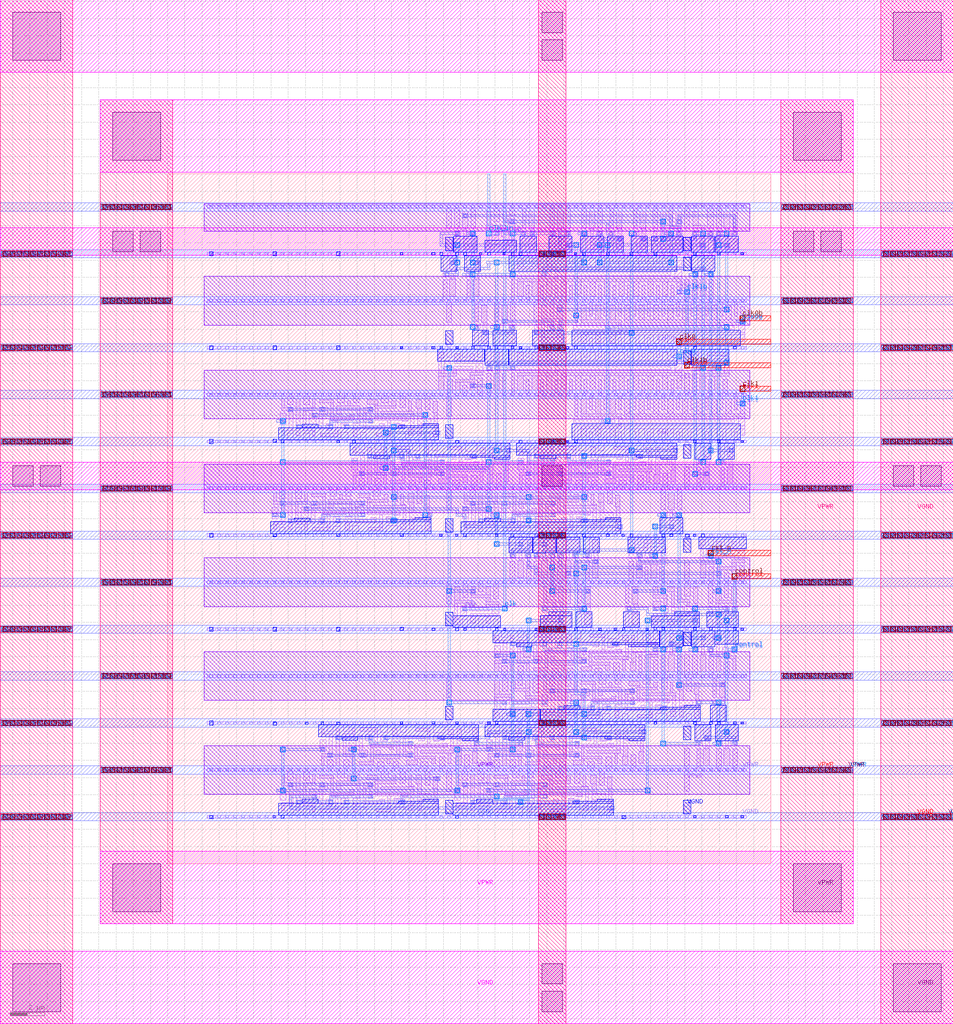
<source format=lef>
VERSION 5.7 ;
  NOWIREEXTENSIONATPIN ON ;
  DIVIDERCHAR "/" ;
  BUSBITCHARS "[]" ;
MACRO sky130_fd_sc_hd__nor2_1
  CLASS BLOCK ;
  FOREIGN sky130_fd_sc_hd__nor2_1 ;
  ORIGIN 0.000 0.000 ;
  SIZE 1.380 BY 2.720 ;
  PIN B
    ANTENNAGATEAREA 0.247500 ;
    PORT
      LAYER li1 ;
        RECT 0.085 1.075 0.435 1.325 ;
    END
  END B
  PIN Y
    ANTENNADIFFAREA 0.435500 ;
    PORT
      LAYER li1 ;
        RECT 0.095 1.665 0.425 2.450 ;
        RECT 0.095 1.495 0.775 1.665 ;
        RECT 0.605 0.895 0.775 1.495 ;
        RECT 0.515 0.255 0.845 0.895 ;
    END
  END Y
  PIN A
    ANTENNAGATEAREA 0.247500 ;
    PORT
      LAYER li1 ;
        RECT 0.945 1.075 1.295 1.325 ;
    END
  END A
  PIN VNB
    PORT
      LAYER pwell ;
        RECT 0.005 0.105 1.355 1.015 ;
        RECT 0.150 -0.085 0.320 0.105 ;
    END
  END VNB
  PIN VPB
    PORT
      LAYER nwell ;
        RECT -0.190 1.305 1.570 2.910 ;
    END
  END VPB
  PIN VGND
    USE GROUND ;
    PORT
      LAYER li1 ;
        RECT 0.105 0.085 0.345 0.895 ;
        RECT 1.015 0.085 1.285 0.895 ;
        RECT 0.000 -0.085 1.380 0.085 ;
      LAYER mcon ;
        RECT 0.145 -0.085 0.315 0.085 ;
        RECT 0.605 -0.085 0.775 0.085 ;
        RECT 1.065 -0.085 1.235 0.085 ;
      LAYER met1 ;
        RECT 0.000 -0.240 1.380 0.240 ;
    END
  END VGND
  PIN VPWR
    USE POWER ;
    PORT
      LAYER li1 ;
        RECT 0.000 2.635 1.380 2.805 ;
        RECT 0.955 1.495 1.285 2.635 ;
      LAYER mcon ;
        RECT 0.145 2.635 0.315 2.805 ;
        RECT 0.605 2.635 0.775 2.805 ;
        RECT 1.065 2.635 1.235 2.805 ;
      LAYER met1 ;
        RECT 0.000 2.480 1.380 2.960 ;
    END
  END VPWR
END sky130_fd_sc_hd__nor2_1
MACRO sky130_fd_sc_hd__clkbuf_2
  CLASS BLOCK ;
  FOREIGN sky130_fd_sc_hd__clkbuf_2 ;
  ORIGIN 0.000 0.000 ;
  SIZE 1.840 BY 2.720 ;
  PIN A
    ANTENNAGATEAREA 0.213000 ;
    PORT
      LAYER li1 ;
        RECT 0.425 0.745 0.785 1.325 ;
    END
  END A
  PIN X
    ANTENNADIFFAREA 0.383400 ;
    PORT
      LAYER li1 ;
        RECT 1.060 2.030 1.245 2.435 ;
        RECT 1.060 1.855 1.725 2.030 ;
        RECT 1.385 0.825 1.725 1.855 ;
        RECT 1.040 0.655 1.725 0.825 ;
        RECT 1.040 0.255 1.245 0.655 ;
    END
  END X
  PIN VNB
    PORT
      LAYER pwell ;
        RECT 0.005 0.105 1.835 0.785 ;
        RECT 0.145 -0.085 0.315 0.105 ;
    END
  END VNB
  PIN VPB
    PORT
      LAYER nwell ;
        RECT -0.190 1.305 2.030 2.910 ;
    END
  END VPB
  PIN VGND
    USE GROUND ;
    PORT
      LAYER li1 ;
        RECT 0.555 0.085 0.830 0.565 ;
        RECT 1.415 0.085 1.750 0.485 ;
        RECT 0.000 -0.085 1.840 0.085 ;
      LAYER mcon ;
        RECT 0.145 -0.085 0.315 0.085 ;
        RECT 0.605 -0.085 0.775 0.085 ;
        RECT 1.065 -0.085 1.235 0.085 ;
        RECT 1.525 -0.085 1.695 0.085 ;
      LAYER met1 ;
        RECT 0.000 -0.240 1.840 0.240 ;
    END
  END VGND
  PIN VPWR
    USE POWER ;
    PORT
      LAYER li1 ;
        RECT 0.000 2.635 1.840 2.805 ;
        RECT 0.525 1.855 0.855 2.635 ;
        RECT 1.415 2.210 1.750 2.635 ;
      LAYER mcon ;
        RECT 0.145 2.635 0.315 2.805 ;
        RECT 0.605 2.635 0.775 2.805 ;
        RECT 1.065 2.635 1.235 2.805 ;
        RECT 1.525 2.635 1.695 2.805 ;
      LAYER met1 ;
        RECT 0.000 2.480 1.840 2.960 ;
    END
  END VPWR
  OBS
      LAYER li1 ;
        RECT 0.085 1.665 0.355 2.435 ;
        RECT 0.085 1.495 1.215 1.665 ;
        RECT 0.085 0.585 0.255 1.495 ;
        RECT 0.965 0.995 1.215 1.495 ;
        RECT 0.085 0.255 0.345 0.585 ;
  END
END sky130_fd_sc_hd__clkbuf_2
MACRO sky130_fd_sc_hd__inv_2
  CLASS BLOCK ;
  FOREIGN sky130_fd_sc_hd__inv_2 ;
  ORIGIN 0.000 0.000 ;
  SIZE 1.380 BY 2.720 ;
  PIN A
    ANTENNAGATEAREA 0.495000 ;
    PORT
      LAYER li1 ;
        RECT 0.105 1.075 0.435 1.325 ;
    END
  END A
  PIN Y
    ANTENNADIFFAREA 0.445500 ;
    PORT
      LAYER li1 ;
        RECT 0.525 1.485 0.855 2.465 ;
        RECT 0.605 0.885 0.855 1.485 ;
        RECT 0.525 0.255 0.855 0.885 ;
    END
  END Y
  PIN VNB
    PORT
      LAYER pwell ;
        RECT 0.015 0.105 1.365 1.015 ;
        RECT 0.145 -0.085 0.315 0.105 ;
    END
  END VNB
  PIN VPB
    PORT
      LAYER nwell ;
        RECT -0.190 1.305 1.570 2.910 ;
    END
  END VPB
  PIN VPWR
    USE POWER ;
    PORT
      LAYER li1 ;
        RECT 0.000 2.635 1.380 2.805 ;
        RECT 0.125 1.495 0.355 2.635 ;
        RECT 1.025 1.495 1.235 2.635 ;
      LAYER mcon ;
        RECT 0.145 2.635 0.315 2.805 ;
        RECT 0.605 2.635 0.775 2.805 ;
        RECT 1.065 2.635 1.235 2.805 ;
      LAYER met1 ;
        RECT 0.000 2.480 1.380 2.960 ;
    END
  END VPWR
  PIN VGND
    USE GROUND ;
    PORT
      LAYER li1 ;
        RECT 0.125 0.085 0.355 0.905 ;
        RECT 1.025 0.085 1.235 0.905 ;
        RECT 0.000 -0.085 1.380 0.085 ;
      LAYER mcon ;
        RECT 0.145 -0.085 0.315 0.085 ;
        RECT 0.605 -0.085 0.775 0.085 ;
        RECT 1.065 -0.085 1.235 0.085 ;
      LAYER met1 ;
        RECT 0.000 -0.240 1.380 0.240 ;
    END
  END VGND
END sky130_fd_sc_hd__inv_2
MACRO sky130_fd_sc_hd__buf_16
  CLASS BLOCK ;
  FOREIGN sky130_fd_sc_hd__buf_16 ;
  ORIGIN 0.000 0.000 ;
  SIZE 10.120 BY 2.720 ;
  PIN A
    ANTENNAGATEAREA 1.485000 ;
    PORT
      LAYER li1 ;
        RECT 0.085 1.075 2.485 1.275 ;
    END
  END A
  PIN X
    ANTENNADIFFAREA 3.564000 ;
    PORT
      LAYER li1 ;
        RECT 3.035 1.615 3.365 2.465 ;
        RECT 3.875 1.615 4.205 2.465 ;
        RECT 4.715 1.615 5.045 2.465 ;
        RECT 5.555 1.615 5.885 2.465 ;
        RECT 6.395 1.615 6.725 2.465 ;
        RECT 7.235 1.615 7.565 2.465 ;
        RECT 8.075 1.615 8.405 2.465 ;
        RECT 8.915 1.615 9.245 2.465 ;
        RECT 9.760 1.615 10.035 2.360 ;
        RECT 3.035 1.445 10.035 1.615 ;
        RECT 9.655 0.905 10.035 1.445 ;
        RECT 3.035 0.735 10.035 0.905 ;
        RECT 3.035 0.260 3.365 0.735 ;
        RECT 3.875 0.260 4.205 0.735 ;
        RECT 4.715 0.260 5.045 0.735 ;
        RECT 5.555 0.260 5.885 0.735 ;
        RECT 6.395 0.260 6.725 0.735 ;
        RECT 7.235 0.260 7.565 0.735 ;
        RECT 8.075 0.260 8.405 0.735 ;
        RECT 8.915 0.260 9.245 0.735 ;
        RECT 9.760 0.365 10.035 0.735 ;
        RECT 3.035 0.255 3.285 0.260 ;
        RECT 3.955 0.255 4.125 0.260 ;
        RECT 4.795 0.255 4.965 0.260 ;
    END
  END X
  PIN VNB
    PORT
      LAYER pwell ;
        RECT 0.005 0.105 9.755 1.015 ;
        RECT 0.150 -0.085 0.320 0.105 ;
    END
  END VNB
  PIN VPB
    PORT
      LAYER nwell ;
        RECT -0.190 1.305 10.310 2.910 ;
    END
  END VPB
  PIN VGND
    USE GROUND ;
    PORT
      LAYER li1 ;
        RECT 0.175 0.085 0.345 0.905 ;
        RECT 1.015 0.085 1.185 0.565 ;
        RECT 1.855 0.085 2.025 0.565 ;
        RECT 2.695 0.085 2.865 0.565 ;
        RECT 3.535 0.085 3.705 0.565 ;
        RECT 4.375 0.085 4.545 0.565 ;
        RECT 5.215 0.085 5.385 0.565 ;
        RECT 6.055 0.085 6.225 0.565 ;
        RECT 6.895 0.085 7.065 0.565 ;
        RECT 7.735 0.085 7.905 0.565 ;
        RECT 8.575 0.085 8.745 0.565 ;
        RECT 9.415 0.085 9.585 0.565 ;
        RECT 0.000 -0.085 10.120 0.085 ;
      LAYER mcon ;
        RECT 0.145 -0.085 0.315 0.085 ;
        RECT 0.605 -0.085 0.775 0.085 ;
        RECT 1.065 -0.085 1.235 0.085 ;
        RECT 1.525 -0.085 1.695 0.085 ;
        RECT 1.985 -0.085 2.155 0.085 ;
        RECT 2.445 -0.085 2.615 0.085 ;
        RECT 2.905 -0.085 3.075 0.085 ;
        RECT 3.365 -0.085 3.535 0.085 ;
        RECT 3.825 -0.085 3.995 0.085 ;
        RECT 4.285 -0.085 4.455 0.085 ;
        RECT 4.745 -0.085 4.915 0.085 ;
        RECT 5.205 -0.085 5.375 0.085 ;
        RECT 5.665 -0.085 5.835 0.085 ;
        RECT 6.125 -0.085 6.295 0.085 ;
        RECT 6.585 -0.085 6.755 0.085 ;
        RECT 7.045 -0.085 7.215 0.085 ;
        RECT 7.505 -0.085 7.675 0.085 ;
        RECT 7.965 -0.085 8.135 0.085 ;
        RECT 8.425 -0.085 8.595 0.085 ;
        RECT 8.885 -0.085 9.055 0.085 ;
        RECT 9.345 -0.085 9.515 0.085 ;
        RECT 9.805 -0.085 9.975 0.085 ;
      LAYER met1 ;
        RECT 0.000 -0.240 10.120 0.240 ;
    END
  END VGND
  PIN VPWR
    USE POWER ;
    PORT
      LAYER li1 ;
        RECT 0.000 2.635 10.120 2.805 ;
        RECT 0.175 1.445 0.345 2.635 ;
        RECT 1.015 1.835 1.185 2.635 ;
        RECT 1.855 1.835 2.025 2.635 ;
        RECT 2.695 1.835 2.865 2.635 ;
        RECT 3.535 1.835 3.705 2.635 ;
        RECT 4.375 1.835 4.545 2.635 ;
        RECT 5.215 1.835 5.385 2.635 ;
        RECT 6.055 1.835 6.225 2.635 ;
        RECT 6.895 1.835 7.065 2.635 ;
        RECT 7.735 1.835 7.905 2.635 ;
        RECT 8.575 1.835 8.745 2.635 ;
        RECT 9.415 1.835 9.585 2.635 ;
      LAYER mcon ;
        RECT 0.145 2.635 0.315 2.805 ;
        RECT 0.605 2.635 0.775 2.805 ;
        RECT 1.065 2.635 1.235 2.805 ;
        RECT 1.525 2.635 1.695 2.805 ;
        RECT 1.985 2.635 2.155 2.805 ;
        RECT 2.445 2.635 2.615 2.805 ;
        RECT 2.905 2.635 3.075 2.805 ;
        RECT 3.365 2.635 3.535 2.805 ;
        RECT 3.825 2.635 3.995 2.805 ;
        RECT 4.285 2.635 4.455 2.805 ;
        RECT 4.745 2.635 4.915 2.805 ;
        RECT 5.205 2.635 5.375 2.805 ;
        RECT 5.665 2.635 5.835 2.805 ;
        RECT 6.125 2.635 6.295 2.805 ;
        RECT 6.585 2.635 6.755 2.805 ;
        RECT 7.045 2.635 7.215 2.805 ;
        RECT 7.505 2.635 7.675 2.805 ;
        RECT 7.965 2.635 8.135 2.805 ;
        RECT 8.425 2.635 8.595 2.805 ;
        RECT 8.885 2.635 9.055 2.805 ;
        RECT 9.345 2.635 9.515 2.805 ;
        RECT 9.805 2.635 9.975 2.805 ;
      LAYER met1 ;
        RECT 0.000 2.480 10.120 2.960 ;
    END
  END VPWR
  OBS
      LAYER li1 ;
        RECT 0.515 1.615 0.845 2.465 ;
        RECT 1.355 1.615 1.685 2.465 ;
        RECT 2.195 1.615 2.525 2.465 ;
        RECT 0.515 1.445 2.865 1.615 ;
        RECT 2.690 1.275 2.865 1.445 ;
        RECT 2.690 1.075 9.410 1.275 ;
        RECT 2.690 0.905 2.865 1.075 ;
        RECT 0.515 0.735 2.865 0.905 ;
        RECT 0.515 0.260 0.845 0.735 ;
        RECT 1.355 0.260 1.685 0.735 ;
        RECT 2.195 0.260 2.525 0.735 ;
  END
END sky130_fd_sc_hd__buf_16
MACRO VIA_via4_1600x1600
  CLASS BLOCK ;
  FOREIGN VIA_via4_1600x1600 ;
  ORIGIN 0.800 0.800 ;
  SIZE 1.600 BY 1.600 ;
  OBS
      LAYER met4 ;
        RECT -0.800 -0.800 0.800 0.800 ;
      LAYER via4 ;
        RECT -0.590 -0.590 0.590 0.590 ;
      LAYER met5 ;
        RECT -0.800 -0.800 0.800 0.800 ;
  END
END VIA_via4_1600x1600
MACRO VIA_via4_4200x1600
  CLASS BLOCK ;
  FOREIGN VIA_via4_4200x1600 ;
  ORIGIN 2.100 0.800 ;
  SIZE 4.200 BY 1.600 ;
  OBS
      LAYER met4 ;
        RECT -2.100 -0.800 2.100 0.800 ;
      LAYER via4 ;
        RECT -1.390 -0.590 -0.210 0.590 ;
        RECT 0.210 -0.590 1.390 0.590 ;
      LAYER met5 ;
        RECT -2.100 -0.800 2.100 0.800 ;
  END
END VIA_via4_4200x1600
MACRO VIA_M2M3_PR
  CLASS BLOCK ;
  FOREIGN VIA_M2M3_PR ;
  ORIGIN 0.165 0.185 ;
  SIZE 0.330 BY 0.370 ;
  OBS
      LAYER met2 ;
        RECT -0.140 -0.185 0.140 0.185 ;
      LAYER via2 ;
        RECT -0.140 -0.140 0.140 0.140 ;
      LAYER met3 ;
        RECT -0.165 -0.165 0.165 0.165 ;
  END
END VIA_M2M3_PR
MACRO sky130_fd_sc_hd__nand2_2
  CLASS BLOCK ;
  FOREIGN sky130_fd_sc_hd__nand2_2 ;
  ORIGIN 0.000 0.000 ;
  SIZE 2.300 BY 2.720 ;
  PIN Y
    ANTENNADIFFAREA 0.715500 ;
    PORT
      LAYER li1 ;
        RECT 0.515 1.665 0.845 2.465 ;
        RECT 1.355 1.665 1.685 2.465 ;
        RECT 0.515 1.495 2.215 1.665 ;
        RECT 1.935 0.905 2.215 1.495 ;
        RECT 1.355 0.655 2.215 0.905 ;
    END
  END Y
  PIN A
    ANTENNAGATEAREA 0.495000 ;
    PORT
      LAYER li1 ;
        RECT 1.015 1.075 1.765 1.325 ;
    END
  END A
  PIN B
    ANTENNAGATEAREA 0.495000 ;
    PORT
      LAYER li1 ;
        RECT 0.085 1.075 0.845 1.325 ;
    END
  END B
  PIN VNB
    PORT
      LAYER pwell ;
        RECT 0.005 0.105 2.195 1.015 ;
        RECT 0.150 -0.085 0.320 0.105 ;
    END
  END VNB
  PIN VPB
    PORT
      LAYER nwell ;
        RECT -0.190 1.305 2.490 2.910 ;
    END
  END VPB
  PIN VGND
    USE GROUND ;
    PORT
      LAYER li1 ;
        RECT 0.595 0.085 0.765 0.545 ;
        RECT 0.000 -0.085 2.300 0.085 ;
      LAYER mcon ;
        RECT 0.145 -0.085 0.315 0.085 ;
        RECT 0.605 -0.085 0.775 0.085 ;
        RECT 1.065 -0.085 1.235 0.085 ;
        RECT 1.525 -0.085 1.695 0.085 ;
        RECT 1.985 -0.085 2.155 0.085 ;
      LAYER met1 ;
        RECT 0.000 -0.240 2.300 0.240 ;
    END
  END VGND
  PIN VPWR
    USE POWER ;
    PORT
      LAYER li1 ;
        RECT 0.000 2.635 2.300 2.805 ;
        RECT 0.085 1.495 0.345 2.635 ;
        RECT 1.015 1.835 1.185 2.635 ;
        RECT 1.855 1.835 2.110 2.635 ;
      LAYER mcon ;
        RECT 0.145 2.635 0.315 2.805 ;
        RECT 0.605 2.635 0.775 2.805 ;
        RECT 1.065 2.635 1.235 2.805 ;
        RECT 1.525 2.635 1.695 2.805 ;
        RECT 1.985 2.635 2.155 2.805 ;
      LAYER met1 ;
        RECT 0.000 2.480 2.300 2.960 ;
    END
  END VPWR
  OBS
      LAYER li1 ;
        RECT 0.085 0.715 1.185 0.885 ;
        RECT 0.085 0.255 0.425 0.715 ;
        RECT 0.935 0.465 1.185 0.715 ;
        RECT 1.775 0.465 2.105 0.485 ;
        RECT 0.935 0.255 2.105 0.465 ;
  END
END sky130_fd_sc_hd__nand2_2
MACRO sky130_fd_sc_hd__nand3_1
  CLASS BLOCK ;
  FOREIGN sky130_fd_sc_hd__nand3_1 ;
  ORIGIN 0.000 0.000 ;
  SIZE 1.840 BY 2.720 ;
  PIN Y
    ANTENNADIFFAREA 0.699000 ;
    PORT
      LAYER li1 ;
        RECT 0.515 1.665 0.845 2.465 ;
        RECT 1.415 1.665 1.745 2.465 ;
        RECT 0.515 1.495 1.745 1.665 ;
        RECT 0.515 0.595 0.695 1.495 ;
        RECT 1.415 0.595 1.745 0.825 ;
        RECT 0.515 0.255 1.745 0.595 ;
    END
  END Y
  PIN A
    ANTENNAGATEAREA 0.247500 ;
    PORT
      LAYER li1 ;
        RECT 1.445 0.995 1.755 1.325 ;
    END
  END A
  PIN C
    ANTENNAGATEAREA 0.247500 ;
    PORT
      LAYER li1 ;
        RECT 0.110 0.745 0.330 1.325 ;
    END
  END C
  PIN B
    ANTENNAGATEAREA 0.247500 ;
    PORT
      LAYER li1 ;
        RECT 0.865 0.765 1.240 1.325 ;
    END
  END B
  PIN VNB
    PORT
      LAYER pwell ;
        RECT 0.005 0.105 1.835 1.015 ;
        RECT 0.150 -0.085 0.320 0.105 ;
    END
  END VNB
  PIN VPB
    PORT
      LAYER nwell ;
        RECT -0.190 1.305 2.030 2.910 ;
    END
  END VPB
  PIN VGND
    USE GROUND ;
    PORT
      LAYER li1 ;
        RECT 0.090 0.085 0.345 0.575 ;
        RECT 0.000 -0.085 1.840 0.085 ;
      LAYER mcon ;
        RECT 0.145 -0.085 0.315 0.085 ;
        RECT 0.605 -0.085 0.775 0.085 ;
        RECT 1.065 -0.085 1.235 0.085 ;
        RECT 1.525 -0.085 1.695 0.085 ;
      LAYER met1 ;
        RECT 0.000 -0.240 1.840 0.240 ;
    END
  END VGND
  PIN VPWR
    USE POWER ;
    PORT
      LAYER li1 ;
        RECT 0.000 2.635 1.840 2.805 ;
        RECT 0.090 1.495 0.345 2.635 ;
        RECT 1.015 1.835 1.245 2.635 ;
      LAYER mcon ;
        RECT 0.145 2.635 0.315 2.805 ;
        RECT 0.605 2.635 0.775 2.805 ;
        RECT 1.065 2.635 1.235 2.805 ;
        RECT 1.525 2.635 1.695 2.805 ;
      LAYER met1 ;
        RECT 0.000 2.480 1.840 2.960 ;
    END
  END VPWR
END sky130_fd_sc_hd__nand3_1
MACRO sky130_fd_sc_hd__dlygate4sd1_1
  CLASS BLOCK ;
  FOREIGN sky130_fd_sc_hd__dlygate4sd1_1 ;
  ORIGIN 0.000 0.000 ;
  SIZE 3.220 BY 2.720 ;
  PIN A
    ANTENNAGATEAREA 0.126000 ;
    PORT
      LAYER li1 ;
        RECT 0.085 1.055 0.555 1.615 ;
    END
  END A
  PIN X
    ANTENNADIFFAREA 0.429000 ;
    PORT
      LAYER li1 ;
        RECT 2.440 1.495 2.700 2.465 ;
        RECT 2.530 0.825 2.700 1.495 ;
        RECT 2.410 0.255 2.700 0.825 ;
    END
  END X
  PIN VNB
    PORT
      LAYER pwell ;
        RECT 1.365 0.785 2.780 1.015 ;
        RECT 0.005 0.105 2.780 0.785 ;
        RECT 0.140 -0.085 0.310 0.105 ;
    END
  END VNB
  PIN VPB
    PORT
      LAYER nwell ;
        RECT -0.190 1.305 3.410 2.910 ;
    END
  END VPB
  PIN VPWR
    USE POWER ;
    PORT
      LAYER li1 ;
        RECT 0.000 2.635 3.220 2.805 ;
        RECT 0.550 2.175 0.765 2.635 ;
        RECT 1.910 1.915 2.270 2.635 ;
      LAYER mcon ;
        RECT 0.145 2.635 0.315 2.805 ;
        RECT 0.605 2.635 0.775 2.805 ;
        RECT 1.065 2.635 1.235 2.805 ;
        RECT 1.525 2.635 1.695 2.805 ;
        RECT 1.985 2.635 2.155 2.805 ;
        RECT 2.445 2.635 2.615 2.805 ;
        RECT 2.905 2.635 3.075 2.805 ;
      LAYER met1 ;
        RECT 0.000 2.480 3.220 2.960 ;
    END
  END VPWR
  PIN VGND
    USE GROUND ;
    PORT
      LAYER li1 ;
        RECT 0.550 0.085 0.765 0.545 ;
        RECT 1.910 0.085 2.240 0.565 ;
        RECT 0.000 -0.085 3.220 0.085 ;
      LAYER mcon ;
        RECT 0.145 -0.085 0.315 0.085 ;
        RECT 0.605 -0.085 0.775 0.085 ;
        RECT 1.065 -0.085 1.235 0.085 ;
        RECT 1.525 -0.085 1.695 0.085 ;
        RECT 1.985 -0.085 2.155 0.085 ;
        RECT 2.445 -0.085 2.615 0.085 ;
        RECT 2.905 -0.085 3.075 0.085 ;
      LAYER met1 ;
        RECT 0.000 -0.240 3.220 0.240 ;
    END
  END VGND
  OBS
      LAYER li1 ;
        RECT 0.085 2.005 0.380 2.465 ;
        RECT 0.935 2.175 1.320 2.465 ;
        RECT 0.085 1.785 0.895 2.005 ;
        RECT 0.725 1.325 0.895 1.785 ;
        RECT 0.725 0.995 0.980 1.325 ;
        RECT 1.150 1.275 1.320 2.175 ;
        RECT 1.515 1.745 1.740 2.430 ;
        RECT 1.515 1.575 2.240 1.745 ;
        RECT 2.070 1.325 2.240 1.575 ;
        RECT 1.150 1.075 1.900 1.275 ;
        RECT 0.725 0.885 0.895 0.995 ;
        RECT 0.095 0.715 0.895 0.885 ;
        RECT 0.095 0.255 0.380 0.715 ;
        RECT 1.150 0.545 1.320 1.075 ;
        RECT 2.070 0.995 2.360 1.325 ;
        RECT 2.070 0.905 2.240 0.995 ;
        RECT 0.935 0.255 1.320 0.545 ;
        RECT 1.515 0.735 2.240 0.905 ;
        RECT 1.515 0.255 1.740 0.735 ;
  END
END sky130_fd_sc_hd__dlygate4sd1_1
MACRO sky130_fd_sc_hd__buf_2
  CLASS BLOCK ;
  FOREIGN sky130_fd_sc_hd__buf_2 ;
  ORIGIN 0.000 0.000 ;
  SIZE 1.840 BY 2.720 ;
  PIN VPWR
    USE POWER ;
    PORT
      LAYER li1 ;
        RECT 0.000 2.635 1.840 2.805 ;
        RECT 0.560 1.875 0.890 2.635 ;
        RECT 1.490 1.485 1.750 2.635 ;
      LAYER mcon ;
        RECT 0.145 2.635 0.315 2.805 ;
        RECT 0.605 2.635 0.775 2.805 ;
        RECT 1.065 2.635 1.235 2.805 ;
        RECT 1.525 2.635 1.695 2.805 ;
      LAYER met1 ;
        RECT 0.000 2.480 1.840 2.960 ;
    END
  END VPWR
  PIN VGND
    USE GROUND ;
    PORT
      LAYER li1 ;
        RECT 0.560 0.085 0.890 0.465 ;
        RECT 1.490 0.085 1.750 0.925 ;
        RECT 0.000 -0.085 1.840 0.085 ;
      LAYER mcon ;
        RECT 0.145 -0.085 0.315 0.085 ;
        RECT 0.605 -0.085 0.775 0.085 ;
        RECT 1.065 -0.085 1.235 0.085 ;
        RECT 1.525 -0.085 1.695 0.085 ;
      LAYER met1 ;
        RECT 0.000 -0.240 1.840 0.240 ;
    END
  END VGND
  PIN X
    ANTENNADIFFAREA 0.445500 ;
    PORT
      LAYER li1 ;
        RECT 1.060 1.560 1.315 2.465 ;
        RECT 1.145 0.830 1.315 1.560 ;
        RECT 1.060 0.255 1.315 0.830 ;
    END
  END X
  PIN A
    ANTENNAGATEAREA 0.159000 ;
    PORT
      LAYER li1 ;
        RECT 0.085 0.985 0.440 1.355 ;
    END
  END A
  PIN VNB
    PORT
      LAYER pwell ;
        RECT 0.490 0.785 1.835 1.015 ;
        RECT 0.005 0.105 1.835 0.785 ;
        RECT 0.145 -0.085 0.315 0.105 ;
    END
  END VNB
  PIN VPB
    PORT
      LAYER nwell ;
        RECT -0.190 1.305 2.030 2.910 ;
    END
  END VPB
  OBS
      LAYER li1 ;
        RECT 0.175 1.705 0.345 2.465 ;
        RECT 0.175 1.535 0.890 1.705 ;
        RECT 0.720 1.325 0.890 1.535 ;
        RECT 0.720 0.995 0.975 1.325 ;
        RECT 0.720 0.805 0.890 0.995 ;
        RECT 0.175 0.635 0.890 0.805 ;
        RECT 0.175 0.255 0.345 0.635 ;
  END
END sky130_fd_sc_hd__buf_2
MACRO sky130_fd_sc_hd__clkbuf_1
  CLASS BLOCK ;
  FOREIGN sky130_fd_sc_hd__clkbuf_1 ;
  ORIGIN 0.000 0.000 ;
  SIZE 1.380 BY 2.720 ;
  PIN X
    ANTENNADIFFAREA 0.340600 ;
    PORT
      LAYER li1 ;
        RECT 0.085 1.560 0.355 2.465 ;
        RECT 0.085 0.760 0.255 1.560 ;
        RECT 0.085 0.255 0.345 0.760 ;
    END
  END X
  PIN A
    ANTENNAGATEAREA 0.196500 ;
    PORT
      LAYER li1 ;
        RECT 0.945 0.985 1.275 1.355 ;
    END
  END A
  PIN VNB
    PORT
      LAYER pwell ;
        RECT 0.005 0.105 1.375 0.885 ;
        RECT 1.065 -0.085 1.235 0.105 ;
    END
  END VNB
  PIN VPB
    PORT
      LAYER nwell ;
        RECT -0.190 1.305 1.570 2.910 ;
    END
  END VPB
  PIN VGND
    USE GROUND ;
    PORT
      LAYER li1 ;
        RECT 0.525 0.085 0.855 0.465 ;
        RECT 0.000 -0.085 1.380 0.085 ;
      LAYER mcon ;
        RECT 0.145 -0.085 0.315 0.085 ;
        RECT 0.605 -0.085 0.775 0.085 ;
        RECT 1.065 -0.085 1.235 0.085 ;
      LAYER met1 ;
        RECT 0.000 -0.240 1.380 0.240 ;
    END
  END VGND
  PIN VPWR
    USE POWER ;
    PORT
      LAYER li1 ;
        RECT 0.000 2.635 1.380 2.805 ;
        RECT 0.525 1.875 0.855 2.635 ;
      LAYER mcon ;
        RECT 0.145 2.635 0.315 2.805 ;
        RECT 0.605 2.635 0.775 2.805 ;
        RECT 1.065 2.635 1.235 2.805 ;
      LAYER met1 ;
        RECT 0.000 2.480 1.380 2.960 ;
    END
  END VPWR
  OBS
      LAYER li1 ;
        RECT 1.035 1.705 1.205 2.465 ;
        RECT 0.540 1.535 1.205 1.705 ;
        RECT 0.540 1.390 0.710 1.535 ;
        RECT 0.425 1.060 0.710 1.390 ;
        RECT 0.540 0.805 0.710 1.060 ;
        RECT 0.540 0.635 1.205 0.805 ;
        RECT 1.035 0.255 1.205 0.635 ;
  END
END sky130_fd_sc_hd__clkbuf_1
MACRO sky130_fd_sc_hd__dfstp_2
  CLASS BLOCK ;
  FOREIGN sky130_fd_sc_hd__dfstp_2 ;
  ORIGIN 0.000 0.000 ;
  SIZE 9.660 BY 2.720 ;
  PIN Q
    ANTENNADIFFAREA 0.445500 ;
    PORT
      LAYER li1 ;
        RECT 8.810 1.615 9.140 2.460 ;
        RECT 8.810 1.495 9.575 1.615 ;
        RECT 8.975 1.445 9.575 1.495 ;
        RECT 9.020 0.895 9.575 1.445 ;
        RECT 8.990 0.855 9.575 0.895 ;
        RECT 8.975 0.825 9.575 0.855 ;
        RECT 8.890 0.765 9.575 0.825 ;
        RECT 8.890 0.265 9.135 0.765 ;
    END
  END Q
  PIN D
    ANTENNAGATEAREA 0.222000 ;
    PORT
      LAYER li1 ;
        RECT 1.770 1.005 2.180 1.625 ;
    END
  END D
  PIN VPWR
    USE POWER ;
    PORT
      LAYER li1 ;
        RECT 0.000 2.635 9.660 2.805 ;
        RECT 0.515 2.135 0.845 2.635 ;
        RECT 1.455 2.135 1.785 2.635 ;
        RECT 3.430 2.255 3.810 2.635 ;
        RECT 4.330 2.255 4.660 2.635 ;
        RECT 5.920 2.255 6.340 2.635 ;
        RECT 7.010 1.945 7.340 2.635 ;
        RECT 8.470 1.495 8.640 2.635 ;
        RECT 9.310 1.785 9.575 2.635 ;
      LAYER mcon ;
        RECT 0.145 2.635 0.315 2.805 ;
        RECT 0.605 2.635 0.775 2.805 ;
        RECT 1.065 2.635 1.235 2.805 ;
        RECT 1.525 2.635 1.695 2.805 ;
        RECT 1.985 2.635 2.155 2.805 ;
        RECT 2.445 2.635 2.615 2.805 ;
        RECT 2.905 2.635 3.075 2.805 ;
        RECT 3.365 2.635 3.535 2.805 ;
        RECT 3.825 2.635 3.995 2.805 ;
        RECT 4.285 2.635 4.455 2.805 ;
        RECT 4.745 2.635 4.915 2.805 ;
        RECT 5.205 2.635 5.375 2.805 ;
        RECT 5.665 2.635 5.835 2.805 ;
        RECT 6.125 2.635 6.295 2.805 ;
        RECT 6.585 2.635 6.755 2.805 ;
        RECT 7.045 2.635 7.215 2.805 ;
        RECT 7.505 2.635 7.675 2.805 ;
        RECT 7.965 2.635 8.135 2.805 ;
        RECT 8.425 2.635 8.595 2.805 ;
        RECT 8.885 2.635 9.055 2.805 ;
        RECT 9.345 2.635 9.515 2.805 ;
      LAYER met1 ;
        RECT 0.000 2.480 9.660 2.960 ;
    END
  END VPWR
  PIN SET_B
    ANTENNAGATEAREA 0.252000 ;
    PORT
      LAYER li1 ;
        RECT 3.610 0.735 4.020 1.065 ;
        RECT 6.660 1.005 7.010 1.065 ;
        RECT 6.660 0.735 7.340 1.005 ;
      LAYER mcon ;
        RECT 3.825 0.765 3.995 0.935 ;
        RECT 7.045 0.765 7.215 0.935 ;
      LAYER met1 ;
        RECT 3.765 0.920 4.055 0.965 ;
        RECT 6.985 0.920 7.275 0.965 ;
        RECT 3.765 0.780 7.275 0.920 ;
        RECT 3.765 0.735 4.055 0.780 ;
        RECT 6.985 0.735 7.275 0.780 ;
    END
  END SET_B
  PIN CLK
    ANTENNAGATEAREA 0.159000 ;
    PORT
      LAYER li1 ;
        RECT 0.085 0.975 0.435 1.625 ;
    END
  END CLK
  PIN VGND
    USE GROUND ;
    PORT
      LAYER li1 ;
        RECT 0.515 0.085 0.845 0.465 ;
        RECT 1.455 0.085 1.785 0.465 ;
        RECT 3.610 0.085 4.020 0.525 ;
        RECT 4.760 0.085 5.080 0.545 ;
        RECT 6.690 0.085 7.330 0.565 ;
        RECT 8.390 0.085 8.720 0.825 ;
        RECT 9.305 0.085 9.575 0.595 ;
        RECT 0.000 -0.085 9.660 0.085 ;
      LAYER mcon ;
        RECT 0.145 -0.085 0.315 0.085 ;
        RECT 0.605 -0.085 0.775 0.085 ;
        RECT 1.065 -0.085 1.235 0.085 ;
        RECT 1.525 -0.085 1.695 0.085 ;
        RECT 1.985 -0.085 2.155 0.085 ;
        RECT 2.445 -0.085 2.615 0.085 ;
        RECT 2.905 -0.085 3.075 0.085 ;
        RECT 3.365 -0.085 3.535 0.085 ;
        RECT 3.825 -0.085 3.995 0.085 ;
        RECT 4.285 -0.085 4.455 0.085 ;
        RECT 4.745 -0.085 4.915 0.085 ;
        RECT 5.205 -0.085 5.375 0.085 ;
        RECT 5.665 -0.085 5.835 0.085 ;
        RECT 6.125 -0.085 6.295 0.085 ;
        RECT 6.585 -0.085 6.755 0.085 ;
        RECT 7.045 -0.085 7.215 0.085 ;
        RECT 7.505 -0.085 7.675 0.085 ;
        RECT 7.965 -0.085 8.135 0.085 ;
        RECT 8.425 -0.085 8.595 0.085 ;
        RECT 8.885 -0.085 9.055 0.085 ;
        RECT 9.345 -0.085 9.515 0.085 ;
      LAYER met1 ;
        RECT 0.000 -0.240 9.660 0.240 ;
    END
  END VGND
  PIN VNB
    PORT
      LAYER pwell ;
        RECT 1.365 0.785 2.285 1.005 ;
        RECT 7.880 0.905 9.650 1.015 ;
        RECT 6.950 0.785 9.650 0.905 ;
        RECT 0.005 0.105 9.650 0.785 ;
        RECT 0.145 -0.085 0.315 0.105 ;
    END
  END VNB
  PIN VPB
    PORT
      LAYER nwell ;
        RECT -0.190 1.305 9.850 2.910 ;
    END
  END VPB
  OBS
      LAYER li1 ;
        RECT 0.085 1.965 0.345 2.465 ;
        RECT 1.015 2.045 1.235 2.465 ;
        RECT 0.085 1.795 0.835 1.965 ;
        RECT 0.605 0.805 0.835 1.795 ;
        RECT 0.085 0.635 0.835 0.805 ;
        RECT 0.085 0.345 0.345 0.635 ;
        RECT 1.005 0.565 1.235 2.045 ;
        RECT 1.955 1.965 2.125 2.465 ;
        RECT 2.360 2.250 3.190 2.420 ;
        RECT 1.430 1.795 2.125 1.965 ;
        RECT 1.430 0.825 1.600 1.795 ;
        RECT 2.350 1.575 2.850 1.955 ;
        RECT 1.430 0.635 2.125 0.825 ;
        RECT 2.350 0.705 2.570 1.575 ;
        RECT 3.020 1.405 3.190 2.250 ;
        RECT 3.990 2.085 4.160 2.375 ;
        RECT 5.110 2.165 5.740 2.415 ;
        RECT 5.570 2.085 5.740 2.165 ;
        RECT 6.540 2.085 6.780 2.375 ;
        RECT 3.360 1.835 4.710 2.085 ;
        RECT 3.360 1.575 3.610 1.835 ;
        RECT 4.120 1.405 4.370 1.565 ;
        RECT 3.020 1.235 4.370 1.405 ;
        RECT 3.020 1.195 3.440 1.235 ;
        RECT 2.750 0.645 3.100 1.015 ;
        RECT 1.015 0.345 1.235 0.565 ;
        RECT 1.955 0.305 2.125 0.635 ;
        RECT 3.270 0.465 3.440 1.195 ;
        RECT 4.540 1.065 4.710 1.835 ;
        RECT 2.425 0.265 3.440 0.465 ;
        RECT 4.310 0.725 4.710 1.065 ;
        RECT 4.880 1.655 5.400 1.965 ;
        RECT 5.570 1.915 6.780 2.085 ;
        RECT 4.880 0.895 5.050 1.655 ;
        RECT 5.220 1.065 5.400 1.475 ;
        RECT 5.570 1.405 5.740 1.915 ;
        RECT 7.510 1.765 7.680 2.375 ;
        RECT 7.970 1.915 8.300 2.425 ;
        RECT 7.510 1.745 7.880 1.765 ;
        RECT 5.910 1.575 7.880 1.745 ;
        RECT 5.570 1.235 7.490 1.405 ;
        RECT 5.800 0.895 6.150 1.015 ;
        RECT 4.880 0.725 6.150 0.895 ;
        RECT 4.310 0.295 4.560 0.725 ;
        RECT 6.320 0.475 6.490 1.235 ;
        RECT 7.140 1.175 7.490 1.235 ;
        RECT 7.690 0.680 7.880 1.575 ;
        RECT 5.640 0.305 6.490 0.475 ;
        RECT 7.530 0.350 7.880 0.680 ;
        RECT 8.050 1.325 8.300 1.915 ;
        RECT 8.050 0.995 8.850 1.325 ;
        RECT 8.050 0.345 8.220 0.995 ;
      LAYER mcon ;
        RECT 0.605 1.785 0.775 1.955 ;
        RECT 1.065 0.765 1.235 0.935 ;
        RECT 2.445 1.785 2.615 1.955 ;
        RECT 2.905 0.765 3.075 0.935 ;
        RECT 5.205 1.785 5.375 1.955 ;
        RECT 5.225 1.105 5.395 1.275 ;
      LAYER met1 ;
        RECT 0.545 1.940 0.835 1.985 ;
        RECT 2.385 1.940 2.675 1.985 ;
        RECT 5.145 1.940 5.435 1.985 ;
        RECT 0.545 1.800 5.435 1.940 ;
        RECT 0.545 1.755 0.835 1.800 ;
        RECT 2.385 1.755 2.675 1.800 ;
        RECT 5.145 1.755 5.435 1.800 ;
        RECT 5.165 1.260 5.455 1.305 ;
        RECT 2.920 1.120 5.455 1.260 ;
        RECT 2.920 0.965 3.135 1.120 ;
        RECT 5.165 1.075 5.455 1.120 ;
        RECT 1.005 0.920 1.295 0.965 ;
        RECT 2.845 0.920 3.135 0.965 ;
        RECT 1.005 0.780 3.135 0.920 ;
        RECT 1.005 0.735 1.295 0.780 ;
        RECT 2.845 0.735 3.135 0.780 ;
  END
END sky130_fd_sc_hd__dfstp_2
MACRO sky130_fd_sc_hd__clkbuf_4
  CLASS BLOCK ;
  FOREIGN sky130_fd_sc_hd__clkbuf_4 ;
  ORIGIN 0.000 0.000 ;
  SIZE 2.760 BY 2.720 ;
  PIN X
    ANTENNADIFFAREA 0.795200 ;
    PORT
      LAYER li1 ;
        RECT 1.045 2.005 1.305 2.465 ;
        RECT 1.905 2.005 2.165 2.465 ;
        RECT 1.045 1.835 2.165 2.005 ;
        RECT 1.905 1.585 2.165 1.835 ;
        RECT 1.905 1.415 2.660 1.585 ;
        RECT 2.255 0.905 2.660 1.415 ;
        RECT 1.010 0.735 2.660 0.905 ;
        RECT 1.010 0.345 1.305 0.735 ;
        RECT 1.905 0.345 2.165 0.735 ;
    END
  END X
  PIN A
    ANTENNAGATEAREA 0.213000 ;
    PORT
      LAYER li1 ;
        RECT 0.425 0.755 0.775 1.325 ;
    END
  END A
  PIN VNB
    PORT
      LAYER pwell ;
        RECT 0.005 0.105 2.745 0.785 ;
        RECT 0.145 -0.085 0.315 0.105 ;
    END
  END VNB
  PIN VPB
    PORT
      LAYER nwell ;
        RECT -0.190 1.305 2.950 2.910 ;
    END
  END VPB
  PIN VGND
    USE GROUND ;
    PORT
      LAYER li1 ;
        RECT 0.555 0.085 0.830 0.565 ;
        RECT 1.475 0.085 1.730 0.565 ;
        RECT 2.335 0.085 2.615 0.565 ;
        RECT 0.000 -0.085 2.760 0.085 ;
      LAYER mcon ;
        RECT 0.145 -0.085 0.315 0.085 ;
        RECT 0.605 -0.085 0.775 0.085 ;
        RECT 1.065 -0.085 1.235 0.085 ;
        RECT 1.525 -0.085 1.695 0.085 ;
        RECT 1.985 -0.085 2.155 0.085 ;
        RECT 2.445 -0.085 2.615 0.085 ;
      LAYER met1 ;
        RECT 0.000 -0.240 2.760 0.240 ;
    END
  END VGND
  PIN VPWR
    USE POWER ;
    PORT
      LAYER li1 ;
        RECT 0.000 2.635 2.760 2.805 ;
        RECT 0.565 1.835 0.875 2.635 ;
        RECT 1.475 2.175 1.730 2.635 ;
        RECT 2.335 1.765 2.620 2.635 ;
      LAYER mcon ;
        RECT 0.145 2.635 0.315 2.805 ;
        RECT 0.605 2.635 0.775 2.805 ;
        RECT 1.065 2.635 1.235 2.805 ;
        RECT 1.525 2.635 1.695 2.805 ;
        RECT 1.985 2.635 2.155 2.805 ;
        RECT 2.445 2.635 2.615 2.805 ;
      LAYER met1 ;
        RECT 0.000 2.480 2.760 2.960 ;
    END
  END VPWR
  OBS
      LAYER li1 ;
        RECT 0.085 1.665 0.395 2.465 ;
        RECT 0.085 1.495 1.115 1.665 ;
        RECT 0.085 0.585 0.255 1.495 ;
        RECT 0.945 1.245 1.115 1.495 ;
        RECT 0.945 1.075 2.085 1.245 ;
        RECT 0.085 0.255 0.385 0.585 ;
  END
END sky130_fd_sc_hd__clkbuf_4
MACRO sky130_fd_sc_hd__nand2_1
  CLASS BLOCK ;
  FOREIGN sky130_fd_sc_hd__nand2_1 ;
  ORIGIN 0.000 0.000 ;
  SIZE 1.380 BY 2.720 ;
  PIN Y
    ANTENNADIFFAREA 0.439000 ;
    PORT
      LAYER li1 ;
        RECT 0.535 1.485 0.865 2.465 ;
        RECT 0.600 0.885 0.770 1.485 ;
        RECT 0.600 0.255 1.295 0.885 ;
    END
  END Y
  PIN B
    ANTENNAGATEAREA 0.247500 ;
    PORT
      LAYER li1 ;
        RECT 0.095 1.055 0.430 1.325 ;
    END
  END B
  PIN A
    ANTENNAGATEAREA 0.247500 ;
    PORT
      LAYER li1 ;
        RECT 0.940 1.075 1.275 1.325 ;
    END
  END A
  PIN VNB
    PORT
      LAYER pwell ;
        RECT 0.025 0.105 1.375 1.015 ;
        RECT 0.140 -0.085 0.310 0.105 ;
    END
  END VNB
  PIN VPB
    PORT
      LAYER nwell ;
        RECT -0.190 1.305 1.570 2.910 ;
    END
  END VPB
  PIN VGND
    USE GROUND ;
    PORT
      LAYER li1 ;
        RECT 0.085 0.085 0.395 0.885 ;
        RECT 0.000 -0.085 1.380 0.085 ;
      LAYER mcon ;
        RECT 0.145 -0.085 0.315 0.085 ;
        RECT 0.605 -0.085 0.775 0.085 ;
        RECT 1.065 -0.085 1.235 0.085 ;
      LAYER met1 ;
        RECT 0.000 -0.240 1.380 0.240 ;
    END
  END VGND
  PIN VPWR
    USE POWER ;
    PORT
      LAYER li1 ;
        RECT 0.000 2.635 1.380 2.805 ;
        RECT 0.085 1.495 0.365 2.635 ;
        RECT 1.035 1.495 1.295 2.635 ;
      LAYER mcon ;
        RECT 0.145 2.635 0.315 2.805 ;
        RECT 0.605 2.635 0.775 2.805 ;
        RECT 1.065 2.635 1.235 2.805 ;
      LAYER met1 ;
        RECT 0.000 2.480 1.380 2.960 ;
    END
  END VPWR
END sky130_fd_sc_hd__nand2_1
MACRO sky130_fd_sc_hd__inv_1
  CLASS BLOCK ;
  FOREIGN sky130_fd_sc_hd__inv_1 ;
  ORIGIN 0.000 0.000 ;
  SIZE 1.380 BY 2.720 ;
  PIN Y
    ANTENNADIFFAREA 0.429000 ;
    PORT
      LAYER li1 ;
        RECT 0.720 1.485 1.050 2.465 ;
        RECT 0.820 0.885 1.050 1.485 ;
        RECT 0.720 0.255 1.050 0.885 ;
    END
  END Y
  PIN A
    ANTENNAGATEAREA 0.247500 ;
    PORT
      LAYER li1 ;
        RECT 0.320 1.075 0.650 1.315 ;
    END
  END A
  PIN VNB
    PORT
      LAYER pwell ;
        RECT 0.210 0.105 1.140 1.015 ;
        RECT 0.210 0.085 0.315 0.105 ;
        RECT 0.145 -0.085 0.315 0.085 ;
    END
  END VNB
  PIN VPB
    PORT
      LAYER nwell ;
        RECT -0.190 1.305 1.570 2.910 ;
    END
  END VPB
  PIN VGND
    USE GROUND ;
    PORT
      LAYER li1 ;
        RECT 0.320 0.085 0.550 0.905 ;
        RECT 0.000 -0.085 1.380 0.085 ;
      LAYER mcon ;
        RECT 0.145 -0.085 0.315 0.085 ;
        RECT 0.605 -0.085 0.775 0.085 ;
        RECT 1.065 -0.085 1.235 0.085 ;
      LAYER met1 ;
        RECT 0.000 -0.240 1.380 0.240 ;
    END
  END VGND
  PIN VPWR
    USE POWER ;
    PORT
      LAYER li1 ;
        RECT 0.000 2.635 1.380 2.805 ;
        RECT 0.340 1.495 0.550 2.635 ;
      LAYER mcon ;
        RECT 0.145 2.635 0.315 2.805 ;
        RECT 0.605 2.635 0.775 2.805 ;
        RECT 1.065 2.635 1.235 2.805 ;
      LAYER met1 ;
        RECT 0.000 2.480 1.380 2.960 ;
    END
  END VPWR
END sky130_fd_sc_hd__inv_1
MACRO VIA_M1M2_PR
  CLASS BLOCK ;
  FOREIGN VIA_M1M2_PR ;
  ORIGIN 0.160 0.160 ;
  SIZE 0.320 BY 0.320 ;
  OBS
      LAYER met1 ;
        RECT -0.160 -0.130 0.160 0.130 ;
      LAYER via ;
        RECT -0.130 -0.130 0.130 0.130 ;
      LAYER met2 ;
        RECT -0.130 -0.160 0.130 0.160 ;
  END
END VIA_M1M2_PR
MACRO sky130_fd_sc_hd__fill_2
  CLASS BLOCK ;
  FOREIGN sky130_fd_sc_hd__fill_2 ;
  ORIGIN 0.000 0.000 ;
  SIZE 0.920 BY 2.720 ;
  PIN VNB
    PORT
      LAYER pwell ;
        RECT 0.155 -0.050 0.315 0.060 ;
    END
  END VNB
  PIN VPB
    PORT
      LAYER nwell ;
        RECT -0.190 1.305 1.110 2.910 ;
    END
  END VPB
  PIN VGND
    USE GROUND ;
    PORT
      LAYER li1 ;
        RECT 0.000 -0.085 0.920 0.085 ;
      LAYER mcon ;
        RECT 0.145 -0.085 0.315 0.085 ;
        RECT 0.605 -0.085 0.775 0.085 ;
      LAYER met1 ;
        RECT 0.000 -0.240 0.920 0.240 ;
    END
  END VGND
  PIN VPWR
    USE POWER ;
    PORT
      LAYER li1 ;
        RECT 0.000 2.635 0.920 2.805 ;
      LAYER mcon ;
        RECT 0.145 2.635 0.315 2.805 ;
        RECT 0.605 2.635 0.775 2.805 ;
      LAYER met1 ;
        RECT 0.000 2.480 0.920 2.960 ;
    END
  END VPWR
END sky130_fd_sc_hd__fill_2
MACRO sky130_fd_sc_hd__fill_4
  CLASS BLOCK ;
  FOREIGN sky130_fd_sc_hd__fill_4 ;
  ORIGIN 0.000 0.000 ;
  SIZE 1.840 BY 2.720 ;
  PIN VNB
    PORT
      LAYER pwell ;
        RECT 0.175 -0.060 0.285 0.060 ;
    END
  END VNB
  PIN VPB
    PORT
      LAYER nwell ;
        RECT -0.190 1.305 2.030 2.910 ;
    END
  END VPB
  PIN VGND
    USE GROUND ;
    PORT
      LAYER li1 ;
        RECT 0.000 -0.085 1.840 0.085 ;
      LAYER mcon ;
        RECT 0.145 -0.085 0.315 0.085 ;
        RECT 0.605 -0.085 0.775 0.085 ;
        RECT 1.065 -0.085 1.235 0.085 ;
        RECT 1.525 -0.085 1.695 0.085 ;
      LAYER met1 ;
        RECT 0.000 -0.240 1.840 0.240 ;
    END
  END VGND
  PIN VPWR
    USE POWER ;
    PORT
      LAYER li1 ;
        RECT 0.000 2.635 1.840 2.805 ;
      LAYER mcon ;
        RECT 0.145 2.635 0.315 2.805 ;
        RECT 0.605 2.635 0.775 2.805 ;
        RECT 1.065 2.635 1.235 2.805 ;
        RECT 1.525 2.635 1.695 2.805 ;
      LAYER met1 ;
        RECT 0.000 2.480 1.840 2.960 ;
    END
  END VPWR
END sky130_fd_sc_hd__fill_4
MACRO VIA_L1M1_PR_MR
  CLASS BLOCK ;
  FOREIGN VIA_L1M1_PR_MR ;
  ORIGIN 0.145 0.115 ;
  SIZE 0.290 BY 0.230 ;
  OBS
      LAYER li1 ;
        RECT -0.085 -0.085 0.085 0.085 ;
      LAYER met1 ;
        RECT -0.145 -0.115 0.145 0.115 ;
  END
END VIA_L1M1_PR_MR
MACRO sky130_fd_sc_hd__tapvpwrvgnd_1
  CLASS BLOCK ;
  FOREIGN sky130_fd_sc_hd__tapvpwrvgnd_1 ;
  ORIGIN 0.000 0.000 ;
  SIZE 0.460 BY 2.720 ;
  PIN VPWR
    USE POWER ;
    PORT
      LAYER nwell ;
        RECT -0.190 1.305 0.650 2.910 ;
      LAYER li1 ;
        RECT 0.000 2.635 0.460 2.805 ;
        RECT 0.085 1.470 0.375 2.635 ;
      LAYER mcon ;
        RECT 0.145 2.635 0.315 2.805 ;
      LAYER met1 ;
        RECT 0.000 2.480 0.460 2.960 ;
    END
  END VPWR
  PIN VGND
    USE GROUND ;
    PORT
      LAYER pwell ;
        RECT 0.015 0.190 0.445 0.975 ;
      LAYER li1 ;
        RECT 0.085 0.085 0.375 0.810 ;
        RECT 0.000 -0.085 0.460 0.085 ;
      LAYER mcon ;
        RECT 0.145 -0.085 0.315 0.085 ;
      LAYER met1 ;
        RECT 0.000 -0.240 0.460 0.240 ;
    END
  END VGND
END sky130_fd_sc_hd__tapvpwrvgnd_1
MACRO VIA_via2_1600x480
  CLASS BLOCK ;
  FOREIGN VIA_via2_1600x480 ;
  ORIGIN 0.800 0.240 ;
  SIZE 1.600 BY 0.480 ;
  OBS
      LAYER met2 ;
        RECT -0.740 -0.240 0.740 0.240 ;
      LAYER via2 ;
        RECT -0.740 -0.140 -0.460 0.140 ;
        RECT -0.340 -0.140 -0.060 0.140 ;
        RECT 0.060 -0.140 0.340 0.140 ;
        RECT 0.460 -0.140 0.740 0.140 ;
      LAYER met3 ;
        RECT -0.800 -0.165 0.800 0.165 ;
  END
END VIA_via2_1600x480
MACRO VIA_via3_1600x480
  CLASS BLOCK ;
  FOREIGN VIA_via3_1600x480 ;
  ORIGIN 0.800 0.240 ;
  SIZE 1.600 BY 0.480 ;
  OBS
      LAYER met3 ;
        RECT -0.800 -0.160 0.800 0.160 ;
      LAYER via3 ;
        RECT -0.760 -0.160 -0.440 0.160 ;
        RECT -0.360 -0.160 -0.040 0.160 ;
        RECT 0.040 -0.160 0.360 0.160 ;
        RECT 0.440 -0.160 0.760 0.160 ;
      LAYER met4 ;
        RECT -0.800 -0.240 0.800 0.240 ;
  END
END VIA_via3_1600x480
MACRO VIA_via_1600x480
  CLASS BLOCK ;
  FOREIGN VIA_via_1600x480 ;
  ORIGIN 0.800 0.240 ;
  SIZE 1.600 BY 0.480 ;
  OBS
      LAYER met1 ;
        RECT -0.800 -0.240 0.800 0.240 ;
      LAYER via ;
        RECT -0.770 -0.130 -0.510 0.130 ;
        RECT -0.450 -0.130 -0.190 0.130 ;
        RECT -0.130 -0.130 0.130 0.130 ;
        RECT 0.190 -0.130 0.450 0.130 ;
        RECT 0.510 -0.130 0.770 0.130 ;
      LAYER met2 ;
        RECT -0.770 -0.240 0.770 0.240 ;
  END
END VIA_via_1600x480
MACRO sky130_fd_sc_hd__dfstp_1
  CLASS BLOCK ;
  FOREIGN sky130_fd_sc_hd__dfstp_1 ;
  ORIGIN 0.000 0.000 ;
  SIZE 9.660 BY 2.720 ;
  PIN D
    ANTENNAGATEAREA 0.222000 ;
    PORT
      LAYER li1 ;
        RECT 1.770 1.005 2.180 1.625 ;
    END
  END D
  PIN VPWR
    USE POWER ;
    PORT
      LAYER li1 ;
        RECT 0.000 2.635 9.660 2.805 ;
        RECT 0.515 2.135 0.845 2.635 ;
        RECT 1.455 2.135 1.785 2.635 ;
        RECT 3.430 2.255 3.810 2.635 ;
        RECT 4.330 2.255 4.660 2.635 ;
        RECT 5.940 2.255 6.360 2.635 ;
        RECT 7.030 1.945 7.360 2.635 ;
        RECT 8.480 1.835 8.765 2.635 ;
      LAYER mcon ;
        RECT 0.145 2.635 0.315 2.805 ;
        RECT 0.605 2.635 0.775 2.805 ;
        RECT 1.065 2.635 1.235 2.805 ;
        RECT 1.525 2.635 1.695 2.805 ;
        RECT 1.985 2.635 2.155 2.805 ;
        RECT 2.445 2.635 2.615 2.805 ;
        RECT 2.905 2.635 3.075 2.805 ;
        RECT 3.365 2.635 3.535 2.805 ;
        RECT 3.825 2.635 3.995 2.805 ;
        RECT 4.285 2.635 4.455 2.805 ;
        RECT 4.745 2.635 4.915 2.805 ;
        RECT 5.205 2.635 5.375 2.805 ;
        RECT 5.665 2.635 5.835 2.805 ;
        RECT 6.125 2.635 6.295 2.805 ;
        RECT 6.585 2.635 6.755 2.805 ;
        RECT 7.045 2.635 7.215 2.805 ;
        RECT 7.505 2.635 7.675 2.805 ;
        RECT 7.965 2.635 8.135 2.805 ;
        RECT 8.425 2.635 8.595 2.805 ;
        RECT 8.885 2.635 9.055 2.805 ;
        RECT 9.345 2.635 9.515 2.805 ;
      LAYER met1 ;
        RECT 0.000 2.480 9.660 2.960 ;
    END
  END VPWR
  PIN Q
    ANTENNADIFFAREA 0.429000 ;
    PORT
      LAYER li1 ;
        RECT 8.945 1.655 9.200 2.325 ;
        RECT 9.020 0.795 9.200 1.655 ;
        RECT 8.945 0.265 9.200 0.795 ;
    END
  END Q
  PIN SET_B
    ANTENNAGATEAREA 0.252000 ;
    PORT
      LAYER li1 ;
        RECT 3.610 0.735 4.020 1.065 ;
        RECT 6.680 1.005 7.010 1.065 ;
        RECT 6.680 0.735 7.340 1.005 ;
      LAYER mcon ;
        RECT 3.850 0.765 4.020 0.935 ;
        RECT 7.110 0.765 7.280 0.935 ;
      LAYER met1 ;
        RECT 3.790 0.920 4.080 0.965 ;
        RECT 7.050 0.920 7.340 0.965 ;
        RECT 3.790 0.780 7.340 0.920 ;
        RECT 3.790 0.735 4.080 0.780 ;
        RECT 7.050 0.735 7.340 0.780 ;
    END
  END SET_B
  PIN CLK
    ANTENNAGATEAREA 0.159000 ;
    PORT
      LAYER li1 ;
        RECT 0.090 0.975 0.440 1.625 ;
    END
  END CLK
  PIN VGND
    USE GROUND ;
    PORT
      LAYER li1 ;
        RECT 0.515 0.085 0.845 0.465 ;
        RECT 1.455 0.085 1.785 0.465 ;
        RECT 3.610 0.085 4.020 0.525 ;
        RECT 4.760 0.085 5.080 0.545 ;
        RECT 6.690 0.085 7.350 0.565 ;
        RECT 8.480 0.085 8.765 0.545 ;
        RECT 0.000 -0.085 9.660 0.085 ;
      LAYER mcon ;
        RECT 0.145 -0.085 0.315 0.085 ;
        RECT 0.605 -0.085 0.775 0.085 ;
        RECT 1.065 -0.085 1.235 0.085 ;
        RECT 1.525 -0.085 1.695 0.085 ;
        RECT 1.985 -0.085 2.155 0.085 ;
        RECT 2.445 -0.085 2.615 0.085 ;
        RECT 2.905 -0.085 3.075 0.085 ;
        RECT 3.365 -0.085 3.535 0.085 ;
        RECT 3.825 -0.085 3.995 0.085 ;
        RECT 4.285 -0.085 4.455 0.085 ;
        RECT 4.745 -0.085 4.915 0.085 ;
        RECT 5.205 -0.085 5.375 0.085 ;
        RECT 5.665 -0.085 5.835 0.085 ;
        RECT 6.125 -0.085 6.295 0.085 ;
        RECT 6.585 -0.085 6.755 0.085 ;
        RECT 7.045 -0.085 7.215 0.085 ;
        RECT 7.505 -0.085 7.675 0.085 ;
        RECT 7.965 -0.085 8.135 0.085 ;
        RECT 8.425 -0.085 8.595 0.085 ;
        RECT 8.885 -0.085 9.055 0.085 ;
        RECT 9.345 -0.085 9.515 0.085 ;
      LAYER met1 ;
        RECT 0.000 -0.240 9.660 0.240 ;
    END
  END VGND
  PIN VNB
    PORT
      LAYER pwell ;
        RECT 1.365 0.785 2.285 1.005 ;
        RECT 8.365 0.905 9.285 1.015 ;
        RECT 6.950 0.785 9.285 0.905 ;
        RECT 0.005 0.105 9.285 0.785 ;
        RECT 0.145 -0.085 0.315 0.105 ;
    END
  END VNB
  PIN VPB
    PORT
      LAYER nwell ;
        RECT -0.190 1.305 9.850 2.910 ;
    END
  END VPB
  OBS
      LAYER li1 ;
        RECT 0.175 1.965 0.345 2.465 ;
        RECT 0.175 1.795 0.840 1.965 ;
        RECT 0.610 0.805 0.840 1.795 ;
        RECT 0.175 0.635 0.840 0.805 ;
        RECT 0.175 0.345 0.345 0.635 ;
        RECT 1.015 0.345 1.240 2.465 ;
        RECT 1.955 1.965 2.125 2.465 ;
        RECT 2.360 2.250 3.190 2.420 ;
        RECT 1.430 1.795 2.125 1.965 ;
        RECT 1.430 0.825 1.600 1.795 ;
        RECT 2.350 1.575 2.850 1.955 ;
        RECT 1.430 0.635 2.125 0.825 ;
        RECT 2.350 0.705 2.570 1.575 ;
        RECT 3.020 1.405 3.190 2.250 ;
        RECT 3.990 2.085 4.160 2.375 ;
        RECT 5.130 2.165 5.760 2.415 ;
        RECT 5.590 2.085 5.760 2.165 ;
        RECT 6.560 2.085 6.800 2.375 ;
        RECT 3.360 1.835 4.730 2.085 ;
        RECT 3.360 1.575 3.610 1.835 ;
        RECT 4.120 1.405 4.370 1.565 ;
        RECT 3.020 1.235 4.370 1.405 ;
        RECT 3.020 1.195 3.440 1.235 ;
        RECT 2.750 0.645 3.100 1.015 ;
        RECT 1.955 0.305 2.125 0.635 ;
        RECT 3.270 0.465 3.440 1.195 ;
        RECT 4.540 1.065 4.730 1.835 ;
        RECT 2.425 0.265 3.440 0.465 ;
        RECT 4.310 0.725 4.730 1.065 ;
        RECT 4.900 1.655 5.420 1.965 ;
        RECT 5.590 1.915 6.800 2.085 ;
        RECT 4.900 0.895 5.070 1.655 ;
        RECT 5.240 1.065 5.420 1.475 ;
        RECT 5.590 1.405 5.760 1.915 ;
        RECT 7.530 1.765 7.700 2.375 ;
        RECT 7.970 1.915 8.300 2.425 ;
        RECT 7.530 1.745 7.850 1.765 ;
        RECT 5.930 1.575 7.850 1.745 ;
        RECT 5.590 1.235 7.490 1.405 ;
        RECT 5.820 0.895 6.150 1.015 ;
        RECT 4.900 0.725 6.150 0.895 ;
        RECT 4.310 0.295 4.560 0.725 ;
        RECT 6.320 0.475 6.490 1.235 ;
        RECT 7.160 1.175 7.490 1.235 ;
        RECT 7.660 0.680 7.850 1.575 ;
        RECT 5.640 0.305 6.490 0.475 ;
        RECT 7.530 0.350 7.850 0.680 ;
        RECT 8.050 1.325 8.300 1.915 ;
        RECT 8.050 0.995 8.850 1.325 ;
        RECT 8.050 0.345 8.300 0.995 ;
      LAYER mcon ;
        RECT 0.610 1.785 0.780 1.955 ;
        RECT 1.070 0.765 1.240 0.935 ;
        RECT 2.470 1.785 2.640 1.955 ;
        RECT 2.930 0.765 3.100 0.935 ;
        RECT 5.250 1.785 5.420 1.955 ;
        RECT 5.250 1.105 5.420 1.275 ;
      LAYER met1 ;
        RECT 0.550 1.940 0.840 1.985 ;
        RECT 2.410 1.940 2.700 1.985 ;
        RECT 5.190 1.940 5.480 1.985 ;
        RECT 0.550 1.800 5.480 1.940 ;
        RECT 0.550 1.755 0.840 1.800 ;
        RECT 2.410 1.755 2.700 1.800 ;
        RECT 5.190 1.755 5.480 1.800 ;
        RECT 5.190 1.260 5.480 1.305 ;
        RECT 2.945 1.120 5.480 1.260 ;
        RECT 2.945 0.965 3.160 1.120 ;
        RECT 5.190 1.075 5.480 1.120 ;
        RECT 1.010 0.920 1.300 0.965 ;
        RECT 2.870 0.920 3.160 0.965 ;
        RECT 1.010 0.780 3.160 0.920 ;
        RECT 1.010 0.735 1.300 0.780 ;
        RECT 2.870 0.735 3.160 0.780 ;
  END
END sky130_fd_sc_hd__dfstp_1
MACRO sky130_fd_sc_hd__fill_8
  CLASS BLOCK ;
  FOREIGN sky130_fd_sc_hd__fill_8 ;
  ORIGIN 0.000 0.000 ;
  SIZE 3.680 BY 2.720 ;
  PIN VNB
    PORT
      LAYER pwell ;
        RECT 0.130 -0.120 0.350 0.050 ;
    END
  END VNB
  PIN VPB
    PORT
      LAYER nwell ;
        RECT -0.190 1.305 3.870 2.910 ;
    END
  END VPB
  PIN VGND
    USE GROUND ;
    PORT
      LAYER li1 ;
        RECT 0.000 -0.085 3.680 0.085 ;
      LAYER mcon ;
        RECT 0.145 -0.085 0.315 0.085 ;
        RECT 0.605 -0.085 0.775 0.085 ;
        RECT 1.065 -0.085 1.235 0.085 ;
        RECT 1.525 -0.085 1.695 0.085 ;
        RECT 1.985 -0.085 2.155 0.085 ;
        RECT 2.445 -0.085 2.615 0.085 ;
        RECT 2.905 -0.085 3.075 0.085 ;
        RECT 3.365 -0.085 3.535 0.085 ;
      LAYER met1 ;
        RECT 0.000 -0.240 3.680 0.240 ;
    END
  END VGND
  PIN VPWR
    USE POWER ;
    PORT
      LAYER li1 ;
        RECT 0.000 2.635 3.680 2.805 ;
      LAYER mcon ;
        RECT 0.145 2.635 0.315 2.805 ;
        RECT 0.605 2.635 0.775 2.805 ;
        RECT 1.065 2.635 1.235 2.805 ;
        RECT 1.525 2.635 1.695 2.805 ;
        RECT 1.985 2.635 2.155 2.805 ;
        RECT 2.445 2.635 2.615 2.805 ;
        RECT 2.905 2.635 3.075 2.805 ;
        RECT 3.365 2.635 3.535 2.805 ;
      LAYER met1 ;
        RECT 0.000 2.480 3.680 2.960 ;
    END
  END VPWR
END sky130_fd_sc_hd__fill_8
MACRO sky130_fd_sc_hd__fill_1
  CLASS BLOCK ;
  FOREIGN sky130_fd_sc_hd__fill_1 ;
  ORIGIN 0.000 0.000 ;
  SIZE 0.460 BY 2.720 ;
  PIN VNB
    PORT
      LAYER pwell ;
        RECT 0.140 -0.055 0.260 0.055 ;
    END
  END VNB
  PIN VPB
    PORT
      LAYER nwell ;
        RECT -0.190 1.305 0.650 2.910 ;
    END
  END VPB
  PIN VPWR
    USE POWER ;
    PORT
      LAYER li1 ;
        RECT 0.000 2.635 0.460 2.805 ;
      LAYER mcon ;
        RECT 0.145 2.635 0.315 2.805 ;
      LAYER met1 ;
        RECT 0.000 2.480 0.460 2.960 ;
    END
  END VPWR
  PIN VGND
    USE GROUND ;
    PORT
      LAYER li1 ;
        RECT 0.000 -0.085 0.460 0.085 ;
      LAYER mcon ;
        RECT 0.145 -0.085 0.315 0.085 ;
      LAYER met1 ;
        RECT 0.000 -0.240 0.460 0.240 ;
    END
  END VGND
END sky130_fd_sc_hd__fill_1
MACRO VIA_via2_4200x480
  CLASS BLOCK ;
  FOREIGN VIA_via2_4200x480 ;
  ORIGIN 2.100 0.240 ;
  SIZE 4.200 BY 0.480 ;
  OBS
      LAYER met2 ;
        RECT -1.940 -0.240 1.940 0.240 ;
      LAYER via2 ;
        RECT -1.940 -0.140 -1.660 0.140 ;
        RECT -1.540 -0.140 -1.260 0.140 ;
        RECT -1.140 -0.140 -0.860 0.140 ;
        RECT -0.740 -0.140 -0.460 0.140 ;
        RECT -0.340 -0.140 -0.060 0.140 ;
        RECT 0.060 -0.140 0.340 0.140 ;
        RECT 0.460 -0.140 0.740 0.140 ;
        RECT 0.860 -0.140 1.140 0.140 ;
        RECT 1.260 -0.140 1.540 0.140 ;
        RECT 1.660 -0.140 1.940 0.140 ;
      LAYER met3 ;
        RECT -2.100 -0.165 2.100 0.165 ;
  END
END VIA_via2_4200x480
MACRO VIA_via3_4200x480
  CLASS BLOCK ;
  FOREIGN VIA_via3_4200x480 ;
  ORIGIN 2.100 0.240 ;
  SIZE 4.200 BY 0.480 ;
  OBS
      LAYER met3 ;
        RECT -2.100 -0.160 2.100 0.160 ;
      LAYER via3 ;
        RECT -1.960 -0.160 -1.640 0.160 ;
        RECT -1.560 -0.160 -1.240 0.160 ;
        RECT -1.160 -0.160 -0.840 0.160 ;
        RECT -0.760 -0.160 -0.440 0.160 ;
        RECT -0.360 -0.160 -0.040 0.160 ;
        RECT 0.040 -0.160 0.360 0.160 ;
        RECT 0.440 -0.160 0.760 0.160 ;
        RECT 0.840 -0.160 1.160 0.160 ;
        RECT 1.240 -0.160 1.560 0.160 ;
        RECT 1.640 -0.160 1.960 0.160 ;
      LAYER met4 ;
        RECT -2.100 -0.240 2.100 0.240 ;
  END
END VIA_via3_4200x480
MACRO VIA_via_4200x480
  CLASS BLOCK ;
  FOREIGN VIA_via_4200x480 ;
  ORIGIN 2.100 0.240 ;
  SIZE 4.200 BY 0.480 ;
  OBS
      LAYER met1 ;
        RECT -2.100 -0.240 2.100 0.240 ;
      LAYER via ;
        RECT -2.050 -0.130 -1.790 0.130 ;
        RECT -1.730 -0.130 -1.470 0.130 ;
        RECT -1.410 -0.130 -1.150 0.130 ;
        RECT -1.090 -0.130 -0.830 0.130 ;
        RECT -0.770 -0.130 -0.510 0.130 ;
        RECT -0.450 -0.130 -0.190 0.130 ;
        RECT -0.130 -0.130 0.130 0.130 ;
        RECT 0.190 -0.130 0.450 0.130 ;
        RECT 0.510 -0.130 0.770 0.130 ;
        RECT 0.830 -0.130 1.090 0.130 ;
        RECT 1.150 -0.130 1.410 0.130 ;
        RECT 1.470 -0.130 1.730 0.130 ;
        RECT 1.790 -0.130 2.050 0.130 ;
      LAYER met2 ;
        RECT -2.050 -0.240 2.050 0.240 ;
  END
END VIA_via_4200x480
MACRO VIA_via4_1600x4200
  CLASS BLOCK ;
  FOREIGN VIA_via4_1600x4200 ;
  ORIGIN 0.800 2.100 ;
  SIZE 1.600 BY 4.200 ;
  OBS
      LAYER met4 ;
        RECT -0.800 -2.100 0.800 2.100 ;
      LAYER via4 ;
        RECT -0.590 0.210 0.590 1.390 ;
        RECT -0.590 -1.390 0.590 -0.210 ;
      LAYER met5 ;
        RECT -0.800 -2.100 0.800 2.100 ;
  END
END VIA_via4_1600x4200
MACRO VIA_via4_4200x4200
  CLASS BLOCK ;
  FOREIGN VIA_via4_4200x4200 ;
  ORIGIN 2.100 2.100 ;
  SIZE 4.200 BY 4.200 ;
  OBS
      LAYER met4 ;
        RECT -2.100 -2.100 2.100 2.100 ;
      LAYER via4 ;
        RECT -1.390 -1.390 1.390 1.390 ;
      LAYER met5 ;
        RECT -2.100 -2.100 2.100 2.100 ;
  END
END VIA_via4_4200x4200
MACRO NON_CLK_GEN
  CLASS BLOCK ;
  FOREIGN NON_CLK_GEN ;
  ORIGIN 0.000 0.000 ;
  SIZE 35.000 BY 40.000 ;
  PIN VPWR
    USE POWER ;
    PORT
      LAYER nwell ;
        RECT 2.110 36.665 33.770 38.270 ;
        RECT 2.110 31.225 33.770 34.055 ;
        RECT 2.110 25.785 33.770 28.615 ;
        RECT 2.110 20.345 33.770 23.175 ;
        RECT 2.110 14.905 33.770 17.735 ;
        RECT 2.110 9.465 33.770 12.295 ;
        RECT 2.110 4.025 33.770 6.855 ;
      LAYER li1 ;
        RECT 2.300 37.995 33.580 38.165 ;
        RECT 16.185 36.830 16.475 37.995 ;
        RECT 16.645 36.855 16.925 37.995 ;
        RECT 17.595 36.855 17.855 37.995 ;
        RECT 18.925 37.215 19.255 37.995 ;
        RECT 19.815 37.570 20.150 37.995 ;
        RECT 20.580 36.855 20.790 37.995 ;
        RECT 22.165 36.855 22.445 37.995 ;
        RECT 23.115 36.855 23.375 37.995 ;
        RECT 24.005 36.855 24.285 37.995 ;
        RECT 24.955 36.855 25.215 37.995 ;
        RECT 25.640 36.855 25.850 37.995 ;
        RECT 27.020 36.855 27.230 37.995 ;
        RECT 28.150 36.855 28.405 37.995 ;
        RECT 29.075 37.195 29.305 37.995 ;
        RECT 29.985 36.830 30.275 37.995 ;
        RECT 31.315 36.855 31.645 37.995 ;
        RECT 31.825 36.855 32.105 37.995 ;
        RECT 32.775 36.855 33.035 37.995 ;
        RECT 15.980 32.725 16.190 33.865 ;
        RECT 17.360 32.725 17.570 33.865 ;
        RECT 19.955 32.725 20.125 33.915 ;
        RECT 20.795 32.725 20.965 33.525 ;
        RECT 21.635 32.725 21.805 33.525 ;
        RECT 22.475 32.725 22.645 33.525 ;
        RECT 23.315 32.725 23.485 33.525 ;
        RECT 24.155 32.725 24.325 33.525 ;
        RECT 24.995 32.725 25.165 33.525 ;
        RECT 25.835 32.725 26.005 33.525 ;
        RECT 26.675 32.725 26.845 33.525 ;
        RECT 27.515 32.725 27.685 33.525 ;
        RECT 28.355 32.725 28.525 33.525 ;
        RECT 29.195 32.725 29.365 33.525 ;
        RECT 29.985 32.725 30.275 33.890 ;
        RECT 30.445 32.725 30.725 33.865 ;
        RECT 31.395 32.725 31.655 33.865 ;
        RECT 2.300 32.555 33.580 32.725 ;
        RECT 16.185 31.390 16.475 32.555 ;
        RECT 17.820 31.415 18.030 32.555 ;
        RECT 18.945 31.415 19.225 32.555 ;
        RECT 19.895 31.415 20.155 32.555 ;
        RECT 21.250 31.415 21.505 32.555 ;
        RECT 22.175 31.755 22.405 32.555 ;
        RECT 23.635 31.365 23.805 32.555 ;
        RECT 24.475 31.755 24.645 32.555 ;
        RECT 25.315 31.755 25.485 32.555 ;
        RECT 26.155 31.755 26.325 32.555 ;
        RECT 26.995 31.755 27.165 32.555 ;
        RECT 27.835 31.755 28.005 32.555 ;
        RECT 28.675 31.755 28.845 32.555 ;
        RECT 29.515 31.755 29.685 32.555 ;
        RECT 30.355 31.755 30.525 32.555 ;
        RECT 31.195 31.755 31.365 32.555 ;
        RECT 32.035 31.755 32.205 32.555 ;
        RECT 32.875 31.755 33.045 32.555 ;
        RECT 16.205 27.285 16.515 28.085 ;
        RECT 17.115 27.285 17.370 27.745 ;
        RECT 17.975 27.285 18.260 28.155 ;
        RECT 18.525 27.285 18.755 28.425 ;
        RECT 19.425 27.285 19.635 28.425 ;
        RECT 19.955 27.285 20.125 28.475 ;
        RECT 20.795 27.285 20.965 28.085 ;
        RECT 21.635 27.285 21.805 28.085 ;
        RECT 22.475 27.285 22.645 28.085 ;
        RECT 23.315 27.285 23.485 28.085 ;
        RECT 24.155 27.285 24.325 28.085 ;
        RECT 24.995 27.285 25.165 28.085 ;
        RECT 25.835 27.285 26.005 28.085 ;
        RECT 26.675 27.285 26.845 28.085 ;
        RECT 27.515 27.285 27.685 28.085 ;
        RECT 28.355 27.285 28.525 28.085 ;
        RECT 29.195 27.285 29.365 28.085 ;
        RECT 29.985 27.285 30.275 28.450 ;
        RECT 30.445 27.285 30.705 28.425 ;
        RECT 31.375 27.285 31.545 28.085 ;
        RECT 32.215 27.285 32.470 28.085 ;
        RECT 2.300 27.115 33.580 27.285 ;
        RECT 6.955 26.615 7.285 27.115 ;
        RECT 7.895 26.615 8.225 27.115 ;
        RECT 9.870 26.735 10.250 27.115 ;
        RECT 10.770 26.735 11.100 27.115 ;
        RECT 12.380 26.735 12.800 27.115 ;
        RECT 13.470 26.425 13.800 27.115 ;
        RECT 14.920 26.315 15.205 27.115 ;
        RECT 16.185 25.950 16.475 27.115 ;
        RECT 23.635 25.925 23.805 27.115 ;
        RECT 24.475 26.315 24.645 27.115 ;
        RECT 25.315 26.315 25.485 27.115 ;
        RECT 26.155 26.315 26.325 27.115 ;
        RECT 26.995 26.315 27.165 27.115 ;
        RECT 27.835 26.315 28.005 27.115 ;
        RECT 28.675 26.315 28.845 27.115 ;
        RECT 29.515 26.315 29.685 27.115 ;
        RECT 30.355 26.315 30.525 27.115 ;
        RECT 31.195 26.315 31.365 27.115 ;
        RECT 32.035 26.315 32.205 27.115 ;
        RECT 32.875 26.315 33.045 27.115 ;
        RECT 11.095 21.845 11.425 22.345 ;
        RECT 12.035 21.845 12.365 22.345 ;
        RECT 14.010 21.845 14.390 22.225 ;
        RECT 14.910 21.845 15.240 22.225 ;
        RECT 16.520 21.845 16.940 22.225 ;
        RECT 17.610 21.845 17.940 22.535 ;
        RECT 19.060 21.845 19.345 22.645 ;
        RECT 20.755 21.845 21.085 22.345 ;
        RECT 21.695 21.845 22.025 22.345 ;
        RECT 23.670 21.845 24.050 22.225 ;
        RECT 24.570 21.845 24.900 22.225 ;
        RECT 26.180 21.845 26.600 22.225 ;
        RECT 27.270 21.845 27.600 22.535 ;
        RECT 28.720 21.845 29.005 22.645 ;
        RECT 29.985 21.845 30.275 23.010 ;
        RECT 30.700 21.845 30.910 22.985 ;
        RECT 32.080 21.845 32.290 22.985 ;
        RECT 2.300 21.675 33.580 21.845 ;
        RECT 6.495 21.175 6.825 21.675 ;
        RECT 7.435 21.175 7.765 21.675 ;
        RECT 9.410 21.295 9.790 21.675 ;
        RECT 10.310 21.295 10.640 21.675 ;
        RECT 11.920 21.295 12.340 21.675 ;
        RECT 13.010 20.985 13.340 21.675 ;
        RECT 14.460 20.875 14.745 21.675 ;
        RECT 16.185 20.510 16.475 21.675 ;
        RECT 17.535 21.175 17.865 21.675 ;
        RECT 18.475 21.175 18.805 21.675 ;
        RECT 20.450 21.295 20.830 21.675 ;
        RECT 21.350 21.295 21.680 21.675 ;
        RECT 22.960 21.295 23.380 21.675 ;
        RECT 24.050 20.985 24.380 21.675 ;
        RECT 25.500 20.875 25.785 21.675 ;
        RECT 28.605 20.535 28.885 21.675 ;
        RECT 29.555 20.535 29.815 21.675 ;
        RECT 19.865 16.405 20.145 17.545 ;
        RECT 20.815 16.405 21.075 17.545 ;
        RECT 21.245 16.405 21.525 17.545 ;
        RECT 22.195 16.405 22.455 17.545 ;
        RECT 22.625 16.405 22.905 17.545 ;
        RECT 23.575 16.405 23.835 17.545 ;
        RECT 24.260 16.405 24.470 17.545 ;
        RECT 26.765 16.405 27.025 17.545 ;
        RECT 27.695 16.405 27.865 17.205 ;
        RECT 28.535 16.405 28.790 17.205 ;
        RECT 29.985 16.405 30.275 17.570 ;
        RECT 31.385 16.405 31.695 17.205 ;
        RECT 32.295 16.405 32.550 16.865 ;
        RECT 33.155 16.405 33.440 17.275 ;
        RECT 2.300 16.235 33.580 16.405 ;
        RECT 16.185 15.070 16.475 16.235 ;
        RECT 17.125 15.435 17.435 16.235 ;
        RECT 18.035 15.775 18.290 16.235 ;
        RECT 18.895 15.365 19.180 16.235 ;
        RECT 22.180 15.475 22.510 16.235 ;
        RECT 23.110 15.085 23.370 16.235 ;
        RECT 23.800 15.095 24.010 16.235 ;
        RECT 26.560 15.095 26.770 16.235 ;
        RECT 28.610 15.775 28.825 16.235 ;
        RECT 29.970 15.515 30.330 16.235 ;
        RECT 31.370 15.095 31.625 16.235 ;
        RECT 32.295 15.435 32.525 16.235 ;
        RECT 19.375 10.965 19.705 11.465 ;
        RECT 20.315 10.965 20.645 11.465 ;
        RECT 22.290 10.965 22.670 11.345 ;
        RECT 23.190 10.965 23.520 11.345 ;
        RECT 24.780 10.965 25.200 11.345 ;
        RECT 25.870 10.965 26.200 11.655 ;
        RECT 27.330 10.965 27.500 12.105 ;
        RECT 28.170 10.965 28.435 11.815 ;
        RECT 28.605 10.965 28.885 12.105 ;
        RECT 29.555 10.965 29.815 12.105 ;
        RECT 29.985 10.965 30.275 12.130 ;
        RECT 30.445 10.965 30.725 12.105 ;
        RECT 31.395 10.965 31.655 12.105 ;
        RECT 32.265 10.965 32.595 11.725 ;
        RECT 2.300 10.795 33.580 10.965 ;
        RECT 16.185 9.630 16.475 10.795 ;
        RECT 19.425 9.995 19.735 10.795 ;
        RECT 20.335 10.335 20.590 10.795 ;
        RECT 21.195 9.925 21.480 10.795 ;
        RECT 22.135 10.295 22.465 10.795 ;
        RECT 23.075 10.295 23.405 10.795 ;
        RECT 25.050 10.415 25.430 10.795 ;
        RECT 25.950 10.415 26.280 10.795 ;
        RECT 27.560 10.415 27.980 10.795 ;
        RECT 28.650 10.105 28.980 10.795 ;
        RECT 30.100 9.995 30.385 10.795 ;
        RECT 31.620 9.655 31.830 10.795 ;
        RECT 9.255 5.525 9.585 6.025 ;
        RECT 10.195 5.525 10.525 6.025 ;
        RECT 12.170 5.525 12.550 5.905 ;
        RECT 13.070 5.525 13.400 5.905 ;
        RECT 14.680 5.525 15.100 5.905 ;
        RECT 15.770 5.525 16.100 6.215 ;
        RECT 17.220 5.525 17.505 6.325 ;
        RECT 18.915 5.525 19.245 6.025 ;
        RECT 19.855 5.525 20.185 6.025 ;
        RECT 21.830 5.525 22.210 5.905 ;
        RECT 22.730 5.525 23.060 5.905 ;
        RECT 24.340 5.525 24.760 5.905 ;
        RECT 25.430 5.525 25.760 6.215 ;
        RECT 26.880 5.525 27.165 6.325 ;
        RECT 29.985 5.525 30.275 6.690 ;
        RECT 30.700 5.525 30.910 6.665 ;
        RECT 31.825 5.525 32.105 6.665 ;
        RECT 32.775 5.525 33.035 6.665 ;
        RECT 2.300 5.355 33.580 5.525 ;
        RECT 6.955 4.855 7.285 5.355 ;
        RECT 7.895 4.855 8.225 5.355 ;
        RECT 9.870 4.975 10.250 5.355 ;
        RECT 10.770 4.975 11.100 5.355 ;
        RECT 12.380 4.975 12.800 5.355 ;
        RECT 13.470 4.665 13.800 5.355 ;
        RECT 14.920 4.555 15.205 5.355 ;
        RECT 16.185 4.190 16.475 5.355 ;
        RECT 17.075 4.855 17.405 5.355 ;
        RECT 18.015 4.855 18.345 5.355 ;
        RECT 19.990 4.975 20.370 5.355 ;
        RECT 20.890 4.975 21.220 5.355 ;
        RECT 22.500 4.975 22.920 5.355 ;
        RECT 23.590 4.665 23.920 5.355 ;
        RECT 25.040 4.555 25.325 5.355 ;
        RECT 29.985 4.190 30.275 5.355 ;
      LAYER mcon ;
        RECT 2.445 37.995 2.615 38.165 ;
        RECT 2.905 37.995 3.075 38.165 ;
        RECT 3.365 37.995 3.535 38.165 ;
        RECT 3.825 37.995 3.995 38.165 ;
        RECT 4.285 37.995 4.455 38.165 ;
        RECT 4.745 37.995 4.915 38.165 ;
        RECT 5.205 37.995 5.375 38.165 ;
        RECT 5.665 37.995 5.835 38.165 ;
        RECT 6.125 37.995 6.295 38.165 ;
        RECT 6.585 37.995 6.755 38.165 ;
        RECT 7.045 37.995 7.215 38.165 ;
        RECT 7.505 37.995 7.675 38.165 ;
        RECT 7.965 37.995 8.135 38.165 ;
        RECT 8.425 37.995 8.595 38.165 ;
        RECT 8.885 37.995 9.055 38.165 ;
        RECT 9.345 37.995 9.515 38.165 ;
        RECT 9.805 37.995 9.975 38.165 ;
        RECT 10.265 37.995 10.435 38.165 ;
        RECT 10.725 37.995 10.895 38.165 ;
        RECT 11.185 37.995 11.355 38.165 ;
        RECT 11.645 37.995 11.815 38.165 ;
        RECT 12.105 37.995 12.275 38.165 ;
        RECT 12.565 37.995 12.735 38.165 ;
        RECT 13.025 37.995 13.195 38.165 ;
        RECT 13.485 37.995 13.655 38.165 ;
        RECT 13.945 37.995 14.115 38.165 ;
        RECT 14.405 37.995 14.575 38.165 ;
        RECT 14.865 37.995 15.035 38.165 ;
        RECT 15.325 37.995 15.495 38.165 ;
        RECT 15.785 37.995 15.955 38.165 ;
        RECT 16.245 37.995 16.415 38.165 ;
        RECT 16.705 37.995 16.875 38.165 ;
        RECT 17.165 37.995 17.335 38.165 ;
        RECT 17.625 37.995 17.795 38.165 ;
        RECT 18.085 37.995 18.255 38.165 ;
        RECT 18.545 37.995 18.715 38.165 ;
        RECT 19.005 37.995 19.175 38.165 ;
        RECT 19.465 37.995 19.635 38.165 ;
        RECT 19.925 37.995 20.095 38.165 ;
        RECT 20.385 37.995 20.555 38.165 ;
        RECT 20.845 37.995 21.015 38.165 ;
        RECT 21.305 37.995 21.475 38.165 ;
        RECT 21.765 37.995 21.935 38.165 ;
        RECT 22.225 37.995 22.395 38.165 ;
        RECT 22.685 37.995 22.855 38.165 ;
        RECT 23.145 37.995 23.315 38.165 ;
        RECT 23.605 37.995 23.775 38.165 ;
        RECT 24.065 37.995 24.235 38.165 ;
        RECT 24.525 37.995 24.695 38.165 ;
        RECT 24.985 37.995 25.155 38.165 ;
        RECT 25.445 37.995 25.615 38.165 ;
        RECT 25.905 37.995 26.075 38.165 ;
        RECT 26.365 37.995 26.535 38.165 ;
        RECT 26.825 37.995 26.995 38.165 ;
        RECT 27.285 37.995 27.455 38.165 ;
        RECT 27.745 37.995 27.915 38.165 ;
        RECT 28.205 37.995 28.375 38.165 ;
        RECT 28.665 37.995 28.835 38.165 ;
        RECT 29.125 37.995 29.295 38.165 ;
        RECT 29.585 37.995 29.755 38.165 ;
        RECT 30.045 37.995 30.215 38.165 ;
        RECT 30.505 37.995 30.675 38.165 ;
        RECT 30.965 37.995 31.135 38.165 ;
        RECT 31.425 37.995 31.595 38.165 ;
        RECT 31.885 37.995 32.055 38.165 ;
        RECT 32.345 37.995 32.515 38.165 ;
        RECT 32.805 37.995 32.975 38.165 ;
        RECT 33.265 37.995 33.435 38.165 ;
        RECT 2.445 32.555 2.615 32.725 ;
        RECT 2.905 32.555 3.075 32.725 ;
        RECT 3.365 32.555 3.535 32.725 ;
        RECT 3.825 32.555 3.995 32.725 ;
        RECT 4.285 32.555 4.455 32.725 ;
        RECT 4.745 32.555 4.915 32.725 ;
        RECT 5.205 32.555 5.375 32.725 ;
        RECT 5.665 32.555 5.835 32.725 ;
        RECT 6.125 32.555 6.295 32.725 ;
        RECT 6.585 32.555 6.755 32.725 ;
        RECT 7.045 32.555 7.215 32.725 ;
        RECT 7.505 32.555 7.675 32.725 ;
        RECT 7.965 32.555 8.135 32.725 ;
        RECT 8.425 32.555 8.595 32.725 ;
        RECT 8.885 32.555 9.055 32.725 ;
        RECT 9.345 32.555 9.515 32.725 ;
        RECT 9.805 32.555 9.975 32.725 ;
        RECT 10.265 32.555 10.435 32.725 ;
        RECT 10.725 32.555 10.895 32.725 ;
        RECT 11.185 32.555 11.355 32.725 ;
        RECT 11.645 32.555 11.815 32.725 ;
        RECT 12.105 32.555 12.275 32.725 ;
        RECT 12.565 32.555 12.735 32.725 ;
        RECT 13.025 32.555 13.195 32.725 ;
        RECT 13.485 32.555 13.655 32.725 ;
        RECT 13.945 32.555 14.115 32.725 ;
        RECT 14.405 32.555 14.575 32.725 ;
        RECT 14.865 32.555 15.035 32.725 ;
        RECT 15.325 32.555 15.495 32.725 ;
        RECT 15.785 32.555 15.955 32.725 ;
        RECT 16.245 32.555 16.415 32.725 ;
        RECT 16.705 32.555 16.875 32.725 ;
        RECT 17.165 32.555 17.335 32.725 ;
        RECT 17.625 32.555 17.795 32.725 ;
        RECT 18.085 32.555 18.255 32.725 ;
        RECT 18.545 32.555 18.715 32.725 ;
        RECT 19.005 32.555 19.175 32.725 ;
        RECT 19.465 32.555 19.635 32.725 ;
        RECT 19.925 32.555 20.095 32.725 ;
        RECT 20.385 32.555 20.555 32.725 ;
        RECT 20.845 32.555 21.015 32.725 ;
        RECT 21.305 32.555 21.475 32.725 ;
        RECT 21.765 32.555 21.935 32.725 ;
        RECT 22.225 32.555 22.395 32.725 ;
        RECT 22.685 32.555 22.855 32.725 ;
        RECT 23.145 32.555 23.315 32.725 ;
        RECT 23.605 32.555 23.775 32.725 ;
        RECT 24.065 32.555 24.235 32.725 ;
        RECT 24.525 32.555 24.695 32.725 ;
        RECT 24.985 32.555 25.155 32.725 ;
        RECT 25.445 32.555 25.615 32.725 ;
        RECT 25.905 32.555 26.075 32.725 ;
        RECT 26.365 32.555 26.535 32.725 ;
        RECT 26.825 32.555 26.995 32.725 ;
        RECT 27.285 32.555 27.455 32.725 ;
        RECT 27.745 32.555 27.915 32.725 ;
        RECT 28.205 32.555 28.375 32.725 ;
        RECT 28.665 32.555 28.835 32.725 ;
        RECT 29.125 32.555 29.295 32.725 ;
        RECT 29.585 32.555 29.755 32.725 ;
        RECT 30.045 32.555 30.215 32.725 ;
        RECT 30.505 32.555 30.675 32.725 ;
        RECT 30.965 32.555 31.135 32.725 ;
        RECT 31.425 32.555 31.595 32.725 ;
        RECT 31.885 32.555 32.055 32.725 ;
        RECT 32.345 32.555 32.515 32.725 ;
        RECT 32.805 32.555 32.975 32.725 ;
        RECT 33.265 32.555 33.435 32.725 ;
        RECT 2.445 27.115 2.615 27.285 ;
        RECT 2.905 27.115 3.075 27.285 ;
        RECT 3.365 27.115 3.535 27.285 ;
        RECT 3.825 27.115 3.995 27.285 ;
        RECT 4.285 27.115 4.455 27.285 ;
        RECT 4.745 27.115 4.915 27.285 ;
        RECT 5.205 27.115 5.375 27.285 ;
        RECT 5.665 27.115 5.835 27.285 ;
        RECT 6.125 27.115 6.295 27.285 ;
        RECT 6.585 27.115 6.755 27.285 ;
        RECT 7.045 27.115 7.215 27.285 ;
        RECT 7.505 27.115 7.675 27.285 ;
        RECT 7.965 27.115 8.135 27.285 ;
        RECT 8.425 27.115 8.595 27.285 ;
        RECT 8.885 27.115 9.055 27.285 ;
        RECT 9.345 27.115 9.515 27.285 ;
        RECT 9.805 27.115 9.975 27.285 ;
        RECT 10.265 27.115 10.435 27.285 ;
        RECT 10.725 27.115 10.895 27.285 ;
        RECT 11.185 27.115 11.355 27.285 ;
        RECT 11.645 27.115 11.815 27.285 ;
        RECT 12.105 27.115 12.275 27.285 ;
        RECT 12.565 27.115 12.735 27.285 ;
        RECT 13.025 27.115 13.195 27.285 ;
        RECT 13.485 27.115 13.655 27.285 ;
        RECT 13.945 27.115 14.115 27.285 ;
        RECT 14.405 27.115 14.575 27.285 ;
        RECT 14.865 27.115 15.035 27.285 ;
        RECT 15.325 27.115 15.495 27.285 ;
        RECT 15.785 27.115 15.955 27.285 ;
        RECT 16.245 27.115 16.415 27.285 ;
        RECT 16.705 27.115 16.875 27.285 ;
        RECT 17.165 27.115 17.335 27.285 ;
        RECT 17.625 27.115 17.795 27.285 ;
        RECT 18.085 27.115 18.255 27.285 ;
        RECT 18.545 27.115 18.715 27.285 ;
        RECT 19.005 27.115 19.175 27.285 ;
        RECT 19.465 27.115 19.635 27.285 ;
        RECT 19.925 27.115 20.095 27.285 ;
        RECT 20.385 27.115 20.555 27.285 ;
        RECT 20.845 27.115 21.015 27.285 ;
        RECT 21.305 27.115 21.475 27.285 ;
        RECT 21.765 27.115 21.935 27.285 ;
        RECT 22.225 27.115 22.395 27.285 ;
        RECT 22.685 27.115 22.855 27.285 ;
        RECT 23.145 27.115 23.315 27.285 ;
        RECT 23.605 27.115 23.775 27.285 ;
        RECT 24.065 27.115 24.235 27.285 ;
        RECT 24.525 27.115 24.695 27.285 ;
        RECT 24.985 27.115 25.155 27.285 ;
        RECT 25.445 27.115 25.615 27.285 ;
        RECT 25.905 27.115 26.075 27.285 ;
        RECT 26.365 27.115 26.535 27.285 ;
        RECT 26.825 27.115 26.995 27.285 ;
        RECT 27.285 27.115 27.455 27.285 ;
        RECT 27.745 27.115 27.915 27.285 ;
        RECT 28.205 27.115 28.375 27.285 ;
        RECT 28.665 27.115 28.835 27.285 ;
        RECT 29.125 27.115 29.295 27.285 ;
        RECT 29.585 27.115 29.755 27.285 ;
        RECT 30.045 27.115 30.215 27.285 ;
        RECT 30.505 27.115 30.675 27.285 ;
        RECT 30.965 27.115 31.135 27.285 ;
        RECT 31.425 27.115 31.595 27.285 ;
        RECT 31.885 27.115 32.055 27.285 ;
        RECT 32.345 27.115 32.515 27.285 ;
        RECT 32.805 27.115 32.975 27.285 ;
        RECT 33.265 27.115 33.435 27.285 ;
        RECT 2.445 21.675 2.615 21.845 ;
        RECT 2.905 21.675 3.075 21.845 ;
        RECT 3.365 21.675 3.535 21.845 ;
        RECT 3.825 21.675 3.995 21.845 ;
        RECT 4.285 21.675 4.455 21.845 ;
        RECT 4.745 21.675 4.915 21.845 ;
        RECT 5.205 21.675 5.375 21.845 ;
        RECT 5.665 21.675 5.835 21.845 ;
        RECT 6.125 21.675 6.295 21.845 ;
        RECT 6.585 21.675 6.755 21.845 ;
        RECT 7.045 21.675 7.215 21.845 ;
        RECT 7.505 21.675 7.675 21.845 ;
        RECT 7.965 21.675 8.135 21.845 ;
        RECT 8.425 21.675 8.595 21.845 ;
        RECT 8.885 21.675 9.055 21.845 ;
        RECT 9.345 21.675 9.515 21.845 ;
        RECT 9.805 21.675 9.975 21.845 ;
        RECT 10.265 21.675 10.435 21.845 ;
        RECT 10.725 21.675 10.895 21.845 ;
        RECT 11.185 21.675 11.355 21.845 ;
        RECT 11.645 21.675 11.815 21.845 ;
        RECT 12.105 21.675 12.275 21.845 ;
        RECT 12.565 21.675 12.735 21.845 ;
        RECT 13.025 21.675 13.195 21.845 ;
        RECT 13.485 21.675 13.655 21.845 ;
        RECT 13.945 21.675 14.115 21.845 ;
        RECT 14.405 21.675 14.575 21.845 ;
        RECT 14.865 21.675 15.035 21.845 ;
        RECT 15.325 21.675 15.495 21.845 ;
        RECT 15.785 21.675 15.955 21.845 ;
        RECT 16.245 21.675 16.415 21.845 ;
        RECT 16.705 21.675 16.875 21.845 ;
        RECT 17.165 21.675 17.335 21.845 ;
        RECT 17.625 21.675 17.795 21.845 ;
        RECT 18.085 21.675 18.255 21.845 ;
        RECT 18.545 21.675 18.715 21.845 ;
        RECT 19.005 21.675 19.175 21.845 ;
        RECT 19.465 21.675 19.635 21.845 ;
        RECT 19.925 21.675 20.095 21.845 ;
        RECT 20.385 21.675 20.555 21.845 ;
        RECT 20.845 21.675 21.015 21.845 ;
        RECT 21.305 21.675 21.475 21.845 ;
        RECT 21.765 21.675 21.935 21.845 ;
        RECT 22.225 21.675 22.395 21.845 ;
        RECT 22.685 21.675 22.855 21.845 ;
        RECT 23.145 21.675 23.315 21.845 ;
        RECT 23.605 21.675 23.775 21.845 ;
        RECT 24.065 21.675 24.235 21.845 ;
        RECT 24.525 21.675 24.695 21.845 ;
        RECT 24.985 21.675 25.155 21.845 ;
        RECT 25.445 21.675 25.615 21.845 ;
        RECT 25.905 21.675 26.075 21.845 ;
        RECT 26.365 21.675 26.535 21.845 ;
        RECT 26.825 21.675 26.995 21.845 ;
        RECT 27.285 21.675 27.455 21.845 ;
        RECT 27.745 21.675 27.915 21.845 ;
        RECT 28.205 21.675 28.375 21.845 ;
        RECT 28.665 21.675 28.835 21.845 ;
        RECT 29.125 21.675 29.295 21.845 ;
        RECT 29.585 21.675 29.755 21.845 ;
        RECT 30.045 21.675 30.215 21.845 ;
        RECT 30.505 21.675 30.675 21.845 ;
        RECT 30.965 21.675 31.135 21.845 ;
        RECT 31.425 21.675 31.595 21.845 ;
        RECT 31.885 21.675 32.055 21.845 ;
        RECT 32.345 21.675 32.515 21.845 ;
        RECT 32.805 21.675 32.975 21.845 ;
        RECT 33.265 21.675 33.435 21.845 ;
        RECT 2.445 16.235 2.615 16.405 ;
        RECT 2.905 16.235 3.075 16.405 ;
        RECT 3.365 16.235 3.535 16.405 ;
        RECT 3.825 16.235 3.995 16.405 ;
        RECT 4.285 16.235 4.455 16.405 ;
        RECT 4.745 16.235 4.915 16.405 ;
        RECT 5.205 16.235 5.375 16.405 ;
        RECT 5.665 16.235 5.835 16.405 ;
        RECT 6.125 16.235 6.295 16.405 ;
        RECT 6.585 16.235 6.755 16.405 ;
        RECT 7.045 16.235 7.215 16.405 ;
        RECT 7.505 16.235 7.675 16.405 ;
        RECT 7.965 16.235 8.135 16.405 ;
        RECT 8.425 16.235 8.595 16.405 ;
        RECT 8.885 16.235 9.055 16.405 ;
        RECT 9.345 16.235 9.515 16.405 ;
        RECT 9.805 16.235 9.975 16.405 ;
        RECT 10.265 16.235 10.435 16.405 ;
        RECT 10.725 16.235 10.895 16.405 ;
        RECT 11.185 16.235 11.355 16.405 ;
        RECT 11.645 16.235 11.815 16.405 ;
        RECT 12.105 16.235 12.275 16.405 ;
        RECT 12.565 16.235 12.735 16.405 ;
        RECT 13.025 16.235 13.195 16.405 ;
        RECT 13.485 16.235 13.655 16.405 ;
        RECT 13.945 16.235 14.115 16.405 ;
        RECT 14.405 16.235 14.575 16.405 ;
        RECT 14.865 16.235 15.035 16.405 ;
        RECT 15.325 16.235 15.495 16.405 ;
        RECT 15.785 16.235 15.955 16.405 ;
        RECT 16.245 16.235 16.415 16.405 ;
        RECT 16.705 16.235 16.875 16.405 ;
        RECT 17.165 16.235 17.335 16.405 ;
        RECT 17.625 16.235 17.795 16.405 ;
        RECT 18.085 16.235 18.255 16.405 ;
        RECT 18.545 16.235 18.715 16.405 ;
        RECT 19.005 16.235 19.175 16.405 ;
        RECT 19.465 16.235 19.635 16.405 ;
        RECT 19.925 16.235 20.095 16.405 ;
        RECT 20.385 16.235 20.555 16.405 ;
        RECT 20.845 16.235 21.015 16.405 ;
        RECT 21.305 16.235 21.475 16.405 ;
        RECT 21.765 16.235 21.935 16.405 ;
        RECT 22.225 16.235 22.395 16.405 ;
        RECT 22.685 16.235 22.855 16.405 ;
        RECT 23.145 16.235 23.315 16.405 ;
        RECT 23.605 16.235 23.775 16.405 ;
        RECT 24.065 16.235 24.235 16.405 ;
        RECT 24.525 16.235 24.695 16.405 ;
        RECT 24.985 16.235 25.155 16.405 ;
        RECT 25.445 16.235 25.615 16.405 ;
        RECT 25.905 16.235 26.075 16.405 ;
        RECT 26.365 16.235 26.535 16.405 ;
        RECT 26.825 16.235 26.995 16.405 ;
        RECT 27.285 16.235 27.455 16.405 ;
        RECT 27.745 16.235 27.915 16.405 ;
        RECT 28.205 16.235 28.375 16.405 ;
        RECT 28.665 16.235 28.835 16.405 ;
        RECT 29.125 16.235 29.295 16.405 ;
        RECT 29.585 16.235 29.755 16.405 ;
        RECT 30.045 16.235 30.215 16.405 ;
        RECT 30.505 16.235 30.675 16.405 ;
        RECT 30.965 16.235 31.135 16.405 ;
        RECT 31.425 16.235 31.595 16.405 ;
        RECT 31.885 16.235 32.055 16.405 ;
        RECT 32.345 16.235 32.515 16.405 ;
        RECT 32.805 16.235 32.975 16.405 ;
        RECT 33.265 16.235 33.435 16.405 ;
        RECT 2.445 10.795 2.615 10.965 ;
        RECT 2.905 10.795 3.075 10.965 ;
        RECT 3.365 10.795 3.535 10.965 ;
        RECT 3.825 10.795 3.995 10.965 ;
        RECT 4.285 10.795 4.455 10.965 ;
        RECT 4.745 10.795 4.915 10.965 ;
        RECT 5.205 10.795 5.375 10.965 ;
        RECT 5.665 10.795 5.835 10.965 ;
        RECT 6.125 10.795 6.295 10.965 ;
        RECT 6.585 10.795 6.755 10.965 ;
        RECT 7.045 10.795 7.215 10.965 ;
        RECT 7.505 10.795 7.675 10.965 ;
        RECT 7.965 10.795 8.135 10.965 ;
        RECT 8.425 10.795 8.595 10.965 ;
        RECT 8.885 10.795 9.055 10.965 ;
        RECT 9.345 10.795 9.515 10.965 ;
        RECT 9.805 10.795 9.975 10.965 ;
        RECT 10.265 10.795 10.435 10.965 ;
        RECT 10.725 10.795 10.895 10.965 ;
        RECT 11.185 10.795 11.355 10.965 ;
        RECT 11.645 10.795 11.815 10.965 ;
        RECT 12.105 10.795 12.275 10.965 ;
        RECT 12.565 10.795 12.735 10.965 ;
        RECT 13.025 10.795 13.195 10.965 ;
        RECT 13.485 10.795 13.655 10.965 ;
        RECT 13.945 10.795 14.115 10.965 ;
        RECT 14.405 10.795 14.575 10.965 ;
        RECT 14.865 10.795 15.035 10.965 ;
        RECT 15.325 10.795 15.495 10.965 ;
        RECT 15.785 10.795 15.955 10.965 ;
        RECT 16.245 10.795 16.415 10.965 ;
        RECT 16.705 10.795 16.875 10.965 ;
        RECT 17.165 10.795 17.335 10.965 ;
        RECT 17.625 10.795 17.795 10.965 ;
        RECT 18.085 10.795 18.255 10.965 ;
        RECT 18.545 10.795 18.715 10.965 ;
        RECT 19.005 10.795 19.175 10.965 ;
        RECT 19.465 10.795 19.635 10.965 ;
        RECT 19.925 10.795 20.095 10.965 ;
        RECT 20.385 10.795 20.555 10.965 ;
        RECT 20.845 10.795 21.015 10.965 ;
        RECT 21.305 10.795 21.475 10.965 ;
        RECT 21.765 10.795 21.935 10.965 ;
        RECT 22.225 10.795 22.395 10.965 ;
        RECT 22.685 10.795 22.855 10.965 ;
        RECT 23.145 10.795 23.315 10.965 ;
        RECT 23.605 10.795 23.775 10.965 ;
        RECT 24.065 10.795 24.235 10.965 ;
        RECT 24.525 10.795 24.695 10.965 ;
        RECT 24.985 10.795 25.155 10.965 ;
        RECT 25.445 10.795 25.615 10.965 ;
        RECT 25.905 10.795 26.075 10.965 ;
        RECT 26.365 10.795 26.535 10.965 ;
        RECT 26.825 10.795 26.995 10.965 ;
        RECT 27.285 10.795 27.455 10.965 ;
        RECT 27.745 10.795 27.915 10.965 ;
        RECT 28.205 10.795 28.375 10.965 ;
        RECT 28.665 10.795 28.835 10.965 ;
        RECT 29.125 10.795 29.295 10.965 ;
        RECT 29.585 10.795 29.755 10.965 ;
        RECT 30.045 10.795 30.215 10.965 ;
        RECT 30.505 10.795 30.675 10.965 ;
        RECT 30.965 10.795 31.135 10.965 ;
        RECT 31.425 10.795 31.595 10.965 ;
        RECT 31.885 10.795 32.055 10.965 ;
        RECT 32.345 10.795 32.515 10.965 ;
        RECT 32.805 10.795 32.975 10.965 ;
        RECT 33.265 10.795 33.435 10.965 ;
        RECT 2.445 5.355 2.615 5.525 ;
        RECT 2.905 5.355 3.075 5.525 ;
        RECT 3.365 5.355 3.535 5.525 ;
        RECT 3.825 5.355 3.995 5.525 ;
        RECT 4.285 5.355 4.455 5.525 ;
        RECT 4.745 5.355 4.915 5.525 ;
        RECT 5.205 5.355 5.375 5.525 ;
        RECT 5.665 5.355 5.835 5.525 ;
        RECT 6.125 5.355 6.295 5.525 ;
        RECT 6.585 5.355 6.755 5.525 ;
        RECT 7.045 5.355 7.215 5.525 ;
        RECT 7.505 5.355 7.675 5.525 ;
        RECT 7.965 5.355 8.135 5.525 ;
        RECT 8.425 5.355 8.595 5.525 ;
        RECT 8.885 5.355 9.055 5.525 ;
        RECT 9.345 5.355 9.515 5.525 ;
        RECT 9.805 5.355 9.975 5.525 ;
        RECT 10.265 5.355 10.435 5.525 ;
        RECT 10.725 5.355 10.895 5.525 ;
        RECT 11.185 5.355 11.355 5.525 ;
        RECT 11.645 5.355 11.815 5.525 ;
        RECT 12.105 5.355 12.275 5.525 ;
        RECT 12.565 5.355 12.735 5.525 ;
        RECT 13.025 5.355 13.195 5.525 ;
        RECT 13.485 5.355 13.655 5.525 ;
        RECT 13.945 5.355 14.115 5.525 ;
        RECT 14.405 5.355 14.575 5.525 ;
        RECT 14.865 5.355 15.035 5.525 ;
        RECT 15.325 5.355 15.495 5.525 ;
        RECT 15.785 5.355 15.955 5.525 ;
        RECT 16.245 5.355 16.415 5.525 ;
        RECT 16.705 5.355 16.875 5.525 ;
        RECT 17.165 5.355 17.335 5.525 ;
        RECT 17.625 5.355 17.795 5.525 ;
        RECT 18.085 5.355 18.255 5.525 ;
        RECT 18.545 5.355 18.715 5.525 ;
        RECT 19.005 5.355 19.175 5.525 ;
        RECT 19.465 5.355 19.635 5.525 ;
        RECT 19.925 5.355 20.095 5.525 ;
        RECT 20.385 5.355 20.555 5.525 ;
        RECT 20.845 5.355 21.015 5.525 ;
        RECT 21.305 5.355 21.475 5.525 ;
        RECT 21.765 5.355 21.935 5.525 ;
        RECT 22.225 5.355 22.395 5.525 ;
        RECT 22.685 5.355 22.855 5.525 ;
        RECT 23.145 5.355 23.315 5.525 ;
        RECT 23.605 5.355 23.775 5.525 ;
        RECT 24.065 5.355 24.235 5.525 ;
        RECT 24.525 5.355 24.695 5.525 ;
        RECT 24.985 5.355 25.155 5.525 ;
        RECT 25.445 5.355 25.615 5.525 ;
        RECT 25.905 5.355 26.075 5.525 ;
        RECT 26.365 5.355 26.535 5.525 ;
        RECT 26.825 5.355 26.995 5.525 ;
        RECT 27.285 5.355 27.455 5.525 ;
        RECT 27.745 5.355 27.915 5.525 ;
        RECT 28.205 5.355 28.375 5.525 ;
        RECT 28.665 5.355 28.835 5.525 ;
        RECT 29.125 5.355 29.295 5.525 ;
        RECT 29.585 5.355 29.755 5.525 ;
        RECT 30.045 5.355 30.215 5.525 ;
        RECT 30.505 5.355 30.675 5.525 ;
        RECT 30.965 5.355 31.135 5.525 ;
        RECT 31.425 5.355 31.595 5.525 ;
        RECT 31.885 5.355 32.055 5.525 ;
        RECT 32.345 5.355 32.515 5.525 ;
        RECT 32.805 5.355 32.975 5.525 ;
        RECT 33.265 5.355 33.435 5.525 ;
      LAYER met1 ;
        RECT -9.700 37.840 45.580 38.320 ;
        RECT -9.700 32.400 45.580 32.880 ;
        RECT -9.700 26.960 45.580 27.440 ;
        RECT -9.700 21.520 45.580 22.000 ;
        RECT -9.700 16.080 45.580 16.560 ;
        RECT -9.700 10.640 45.580 11.120 ;
        RECT -9.700 5.200 45.580 5.680 ;
      LAYER via ;
        RECT -3.850 37.950 -3.590 38.210 ;
        RECT -3.530 37.950 -3.270 38.210 ;
        RECT -3.210 37.950 -2.950 38.210 ;
        RECT -2.890 37.950 -2.630 38.210 ;
        RECT -2.570 37.950 -2.310 38.210 ;
        RECT -2.250 37.950 -1.990 38.210 ;
        RECT -1.930 37.950 -1.670 38.210 ;
        RECT -1.610 37.950 -1.350 38.210 ;
        RECT -1.290 37.950 -1.030 38.210 ;
        RECT -0.970 37.950 -0.710 38.210 ;
        RECT -0.650 37.950 -0.390 38.210 ;
        RECT -0.330 37.950 -0.070 38.210 ;
        RECT -0.010 37.950 0.250 38.210 ;
        RECT 35.630 37.950 35.890 38.210 ;
        RECT 35.950 37.950 36.210 38.210 ;
        RECT 36.270 37.950 36.530 38.210 ;
        RECT 36.590 37.950 36.850 38.210 ;
        RECT 36.910 37.950 37.170 38.210 ;
        RECT 37.230 37.950 37.490 38.210 ;
        RECT 37.550 37.950 37.810 38.210 ;
        RECT 37.870 37.950 38.130 38.210 ;
        RECT 38.190 37.950 38.450 38.210 ;
        RECT 38.510 37.950 38.770 38.210 ;
        RECT 38.830 37.950 39.090 38.210 ;
        RECT 39.150 37.950 39.410 38.210 ;
        RECT 39.470 37.950 39.730 38.210 ;
        RECT -3.850 32.510 -3.590 32.770 ;
        RECT -3.530 32.510 -3.270 32.770 ;
        RECT -3.210 32.510 -2.950 32.770 ;
        RECT -2.890 32.510 -2.630 32.770 ;
        RECT -2.570 32.510 -2.310 32.770 ;
        RECT -2.250 32.510 -1.990 32.770 ;
        RECT -1.930 32.510 -1.670 32.770 ;
        RECT -1.610 32.510 -1.350 32.770 ;
        RECT -1.290 32.510 -1.030 32.770 ;
        RECT -0.970 32.510 -0.710 32.770 ;
        RECT -0.650 32.510 -0.390 32.770 ;
        RECT -0.330 32.510 -0.070 32.770 ;
        RECT -0.010 32.510 0.250 32.770 ;
        RECT 35.630 32.510 35.890 32.770 ;
        RECT 35.950 32.510 36.210 32.770 ;
        RECT 36.270 32.510 36.530 32.770 ;
        RECT 36.590 32.510 36.850 32.770 ;
        RECT 36.910 32.510 37.170 32.770 ;
        RECT 37.230 32.510 37.490 32.770 ;
        RECT 37.550 32.510 37.810 32.770 ;
        RECT 37.870 32.510 38.130 32.770 ;
        RECT 38.190 32.510 38.450 32.770 ;
        RECT 38.510 32.510 38.770 32.770 ;
        RECT 38.830 32.510 39.090 32.770 ;
        RECT 39.150 32.510 39.410 32.770 ;
        RECT 39.470 32.510 39.730 32.770 ;
        RECT -3.850 27.070 -3.590 27.330 ;
        RECT -3.530 27.070 -3.270 27.330 ;
        RECT -3.210 27.070 -2.950 27.330 ;
        RECT -2.890 27.070 -2.630 27.330 ;
        RECT -2.570 27.070 -2.310 27.330 ;
        RECT -2.250 27.070 -1.990 27.330 ;
        RECT -1.930 27.070 -1.670 27.330 ;
        RECT -1.610 27.070 -1.350 27.330 ;
        RECT -1.290 27.070 -1.030 27.330 ;
        RECT -0.970 27.070 -0.710 27.330 ;
        RECT -0.650 27.070 -0.390 27.330 ;
        RECT -0.330 27.070 -0.070 27.330 ;
        RECT -0.010 27.070 0.250 27.330 ;
        RECT 35.630 27.070 35.890 27.330 ;
        RECT 35.950 27.070 36.210 27.330 ;
        RECT 36.270 27.070 36.530 27.330 ;
        RECT 36.590 27.070 36.850 27.330 ;
        RECT 36.910 27.070 37.170 27.330 ;
        RECT 37.230 27.070 37.490 27.330 ;
        RECT 37.550 27.070 37.810 27.330 ;
        RECT 37.870 27.070 38.130 27.330 ;
        RECT 38.190 27.070 38.450 27.330 ;
        RECT 38.510 27.070 38.770 27.330 ;
        RECT 38.830 27.070 39.090 27.330 ;
        RECT 39.150 27.070 39.410 27.330 ;
        RECT 39.470 27.070 39.730 27.330 ;
        RECT -3.850 21.630 -3.590 21.890 ;
        RECT -3.530 21.630 -3.270 21.890 ;
        RECT -3.210 21.630 -2.950 21.890 ;
        RECT -2.890 21.630 -2.630 21.890 ;
        RECT -2.570 21.630 -2.310 21.890 ;
        RECT -2.250 21.630 -1.990 21.890 ;
        RECT -1.930 21.630 -1.670 21.890 ;
        RECT -1.610 21.630 -1.350 21.890 ;
        RECT -1.290 21.630 -1.030 21.890 ;
        RECT -0.970 21.630 -0.710 21.890 ;
        RECT -0.650 21.630 -0.390 21.890 ;
        RECT -0.330 21.630 -0.070 21.890 ;
        RECT -0.010 21.630 0.250 21.890 ;
        RECT 35.630 21.630 35.890 21.890 ;
        RECT 35.950 21.630 36.210 21.890 ;
        RECT 36.270 21.630 36.530 21.890 ;
        RECT 36.590 21.630 36.850 21.890 ;
        RECT 36.910 21.630 37.170 21.890 ;
        RECT 37.230 21.630 37.490 21.890 ;
        RECT 37.550 21.630 37.810 21.890 ;
        RECT 37.870 21.630 38.130 21.890 ;
        RECT 38.190 21.630 38.450 21.890 ;
        RECT 38.510 21.630 38.770 21.890 ;
        RECT 38.830 21.630 39.090 21.890 ;
        RECT 39.150 21.630 39.410 21.890 ;
        RECT 39.470 21.630 39.730 21.890 ;
        RECT -3.850 16.190 -3.590 16.450 ;
        RECT -3.530 16.190 -3.270 16.450 ;
        RECT -3.210 16.190 -2.950 16.450 ;
        RECT -2.890 16.190 -2.630 16.450 ;
        RECT -2.570 16.190 -2.310 16.450 ;
        RECT -2.250 16.190 -1.990 16.450 ;
        RECT -1.930 16.190 -1.670 16.450 ;
        RECT -1.610 16.190 -1.350 16.450 ;
        RECT -1.290 16.190 -1.030 16.450 ;
        RECT -0.970 16.190 -0.710 16.450 ;
        RECT -0.650 16.190 -0.390 16.450 ;
        RECT -0.330 16.190 -0.070 16.450 ;
        RECT -0.010 16.190 0.250 16.450 ;
        RECT 35.630 16.190 35.890 16.450 ;
        RECT 35.950 16.190 36.210 16.450 ;
        RECT 36.270 16.190 36.530 16.450 ;
        RECT 36.590 16.190 36.850 16.450 ;
        RECT 36.910 16.190 37.170 16.450 ;
        RECT 37.230 16.190 37.490 16.450 ;
        RECT 37.550 16.190 37.810 16.450 ;
        RECT 37.870 16.190 38.130 16.450 ;
        RECT 38.190 16.190 38.450 16.450 ;
        RECT 38.510 16.190 38.770 16.450 ;
        RECT 38.830 16.190 39.090 16.450 ;
        RECT 39.150 16.190 39.410 16.450 ;
        RECT 39.470 16.190 39.730 16.450 ;
        RECT -3.850 10.750 -3.590 11.010 ;
        RECT -3.530 10.750 -3.270 11.010 ;
        RECT -3.210 10.750 -2.950 11.010 ;
        RECT -2.890 10.750 -2.630 11.010 ;
        RECT -2.570 10.750 -2.310 11.010 ;
        RECT -2.250 10.750 -1.990 11.010 ;
        RECT -1.930 10.750 -1.670 11.010 ;
        RECT -1.610 10.750 -1.350 11.010 ;
        RECT -1.290 10.750 -1.030 11.010 ;
        RECT -0.970 10.750 -0.710 11.010 ;
        RECT -0.650 10.750 -0.390 11.010 ;
        RECT -0.330 10.750 -0.070 11.010 ;
        RECT -0.010 10.750 0.250 11.010 ;
        RECT 35.630 10.750 35.890 11.010 ;
        RECT 35.950 10.750 36.210 11.010 ;
        RECT 36.270 10.750 36.530 11.010 ;
        RECT 36.590 10.750 36.850 11.010 ;
        RECT 36.910 10.750 37.170 11.010 ;
        RECT 37.230 10.750 37.490 11.010 ;
        RECT 37.550 10.750 37.810 11.010 ;
        RECT 37.870 10.750 38.130 11.010 ;
        RECT 38.190 10.750 38.450 11.010 ;
        RECT 38.510 10.750 38.770 11.010 ;
        RECT 38.830 10.750 39.090 11.010 ;
        RECT 39.150 10.750 39.410 11.010 ;
        RECT 39.470 10.750 39.730 11.010 ;
        RECT -3.850 5.310 -3.590 5.570 ;
        RECT -3.530 5.310 -3.270 5.570 ;
        RECT -3.210 5.310 -2.950 5.570 ;
        RECT -2.890 5.310 -2.630 5.570 ;
        RECT -2.570 5.310 -2.310 5.570 ;
        RECT -2.250 5.310 -1.990 5.570 ;
        RECT -1.930 5.310 -1.670 5.570 ;
        RECT -1.610 5.310 -1.350 5.570 ;
        RECT -1.290 5.310 -1.030 5.570 ;
        RECT -0.970 5.310 -0.710 5.570 ;
        RECT -0.650 5.310 -0.390 5.570 ;
        RECT -0.330 5.310 -0.070 5.570 ;
        RECT -0.010 5.310 0.250 5.570 ;
        RECT 35.630 5.310 35.890 5.570 ;
        RECT 35.950 5.310 36.210 5.570 ;
        RECT 36.270 5.310 36.530 5.570 ;
        RECT 36.590 5.310 36.850 5.570 ;
        RECT 36.910 5.310 37.170 5.570 ;
        RECT 37.230 5.310 37.490 5.570 ;
        RECT 37.550 5.310 37.810 5.570 ;
        RECT 37.870 5.310 38.130 5.570 ;
        RECT 38.190 5.310 38.450 5.570 ;
        RECT 38.510 5.310 38.770 5.570 ;
        RECT 38.830 5.310 39.090 5.570 ;
        RECT 39.150 5.310 39.410 5.570 ;
        RECT 39.470 5.310 39.730 5.570 ;
      LAYER met2 ;
        RECT -3.850 37.840 0.250 38.320 ;
        RECT 35.630 37.840 39.730 38.320 ;
        RECT -3.850 32.400 0.250 32.880 ;
        RECT 35.630 32.400 39.730 32.880 ;
        RECT -3.850 26.960 0.250 27.440 ;
        RECT 35.630 26.960 39.730 27.440 ;
        RECT -3.850 21.520 0.250 22.000 ;
        RECT 35.630 21.520 39.730 22.000 ;
        RECT -3.850 16.080 0.250 16.560 ;
        RECT 35.630 16.080 39.730 16.560 ;
        RECT -3.850 10.640 0.250 11.120 ;
        RECT 35.630 10.640 39.730 11.120 ;
        RECT -3.850 5.200 0.250 5.680 ;
        RECT 35.630 5.200 39.730 5.680 ;
      LAYER via2 ;
        RECT -3.740 37.940 -3.460 38.220 ;
        RECT -3.340 37.940 -3.060 38.220 ;
        RECT -2.940 37.940 -2.660 38.220 ;
        RECT -2.540 37.940 -2.260 38.220 ;
        RECT -2.140 37.940 -1.860 38.220 ;
        RECT -1.740 37.940 -1.460 38.220 ;
        RECT -1.340 37.940 -1.060 38.220 ;
        RECT -0.940 37.940 -0.660 38.220 ;
        RECT -0.540 37.940 -0.260 38.220 ;
        RECT -0.140 37.940 0.140 38.220 ;
        RECT 35.740 37.940 36.020 38.220 ;
        RECT 36.140 37.940 36.420 38.220 ;
        RECT 36.540 37.940 36.820 38.220 ;
        RECT 36.940 37.940 37.220 38.220 ;
        RECT 37.340 37.940 37.620 38.220 ;
        RECT 37.740 37.940 38.020 38.220 ;
        RECT 38.140 37.940 38.420 38.220 ;
        RECT 38.540 37.940 38.820 38.220 ;
        RECT 38.940 37.940 39.220 38.220 ;
        RECT 39.340 37.940 39.620 38.220 ;
        RECT -3.740 32.500 -3.460 32.780 ;
        RECT -3.340 32.500 -3.060 32.780 ;
        RECT -2.940 32.500 -2.660 32.780 ;
        RECT -2.540 32.500 -2.260 32.780 ;
        RECT -2.140 32.500 -1.860 32.780 ;
        RECT -1.740 32.500 -1.460 32.780 ;
        RECT -1.340 32.500 -1.060 32.780 ;
        RECT -0.940 32.500 -0.660 32.780 ;
        RECT -0.540 32.500 -0.260 32.780 ;
        RECT -0.140 32.500 0.140 32.780 ;
        RECT 35.740 32.500 36.020 32.780 ;
        RECT 36.140 32.500 36.420 32.780 ;
        RECT 36.540 32.500 36.820 32.780 ;
        RECT 36.940 32.500 37.220 32.780 ;
        RECT 37.340 32.500 37.620 32.780 ;
        RECT 37.740 32.500 38.020 32.780 ;
        RECT 38.140 32.500 38.420 32.780 ;
        RECT 38.540 32.500 38.820 32.780 ;
        RECT 38.940 32.500 39.220 32.780 ;
        RECT 39.340 32.500 39.620 32.780 ;
        RECT -3.740 27.060 -3.460 27.340 ;
        RECT -3.340 27.060 -3.060 27.340 ;
        RECT -2.940 27.060 -2.660 27.340 ;
        RECT -2.540 27.060 -2.260 27.340 ;
        RECT -2.140 27.060 -1.860 27.340 ;
        RECT -1.740 27.060 -1.460 27.340 ;
        RECT -1.340 27.060 -1.060 27.340 ;
        RECT -0.940 27.060 -0.660 27.340 ;
        RECT -0.540 27.060 -0.260 27.340 ;
        RECT -0.140 27.060 0.140 27.340 ;
        RECT 35.740 27.060 36.020 27.340 ;
        RECT 36.140 27.060 36.420 27.340 ;
        RECT 36.540 27.060 36.820 27.340 ;
        RECT 36.940 27.060 37.220 27.340 ;
        RECT 37.340 27.060 37.620 27.340 ;
        RECT 37.740 27.060 38.020 27.340 ;
        RECT 38.140 27.060 38.420 27.340 ;
        RECT 38.540 27.060 38.820 27.340 ;
        RECT 38.940 27.060 39.220 27.340 ;
        RECT 39.340 27.060 39.620 27.340 ;
        RECT -3.740 21.620 -3.460 21.900 ;
        RECT -3.340 21.620 -3.060 21.900 ;
        RECT -2.940 21.620 -2.660 21.900 ;
        RECT -2.540 21.620 -2.260 21.900 ;
        RECT -2.140 21.620 -1.860 21.900 ;
        RECT -1.740 21.620 -1.460 21.900 ;
        RECT -1.340 21.620 -1.060 21.900 ;
        RECT -0.940 21.620 -0.660 21.900 ;
        RECT -0.540 21.620 -0.260 21.900 ;
        RECT -0.140 21.620 0.140 21.900 ;
        RECT 35.740 21.620 36.020 21.900 ;
        RECT 36.140 21.620 36.420 21.900 ;
        RECT 36.540 21.620 36.820 21.900 ;
        RECT 36.940 21.620 37.220 21.900 ;
        RECT 37.340 21.620 37.620 21.900 ;
        RECT 37.740 21.620 38.020 21.900 ;
        RECT 38.140 21.620 38.420 21.900 ;
        RECT 38.540 21.620 38.820 21.900 ;
        RECT 38.940 21.620 39.220 21.900 ;
        RECT 39.340 21.620 39.620 21.900 ;
        RECT -3.740 16.180 -3.460 16.460 ;
        RECT -3.340 16.180 -3.060 16.460 ;
        RECT -2.940 16.180 -2.660 16.460 ;
        RECT -2.540 16.180 -2.260 16.460 ;
        RECT -2.140 16.180 -1.860 16.460 ;
        RECT -1.740 16.180 -1.460 16.460 ;
        RECT -1.340 16.180 -1.060 16.460 ;
        RECT -0.940 16.180 -0.660 16.460 ;
        RECT -0.540 16.180 -0.260 16.460 ;
        RECT -0.140 16.180 0.140 16.460 ;
        RECT 35.740 16.180 36.020 16.460 ;
        RECT 36.140 16.180 36.420 16.460 ;
        RECT 36.540 16.180 36.820 16.460 ;
        RECT 36.940 16.180 37.220 16.460 ;
        RECT 37.340 16.180 37.620 16.460 ;
        RECT 37.740 16.180 38.020 16.460 ;
        RECT 38.140 16.180 38.420 16.460 ;
        RECT 38.540 16.180 38.820 16.460 ;
        RECT 38.940 16.180 39.220 16.460 ;
        RECT 39.340 16.180 39.620 16.460 ;
        RECT -3.740 10.740 -3.460 11.020 ;
        RECT -3.340 10.740 -3.060 11.020 ;
        RECT -2.940 10.740 -2.660 11.020 ;
        RECT -2.540 10.740 -2.260 11.020 ;
        RECT -2.140 10.740 -1.860 11.020 ;
        RECT -1.740 10.740 -1.460 11.020 ;
        RECT -1.340 10.740 -1.060 11.020 ;
        RECT -0.940 10.740 -0.660 11.020 ;
        RECT -0.540 10.740 -0.260 11.020 ;
        RECT -0.140 10.740 0.140 11.020 ;
        RECT 35.740 10.740 36.020 11.020 ;
        RECT 36.140 10.740 36.420 11.020 ;
        RECT 36.540 10.740 36.820 11.020 ;
        RECT 36.940 10.740 37.220 11.020 ;
        RECT 37.340 10.740 37.620 11.020 ;
        RECT 37.740 10.740 38.020 11.020 ;
        RECT 38.140 10.740 38.420 11.020 ;
        RECT 38.540 10.740 38.820 11.020 ;
        RECT 38.940 10.740 39.220 11.020 ;
        RECT 39.340 10.740 39.620 11.020 ;
        RECT -3.740 5.300 -3.460 5.580 ;
        RECT -3.340 5.300 -3.060 5.580 ;
        RECT -2.940 5.300 -2.660 5.580 ;
        RECT -2.540 5.300 -2.260 5.580 ;
        RECT -2.140 5.300 -1.860 5.580 ;
        RECT -1.740 5.300 -1.460 5.580 ;
        RECT -1.340 5.300 -1.060 5.580 ;
        RECT -0.940 5.300 -0.660 5.580 ;
        RECT -0.540 5.300 -0.260 5.580 ;
        RECT -0.140 5.300 0.140 5.580 ;
        RECT 35.740 5.300 36.020 5.580 ;
        RECT 36.140 5.300 36.420 5.580 ;
        RECT 36.540 5.300 36.820 5.580 ;
        RECT 36.940 5.300 37.220 5.580 ;
        RECT 37.340 5.300 37.620 5.580 ;
        RECT 37.740 5.300 38.020 5.580 ;
        RECT 38.140 5.300 38.420 5.580 ;
        RECT 38.540 5.300 38.820 5.580 ;
        RECT 38.940 5.300 39.220 5.580 ;
        RECT 39.340 5.300 39.620 5.580 ;
      LAYER met3 ;
        RECT -3.900 37.915 0.300 38.245 ;
        RECT 35.580 37.915 39.780 38.245 ;
        RECT -3.900 32.475 0.300 32.805 ;
        RECT 35.580 32.475 39.780 32.805 ;
        RECT -3.900 27.035 0.300 27.365 ;
        RECT 35.580 27.035 39.780 27.365 ;
        RECT -3.900 21.595 0.300 21.925 ;
        RECT 35.580 21.595 39.780 21.925 ;
        RECT -3.900 16.155 0.300 16.485 ;
        RECT 35.580 16.155 39.780 16.485 ;
        RECT -3.900 10.715 0.300 11.045 ;
        RECT 35.580 10.715 39.780 11.045 ;
        RECT -3.900 5.275 0.300 5.605 ;
        RECT 35.580 5.275 39.780 5.605 ;
      LAYER via3 ;
        RECT -3.760 37.920 -3.440 38.240 ;
        RECT -3.360 37.920 -3.040 38.240 ;
        RECT -2.960 37.920 -2.640 38.240 ;
        RECT -2.560 37.920 -2.240 38.240 ;
        RECT -2.160 37.920 -1.840 38.240 ;
        RECT -1.760 37.920 -1.440 38.240 ;
        RECT -1.360 37.920 -1.040 38.240 ;
        RECT -0.960 37.920 -0.640 38.240 ;
        RECT -0.560 37.920 -0.240 38.240 ;
        RECT -0.160 37.920 0.160 38.240 ;
        RECT 35.720 37.920 36.040 38.240 ;
        RECT 36.120 37.920 36.440 38.240 ;
        RECT 36.520 37.920 36.840 38.240 ;
        RECT 36.920 37.920 37.240 38.240 ;
        RECT 37.320 37.920 37.640 38.240 ;
        RECT 37.720 37.920 38.040 38.240 ;
        RECT 38.120 37.920 38.440 38.240 ;
        RECT 38.520 37.920 38.840 38.240 ;
        RECT 38.920 37.920 39.240 38.240 ;
        RECT 39.320 37.920 39.640 38.240 ;
        RECT -3.760 32.480 -3.440 32.800 ;
        RECT -3.360 32.480 -3.040 32.800 ;
        RECT -2.960 32.480 -2.640 32.800 ;
        RECT -2.560 32.480 -2.240 32.800 ;
        RECT -2.160 32.480 -1.840 32.800 ;
        RECT -1.760 32.480 -1.440 32.800 ;
        RECT -1.360 32.480 -1.040 32.800 ;
        RECT -0.960 32.480 -0.640 32.800 ;
        RECT -0.560 32.480 -0.240 32.800 ;
        RECT -0.160 32.480 0.160 32.800 ;
        RECT 35.720 32.480 36.040 32.800 ;
        RECT 36.120 32.480 36.440 32.800 ;
        RECT 36.520 32.480 36.840 32.800 ;
        RECT 36.920 32.480 37.240 32.800 ;
        RECT 37.320 32.480 37.640 32.800 ;
        RECT 37.720 32.480 38.040 32.800 ;
        RECT 38.120 32.480 38.440 32.800 ;
        RECT 38.520 32.480 38.840 32.800 ;
        RECT 38.920 32.480 39.240 32.800 ;
        RECT 39.320 32.480 39.640 32.800 ;
        RECT -3.760 27.040 -3.440 27.360 ;
        RECT -3.360 27.040 -3.040 27.360 ;
        RECT -2.960 27.040 -2.640 27.360 ;
        RECT -2.560 27.040 -2.240 27.360 ;
        RECT -2.160 27.040 -1.840 27.360 ;
        RECT -1.760 27.040 -1.440 27.360 ;
        RECT -1.360 27.040 -1.040 27.360 ;
        RECT -0.960 27.040 -0.640 27.360 ;
        RECT -0.560 27.040 -0.240 27.360 ;
        RECT -0.160 27.040 0.160 27.360 ;
        RECT 35.720 27.040 36.040 27.360 ;
        RECT 36.120 27.040 36.440 27.360 ;
        RECT 36.520 27.040 36.840 27.360 ;
        RECT 36.920 27.040 37.240 27.360 ;
        RECT 37.320 27.040 37.640 27.360 ;
        RECT 37.720 27.040 38.040 27.360 ;
        RECT 38.120 27.040 38.440 27.360 ;
        RECT 38.520 27.040 38.840 27.360 ;
        RECT 38.920 27.040 39.240 27.360 ;
        RECT 39.320 27.040 39.640 27.360 ;
        RECT -3.760 21.600 -3.440 21.920 ;
        RECT -3.360 21.600 -3.040 21.920 ;
        RECT -2.960 21.600 -2.640 21.920 ;
        RECT -2.560 21.600 -2.240 21.920 ;
        RECT -2.160 21.600 -1.840 21.920 ;
        RECT -1.760 21.600 -1.440 21.920 ;
        RECT -1.360 21.600 -1.040 21.920 ;
        RECT -0.960 21.600 -0.640 21.920 ;
        RECT -0.560 21.600 -0.240 21.920 ;
        RECT -0.160 21.600 0.160 21.920 ;
        RECT 35.720 21.600 36.040 21.920 ;
        RECT 36.120 21.600 36.440 21.920 ;
        RECT 36.520 21.600 36.840 21.920 ;
        RECT 36.920 21.600 37.240 21.920 ;
        RECT 37.320 21.600 37.640 21.920 ;
        RECT 37.720 21.600 38.040 21.920 ;
        RECT 38.120 21.600 38.440 21.920 ;
        RECT 38.520 21.600 38.840 21.920 ;
        RECT 38.920 21.600 39.240 21.920 ;
        RECT 39.320 21.600 39.640 21.920 ;
        RECT -3.760 16.160 -3.440 16.480 ;
        RECT -3.360 16.160 -3.040 16.480 ;
        RECT -2.960 16.160 -2.640 16.480 ;
        RECT -2.560 16.160 -2.240 16.480 ;
        RECT -2.160 16.160 -1.840 16.480 ;
        RECT -1.760 16.160 -1.440 16.480 ;
        RECT -1.360 16.160 -1.040 16.480 ;
        RECT -0.960 16.160 -0.640 16.480 ;
        RECT -0.560 16.160 -0.240 16.480 ;
        RECT -0.160 16.160 0.160 16.480 ;
        RECT 35.720 16.160 36.040 16.480 ;
        RECT 36.120 16.160 36.440 16.480 ;
        RECT 36.520 16.160 36.840 16.480 ;
        RECT 36.920 16.160 37.240 16.480 ;
        RECT 37.320 16.160 37.640 16.480 ;
        RECT 37.720 16.160 38.040 16.480 ;
        RECT 38.120 16.160 38.440 16.480 ;
        RECT 38.520 16.160 38.840 16.480 ;
        RECT 38.920 16.160 39.240 16.480 ;
        RECT 39.320 16.160 39.640 16.480 ;
        RECT -3.760 10.720 -3.440 11.040 ;
        RECT -3.360 10.720 -3.040 11.040 ;
        RECT -2.960 10.720 -2.640 11.040 ;
        RECT -2.560 10.720 -2.240 11.040 ;
        RECT -2.160 10.720 -1.840 11.040 ;
        RECT -1.760 10.720 -1.440 11.040 ;
        RECT -1.360 10.720 -1.040 11.040 ;
        RECT -0.960 10.720 -0.640 11.040 ;
        RECT -0.560 10.720 -0.240 11.040 ;
        RECT -0.160 10.720 0.160 11.040 ;
        RECT 35.720 10.720 36.040 11.040 ;
        RECT 36.120 10.720 36.440 11.040 ;
        RECT 36.520 10.720 36.840 11.040 ;
        RECT 36.920 10.720 37.240 11.040 ;
        RECT 37.320 10.720 37.640 11.040 ;
        RECT 37.720 10.720 38.040 11.040 ;
        RECT 38.120 10.720 38.440 11.040 ;
        RECT 38.520 10.720 38.840 11.040 ;
        RECT 38.920 10.720 39.240 11.040 ;
        RECT 39.320 10.720 39.640 11.040 ;
        RECT -3.760 5.280 -3.440 5.600 ;
        RECT -3.360 5.280 -3.040 5.600 ;
        RECT -2.960 5.280 -2.640 5.600 ;
        RECT -2.560 5.280 -2.240 5.600 ;
        RECT -2.160 5.280 -1.840 5.600 ;
        RECT -1.760 5.280 -1.440 5.600 ;
        RECT -1.360 5.280 -1.040 5.600 ;
        RECT -0.960 5.280 -0.640 5.600 ;
        RECT -0.560 5.280 -0.240 5.600 ;
        RECT -0.160 5.280 0.160 5.600 ;
        RECT 35.720 5.280 36.040 5.600 ;
        RECT 36.120 5.280 36.440 5.600 ;
        RECT 36.520 5.280 36.840 5.600 ;
        RECT 36.920 5.280 37.240 5.600 ;
        RECT 37.320 5.280 37.640 5.600 ;
        RECT 37.720 5.280 38.040 5.600 ;
        RECT 38.120 5.280 38.440 5.600 ;
        RECT 38.520 5.280 38.840 5.600 ;
        RECT 38.920 5.280 39.240 5.600 ;
        RECT 39.320 5.280 39.640 5.600 ;
      LAYER met4 ;
        RECT -3.900 -3.480 0.300 44.280 ;
        RECT 35.580 -3.480 39.780 44.280 ;
      LAYER via4 ;
        RECT -3.190 40.790 -0.410 43.570 ;
        RECT -3.190 35.490 -2.010 36.670 ;
        RECT -1.590 35.490 -0.410 36.670 ;
        RECT -3.190 -2.770 -0.410 0.010 ;
        RECT 36.290 40.790 39.070 43.570 ;
        RECT 36.290 35.490 37.470 36.670 ;
        RECT 37.890 35.490 39.070 36.670 ;
        RECT 36.290 -2.770 39.070 0.010 ;
      LAYER met5 ;
        RECT -3.900 40.080 39.780 44.280 ;
        RECT -9.700 35.280 45.580 36.880 ;
        RECT -3.900 -3.480 39.780 0.720 ;
    END
  END VPWR
  PIN VGND
    USE GROUND ;
    PORT
      LAYER pwell ;
        RECT 16.115 35.550 16.545 36.335 ;
        RECT 29.915 35.550 30.345 36.335 ;
        RECT 29.915 34.385 30.345 35.170 ;
        RECT 16.115 30.110 16.545 30.895 ;
        RECT 29.915 28.945 30.345 29.730 ;
        RECT 16.115 24.670 16.545 25.455 ;
        RECT 29.915 23.505 30.345 24.290 ;
        RECT 16.115 19.230 16.545 20.015 ;
        RECT 29.915 18.065 30.345 18.850 ;
        RECT 16.115 13.790 16.545 14.575 ;
        RECT 29.915 12.625 30.345 13.410 ;
        RECT 16.115 8.350 16.545 9.135 ;
        RECT 29.915 7.185 30.345 7.970 ;
        RECT 16.115 2.910 16.545 3.695 ;
        RECT 29.915 2.910 30.345 3.695 ;
      LAYER li1 ;
        RECT 16.185 35.445 16.475 36.170 ;
        RECT 16.645 35.445 16.955 36.245 ;
        RECT 18.955 35.445 19.230 35.925 ;
        RECT 19.815 35.445 20.150 35.845 ;
        RECT 20.560 35.445 20.790 36.265 ;
        RECT 22.165 35.445 22.475 36.245 ;
        RECT 24.005 35.445 24.315 36.245 ;
        RECT 25.620 35.445 25.850 36.265 ;
        RECT 27.000 35.445 27.230 36.265 ;
        RECT 28.150 35.445 28.405 35.935 ;
        RECT 29.985 35.445 30.275 36.170 ;
        RECT 30.465 35.445 30.705 36.255 ;
        RECT 31.375 35.445 31.645 36.255 ;
        RECT 31.825 35.445 32.135 36.245 ;
        RECT 2.300 35.275 33.580 35.445 ;
        RECT 15.960 34.455 16.190 35.275 ;
        RECT 17.340 34.455 17.570 35.275 ;
        RECT 19.955 34.455 20.125 35.275 ;
        RECT 20.795 34.795 20.965 35.275 ;
        RECT 21.635 34.795 21.805 35.275 ;
        RECT 22.475 34.795 22.645 35.275 ;
        RECT 23.315 34.795 23.485 35.275 ;
        RECT 24.155 34.795 24.325 35.275 ;
        RECT 24.995 34.795 25.165 35.275 ;
        RECT 25.835 34.795 26.005 35.275 ;
        RECT 26.675 34.795 26.845 35.275 ;
        RECT 27.515 34.795 27.685 35.275 ;
        RECT 28.355 34.795 28.525 35.275 ;
        RECT 29.195 34.795 29.365 35.275 ;
        RECT 29.985 34.550 30.275 35.275 ;
        RECT 30.445 34.475 30.755 35.275 ;
        RECT 16.185 30.005 16.475 30.730 ;
        RECT 17.800 30.005 18.030 30.825 ;
        RECT 18.945 30.005 19.255 30.805 ;
        RECT 21.250 30.005 21.505 30.495 ;
        RECT 23.635 30.005 23.805 30.825 ;
        RECT 24.475 30.005 24.645 30.485 ;
        RECT 25.315 30.005 25.485 30.485 ;
        RECT 26.155 30.005 26.325 30.485 ;
        RECT 26.995 30.005 27.165 30.485 ;
        RECT 27.835 30.005 28.005 30.485 ;
        RECT 28.675 30.005 28.845 30.485 ;
        RECT 29.515 30.005 29.685 30.485 ;
        RECT 30.355 30.005 30.525 30.485 ;
        RECT 31.195 30.005 31.365 30.485 ;
        RECT 32.035 30.005 32.205 30.485 ;
        RECT 32.875 30.005 33.045 30.485 ;
        RECT 2.300 29.835 33.580 30.005 ;
        RECT 16.195 29.355 16.470 29.835 ;
        RECT 17.115 29.355 17.370 29.835 ;
        RECT 17.975 29.355 18.255 29.835 ;
        RECT 18.525 29.015 18.755 29.835 ;
        RECT 19.425 29.015 19.635 29.835 ;
        RECT 19.955 29.015 20.125 29.835 ;
        RECT 20.795 29.355 20.965 29.835 ;
        RECT 21.635 29.355 21.805 29.835 ;
        RECT 22.475 29.355 22.645 29.835 ;
        RECT 23.315 29.355 23.485 29.835 ;
        RECT 24.155 29.355 24.325 29.835 ;
        RECT 24.995 29.355 25.165 29.835 ;
        RECT 25.835 29.355 26.005 29.835 ;
        RECT 26.675 29.355 26.845 29.835 ;
        RECT 27.515 29.355 27.685 29.835 ;
        RECT 28.355 29.355 28.525 29.835 ;
        RECT 29.195 29.355 29.365 29.835 ;
        RECT 29.985 29.110 30.275 29.835 ;
        RECT 30.955 29.375 31.125 29.835 ;
        RECT 6.955 24.565 7.285 24.945 ;
        RECT 7.895 24.565 8.225 24.945 ;
        RECT 10.050 24.565 10.460 25.005 ;
        RECT 11.200 24.565 11.520 25.025 ;
        RECT 13.130 24.565 13.790 25.045 ;
        RECT 14.920 24.565 15.205 25.025 ;
        RECT 16.185 24.565 16.475 25.290 ;
        RECT 23.635 24.565 23.805 25.385 ;
        RECT 24.475 24.565 24.645 25.045 ;
        RECT 25.315 24.565 25.485 25.045 ;
        RECT 26.155 24.565 26.325 25.045 ;
        RECT 26.995 24.565 27.165 25.045 ;
        RECT 27.835 24.565 28.005 25.045 ;
        RECT 28.675 24.565 28.845 25.045 ;
        RECT 29.515 24.565 29.685 25.045 ;
        RECT 30.355 24.565 30.525 25.045 ;
        RECT 31.195 24.565 31.365 25.045 ;
        RECT 32.035 24.565 32.205 25.045 ;
        RECT 32.875 24.565 33.045 25.045 ;
        RECT 2.300 24.395 33.580 24.565 ;
        RECT 11.095 24.015 11.425 24.395 ;
        RECT 12.035 24.015 12.365 24.395 ;
        RECT 14.190 23.955 14.600 24.395 ;
        RECT 15.340 23.935 15.660 24.395 ;
        RECT 17.270 23.915 17.930 24.395 ;
        RECT 19.060 23.935 19.345 24.395 ;
        RECT 20.755 24.015 21.085 24.395 ;
        RECT 21.695 24.015 22.025 24.395 ;
        RECT 23.850 23.955 24.260 24.395 ;
        RECT 25.000 23.935 25.320 24.395 ;
        RECT 26.930 23.915 27.590 24.395 ;
        RECT 28.720 23.935 29.005 24.395 ;
        RECT 29.985 23.670 30.275 24.395 ;
        RECT 30.680 23.575 30.910 24.395 ;
        RECT 32.060 23.575 32.290 24.395 ;
        RECT 6.495 19.125 6.825 19.505 ;
        RECT 7.435 19.125 7.765 19.505 ;
        RECT 9.590 19.125 10.000 19.565 ;
        RECT 10.740 19.125 11.060 19.585 ;
        RECT 12.670 19.125 13.330 19.605 ;
        RECT 14.460 19.125 14.745 19.585 ;
        RECT 16.185 19.125 16.475 19.850 ;
        RECT 17.535 19.125 17.865 19.505 ;
        RECT 18.475 19.125 18.805 19.505 ;
        RECT 20.630 19.125 21.040 19.565 ;
        RECT 21.780 19.125 22.100 19.585 ;
        RECT 23.710 19.125 24.370 19.605 ;
        RECT 25.500 19.125 25.785 19.585 ;
        RECT 28.605 19.125 28.915 19.925 ;
        RECT 2.300 18.955 33.580 19.125 ;
        RECT 19.865 18.155 20.175 18.955 ;
        RECT 21.245 18.155 21.555 18.955 ;
        RECT 22.625 18.155 22.935 18.955 ;
        RECT 24.240 18.135 24.470 18.955 ;
        RECT 27.275 18.495 27.445 18.955 ;
        RECT 29.985 18.230 30.275 18.955 ;
        RECT 31.375 18.475 31.650 18.955 ;
        RECT 32.295 18.475 32.550 18.955 ;
        RECT 33.155 18.475 33.435 18.955 ;
        RECT 16.185 13.685 16.475 14.410 ;
        RECT 17.115 13.685 17.390 14.165 ;
        RECT 18.035 13.685 18.290 14.165 ;
        RECT 18.895 13.685 19.175 14.165 ;
        RECT 22.180 13.685 22.510 14.065 ;
        RECT 23.110 13.685 23.370 14.525 ;
        RECT 23.780 13.685 24.010 14.505 ;
        RECT 26.540 13.685 26.770 14.505 ;
        RECT 28.610 13.685 28.825 14.145 ;
        RECT 29.970 13.685 30.300 14.165 ;
        RECT 31.370 13.685 31.625 14.175 ;
        RECT 2.300 13.515 33.580 13.685 ;
        RECT 19.375 13.135 19.705 13.515 ;
        RECT 20.315 13.135 20.645 13.515 ;
        RECT 22.470 13.075 22.880 13.515 ;
        RECT 23.620 13.055 23.940 13.515 ;
        RECT 25.550 13.035 26.190 13.515 ;
        RECT 27.250 12.775 27.580 13.515 ;
        RECT 28.165 13.005 28.435 13.515 ;
        RECT 28.605 12.715 28.915 13.515 ;
        RECT 29.985 12.790 30.275 13.515 ;
        RECT 30.445 12.715 30.755 13.515 ;
        RECT 32.265 13.135 32.595 13.515 ;
        RECT 16.185 8.245 16.475 8.970 ;
        RECT 19.415 8.245 19.690 8.725 ;
        RECT 20.335 8.245 20.590 8.725 ;
        RECT 21.195 8.245 21.475 8.725 ;
        RECT 22.135 8.245 22.465 8.625 ;
        RECT 23.075 8.245 23.405 8.625 ;
        RECT 25.230 8.245 25.640 8.685 ;
        RECT 26.380 8.245 26.700 8.705 ;
        RECT 28.310 8.245 28.970 8.725 ;
        RECT 30.100 8.245 30.385 8.705 ;
        RECT 31.600 8.245 31.830 9.065 ;
        RECT 2.300 8.075 33.580 8.245 ;
        RECT 9.255 7.695 9.585 8.075 ;
        RECT 10.195 7.695 10.525 8.075 ;
        RECT 12.350 7.635 12.760 8.075 ;
        RECT 13.500 7.615 13.820 8.075 ;
        RECT 15.430 7.595 16.090 8.075 ;
        RECT 17.220 7.615 17.505 8.075 ;
        RECT 18.915 7.695 19.245 8.075 ;
        RECT 19.855 7.695 20.185 8.075 ;
        RECT 22.010 7.635 22.420 8.075 ;
        RECT 23.160 7.615 23.480 8.075 ;
        RECT 25.090 7.595 25.750 8.075 ;
        RECT 26.880 7.615 27.165 8.075 ;
        RECT 29.985 7.350 30.275 8.075 ;
        RECT 30.680 7.255 30.910 8.075 ;
        RECT 31.825 7.275 32.135 8.075 ;
        RECT 6.955 2.805 7.285 3.185 ;
        RECT 7.895 2.805 8.225 3.185 ;
        RECT 10.050 2.805 10.460 3.245 ;
        RECT 11.200 2.805 11.520 3.265 ;
        RECT 13.130 2.805 13.790 3.285 ;
        RECT 14.920 2.805 15.205 3.265 ;
        RECT 16.185 2.805 16.475 3.530 ;
        RECT 17.075 2.805 17.405 3.185 ;
        RECT 18.015 2.805 18.345 3.185 ;
        RECT 20.170 2.805 20.580 3.245 ;
        RECT 21.320 2.805 21.640 3.265 ;
        RECT 23.250 2.805 23.910 3.285 ;
        RECT 25.040 2.805 25.325 3.265 ;
        RECT 29.985 2.805 30.275 3.530 ;
        RECT 2.300 2.635 33.580 2.805 ;
      LAYER mcon ;
        RECT 2.445 35.275 2.615 35.445 ;
        RECT 2.905 35.275 3.075 35.445 ;
        RECT 3.365 35.275 3.535 35.445 ;
        RECT 3.825 35.275 3.995 35.445 ;
        RECT 4.285 35.275 4.455 35.445 ;
        RECT 4.745 35.275 4.915 35.445 ;
        RECT 5.205 35.275 5.375 35.445 ;
        RECT 5.665 35.275 5.835 35.445 ;
        RECT 6.125 35.275 6.295 35.445 ;
        RECT 6.585 35.275 6.755 35.445 ;
        RECT 7.045 35.275 7.215 35.445 ;
        RECT 7.505 35.275 7.675 35.445 ;
        RECT 7.965 35.275 8.135 35.445 ;
        RECT 8.425 35.275 8.595 35.445 ;
        RECT 8.885 35.275 9.055 35.445 ;
        RECT 9.345 35.275 9.515 35.445 ;
        RECT 9.805 35.275 9.975 35.445 ;
        RECT 10.265 35.275 10.435 35.445 ;
        RECT 10.725 35.275 10.895 35.445 ;
        RECT 11.185 35.275 11.355 35.445 ;
        RECT 11.645 35.275 11.815 35.445 ;
        RECT 12.105 35.275 12.275 35.445 ;
        RECT 12.565 35.275 12.735 35.445 ;
        RECT 13.025 35.275 13.195 35.445 ;
        RECT 13.485 35.275 13.655 35.445 ;
        RECT 13.945 35.275 14.115 35.445 ;
        RECT 14.405 35.275 14.575 35.445 ;
        RECT 14.865 35.275 15.035 35.445 ;
        RECT 15.325 35.275 15.495 35.445 ;
        RECT 15.785 35.275 15.955 35.445 ;
        RECT 16.245 35.275 16.415 35.445 ;
        RECT 16.705 35.275 16.875 35.445 ;
        RECT 17.165 35.275 17.335 35.445 ;
        RECT 17.625 35.275 17.795 35.445 ;
        RECT 18.085 35.275 18.255 35.445 ;
        RECT 18.545 35.275 18.715 35.445 ;
        RECT 19.005 35.275 19.175 35.445 ;
        RECT 19.465 35.275 19.635 35.445 ;
        RECT 19.925 35.275 20.095 35.445 ;
        RECT 20.385 35.275 20.555 35.445 ;
        RECT 20.845 35.275 21.015 35.445 ;
        RECT 21.305 35.275 21.475 35.445 ;
        RECT 21.765 35.275 21.935 35.445 ;
        RECT 22.225 35.275 22.395 35.445 ;
        RECT 22.685 35.275 22.855 35.445 ;
        RECT 23.145 35.275 23.315 35.445 ;
        RECT 23.605 35.275 23.775 35.445 ;
        RECT 24.065 35.275 24.235 35.445 ;
        RECT 24.525 35.275 24.695 35.445 ;
        RECT 24.985 35.275 25.155 35.445 ;
        RECT 25.445 35.275 25.615 35.445 ;
        RECT 25.905 35.275 26.075 35.445 ;
        RECT 26.365 35.275 26.535 35.445 ;
        RECT 26.825 35.275 26.995 35.445 ;
        RECT 27.285 35.275 27.455 35.445 ;
        RECT 27.745 35.275 27.915 35.445 ;
        RECT 28.205 35.275 28.375 35.445 ;
        RECT 28.665 35.275 28.835 35.445 ;
        RECT 29.125 35.275 29.295 35.445 ;
        RECT 29.585 35.275 29.755 35.445 ;
        RECT 30.045 35.275 30.215 35.445 ;
        RECT 30.505 35.275 30.675 35.445 ;
        RECT 30.965 35.275 31.135 35.445 ;
        RECT 31.425 35.275 31.595 35.445 ;
        RECT 31.885 35.275 32.055 35.445 ;
        RECT 32.345 35.275 32.515 35.445 ;
        RECT 32.805 35.275 32.975 35.445 ;
        RECT 33.265 35.275 33.435 35.445 ;
        RECT 2.445 29.835 2.615 30.005 ;
        RECT 2.905 29.835 3.075 30.005 ;
        RECT 3.365 29.835 3.535 30.005 ;
        RECT 3.825 29.835 3.995 30.005 ;
        RECT 4.285 29.835 4.455 30.005 ;
        RECT 4.745 29.835 4.915 30.005 ;
        RECT 5.205 29.835 5.375 30.005 ;
        RECT 5.665 29.835 5.835 30.005 ;
        RECT 6.125 29.835 6.295 30.005 ;
        RECT 6.585 29.835 6.755 30.005 ;
        RECT 7.045 29.835 7.215 30.005 ;
        RECT 7.505 29.835 7.675 30.005 ;
        RECT 7.965 29.835 8.135 30.005 ;
        RECT 8.425 29.835 8.595 30.005 ;
        RECT 8.885 29.835 9.055 30.005 ;
        RECT 9.345 29.835 9.515 30.005 ;
        RECT 9.805 29.835 9.975 30.005 ;
        RECT 10.265 29.835 10.435 30.005 ;
        RECT 10.725 29.835 10.895 30.005 ;
        RECT 11.185 29.835 11.355 30.005 ;
        RECT 11.645 29.835 11.815 30.005 ;
        RECT 12.105 29.835 12.275 30.005 ;
        RECT 12.565 29.835 12.735 30.005 ;
        RECT 13.025 29.835 13.195 30.005 ;
        RECT 13.485 29.835 13.655 30.005 ;
        RECT 13.945 29.835 14.115 30.005 ;
        RECT 14.405 29.835 14.575 30.005 ;
        RECT 14.865 29.835 15.035 30.005 ;
        RECT 15.325 29.835 15.495 30.005 ;
        RECT 15.785 29.835 15.955 30.005 ;
        RECT 16.245 29.835 16.415 30.005 ;
        RECT 16.705 29.835 16.875 30.005 ;
        RECT 17.165 29.835 17.335 30.005 ;
        RECT 17.625 29.835 17.795 30.005 ;
        RECT 18.085 29.835 18.255 30.005 ;
        RECT 18.545 29.835 18.715 30.005 ;
        RECT 19.005 29.835 19.175 30.005 ;
        RECT 19.465 29.835 19.635 30.005 ;
        RECT 19.925 29.835 20.095 30.005 ;
        RECT 20.385 29.835 20.555 30.005 ;
        RECT 20.845 29.835 21.015 30.005 ;
        RECT 21.305 29.835 21.475 30.005 ;
        RECT 21.765 29.835 21.935 30.005 ;
        RECT 22.225 29.835 22.395 30.005 ;
        RECT 22.685 29.835 22.855 30.005 ;
        RECT 23.145 29.835 23.315 30.005 ;
        RECT 23.605 29.835 23.775 30.005 ;
        RECT 24.065 29.835 24.235 30.005 ;
        RECT 24.525 29.835 24.695 30.005 ;
        RECT 24.985 29.835 25.155 30.005 ;
        RECT 25.445 29.835 25.615 30.005 ;
        RECT 25.905 29.835 26.075 30.005 ;
        RECT 26.365 29.835 26.535 30.005 ;
        RECT 26.825 29.835 26.995 30.005 ;
        RECT 27.285 29.835 27.455 30.005 ;
        RECT 27.745 29.835 27.915 30.005 ;
        RECT 28.205 29.835 28.375 30.005 ;
        RECT 28.665 29.835 28.835 30.005 ;
        RECT 29.125 29.835 29.295 30.005 ;
        RECT 29.585 29.835 29.755 30.005 ;
        RECT 30.045 29.835 30.215 30.005 ;
        RECT 30.505 29.835 30.675 30.005 ;
        RECT 30.965 29.835 31.135 30.005 ;
        RECT 31.425 29.835 31.595 30.005 ;
        RECT 31.885 29.835 32.055 30.005 ;
        RECT 32.345 29.835 32.515 30.005 ;
        RECT 32.805 29.835 32.975 30.005 ;
        RECT 33.265 29.835 33.435 30.005 ;
        RECT 2.445 24.395 2.615 24.565 ;
        RECT 2.905 24.395 3.075 24.565 ;
        RECT 3.365 24.395 3.535 24.565 ;
        RECT 3.825 24.395 3.995 24.565 ;
        RECT 4.285 24.395 4.455 24.565 ;
        RECT 4.745 24.395 4.915 24.565 ;
        RECT 5.205 24.395 5.375 24.565 ;
        RECT 5.665 24.395 5.835 24.565 ;
        RECT 6.125 24.395 6.295 24.565 ;
        RECT 6.585 24.395 6.755 24.565 ;
        RECT 7.045 24.395 7.215 24.565 ;
        RECT 7.505 24.395 7.675 24.565 ;
        RECT 7.965 24.395 8.135 24.565 ;
        RECT 8.425 24.395 8.595 24.565 ;
        RECT 8.885 24.395 9.055 24.565 ;
        RECT 9.345 24.395 9.515 24.565 ;
        RECT 9.805 24.395 9.975 24.565 ;
        RECT 10.265 24.395 10.435 24.565 ;
        RECT 10.725 24.395 10.895 24.565 ;
        RECT 11.185 24.395 11.355 24.565 ;
        RECT 11.645 24.395 11.815 24.565 ;
        RECT 12.105 24.395 12.275 24.565 ;
        RECT 12.565 24.395 12.735 24.565 ;
        RECT 13.025 24.395 13.195 24.565 ;
        RECT 13.485 24.395 13.655 24.565 ;
        RECT 13.945 24.395 14.115 24.565 ;
        RECT 14.405 24.395 14.575 24.565 ;
        RECT 14.865 24.395 15.035 24.565 ;
        RECT 15.325 24.395 15.495 24.565 ;
        RECT 15.785 24.395 15.955 24.565 ;
        RECT 16.245 24.395 16.415 24.565 ;
        RECT 16.705 24.395 16.875 24.565 ;
        RECT 17.165 24.395 17.335 24.565 ;
        RECT 17.625 24.395 17.795 24.565 ;
        RECT 18.085 24.395 18.255 24.565 ;
        RECT 18.545 24.395 18.715 24.565 ;
        RECT 19.005 24.395 19.175 24.565 ;
        RECT 19.465 24.395 19.635 24.565 ;
        RECT 19.925 24.395 20.095 24.565 ;
        RECT 20.385 24.395 20.555 24.565 ;
        RECT 20.845 24.395 21.015 24.565 ;
        RECT 21.305 24.395 21.475 24.565 ;
        RECT 21.765 24.395 21.935 24.565 ;
        RECT 22.225 24.395 22.395 24.565 ;
        RECT 22.685 24.395 22.855 24.565 ;
        RECT 23.145 24.395 23.315 24.565 ;
        RECT 23.605 24.395 23.775 24.565 ;
        RECT 24.065 24.395 24.235 24.565 ;
        RECT 24.525 24.395 24.695 24.565 ;
        RECT 24.985 24.395 25.155 24.565 ;
        RECT 25.445 24.395 25.615 24.565 ;
        RECT 25.905 24.395 26.075 24.565 ;
        RECT 26.365 24.395 26.535 24.565 ;
        RECT 26.825 24.395 26.995 24.565 ;
        RECT 27.285 24.395 27.455 24.565 ;
        RECT 27.745 24.395 27.915 24.565 ;
        RECT 28.205 24.395 28.375 24.565 ;
        RECT 28.665 24.395 28.835 24.565 ;
        RECT 29.125 24.395 29.295 24.565 ;
        RECT 29.585 24.395 29.755 24.565 ;
        RECT 30.045 24.395 30.215 24.565 ;
        RECT 30.505 24.395 30.675 24.565 ;
        RECT 30.965 24.395 31.135 24.565 ;
        RECT 31.425 24.395 31.595 24.565 ;
        RECT 31.885 24.395 32.055 24.565 ;
        RECT 32.345 24.395 32.515 24.565 ;
        RECT 32.805 24.395 32.975 24.565 ;
        RECT 33.265 24.395 33.435 24.565 ;
        RECT 2.445 18.955 2.615 19.125 ;
        RECT 2.905 18.955 3.075 19.125 ;
        RECT 3.365 18.955 3.535 19.125 ;
        RECT 3.825 18.955 3.995 19.125 ;
        RECT 4.285 18.955 4.455 19.125 ;
        RECT 4.745 18.955 4.915 19.125 ;
        RECT 5.205 18.955 5.375 19.125 ;
        RECT 5.665 18.955 5.835 19.125 ;
        RECT 6.125 18.955 6.295 19.125 ;
        RECT 6.585 18.955 6.755 19.125 ;
        RECT 7.045 18.955 7.215 19.125 ;
        RECT 7.505 18.955 7.675 19.125 ;
        RECT 7.965 18.955 8.135 19.125 ;
        RECT 8.425 18.955 8.595 19.125 ;
        RECT 8.885 18.955 9.055 19.125 ;
        RECT 9.345 18.955 9.515 19.125 ;
        RECT 9.805 18.955 9.975 19.125 ;
        RECT 10.265 18.955 10.435 19.125 ;
        RECT 10.725 18.955 10.895 19.125 ;
        RECT 11.185 18.955 11.355 19.125 ;
        RECT 11.645 18.955 11.815 19.125 ;
        RECT 12.105 18.955 12.275 19.125 ;
        RECT 12.565 18.955 12.735 19.125 ;
        RECT 13.025 18.955 13.195 19.125 ;
        RECT 13.485 18.955 13.655 19.125 ;
        RECT 13.945 18.955 14.115 19.125 ;
        RECT 14.405 18.955 14.575 19.125 ;
        RECT 14.865 18.955 15.035 19.125 ;
        RECT 15.325 18.955 15.495 19.125 ;
        RECT 15.785 18.955 15.955 19.125 ;
        RECT 16.245 18.955 16.415 19.125 ;
        RECT 16.705 18.955 16.875 19.125 ;
        RECT 17.165 18.955 17.335 19.125 ;
        RECT 17.625 18.955 17.795 19.125 ;
        RECT 18.085 18.955 18.255 19.125 ;
        RECT 18.545 18.955 18.715 19.125 ;
        RECT 19.005 18.955 19.175 19.125 ;
        RECT 19.465 18.955 19.635 19.125 ;
        RECT 19.925 18.955 20.095 19.125 ;
        RECT 20.385 18.955 20.555 19.125 ;
        RECT 20.845 18.955 21.015 19.125 ;
        RECT 21.305 18.955 21.475 19.125 ;
        RECT 21.765 18.955 21.935 19.125 ;
        RECT 22.225 18.955 22.395 19.125 ;
        RECT 22.685 18.955 22.855 19.125 ;
        RECT 23.145 18.955 23.315 19.125 ;
        RECT 23.605 18.955 23.775 19.125 ;
        RECT 24.065 18.955 24.235 19.125 ;
        RECT 24.525 18.955 24.695 19.125 ;
        RECT 24.985 18.955 25.155 19.125 ;
        RECT 25.445 18.955 25.615 19.125 ;
        RECT 25.905 18.955 26.075 19.125 ;
        RECT 26.365 18.955 26.535 19.125 ;
        RECT 26.825 18.955 26.995 19.125 ;
        RECT 27.285 18.955 27.455 19.125 ;
        RECT 27.745 18.955 27.915 19.125 ;
        RECT 28.205 18.955 28.375 19.125 ;
        RECT 28.665 18.955 28.835 19.125 ;
        RECT 29.125 18.955 29.295 19.125 ;
        RECT 29.585 18.955 29.755 19.125 ;
        RECT 30.045 18.955 30.215 19.125 ;
        RECT 30.505 18.955 30.675 19.125 ;
        RECT 30.965 18.955 31.135 19.125 ;
        RECT 31.425 18.955 31.595 19.125 ;
        RECT 31.885 18.955 32.055 19.125 ;
        RECT 32.345 18.955 32.515 19.125 ;
        RECT 32.805 18.955 32.975 19.125 ;
        RECT 33.265 18.955 33.435 19.125 ;
        RECT 2.445 13.515 2.615 13.685 ;
        RECT 2.905 13.515 3.075 13.685 ;
        RECT 3.365 13.515 3.535 13.685 ;
        RECT 3.825 13.515 3.995 13.685 ;
        RECT 4.285 13.515 4.455 13.685 ;
        RECT 4.745 13.515 4.915 13.685 ;
        RECT 5.205 13.515 5.375 13.685 ;
        RECT 5.665 13.515 5.835 13.685 ;
        RECT 6.125 13.515 6.295 13.685 ;
        RECT 6.585 13.515 6.755 13.685 ;
        RECT 7.045 13.515 7.215 13.685 ;
        RECT 7.505 13.515 7.675 13.685 ;
        RECT 7.965 13.515 8.135 13.685 ;
        RECT 8.425 13.515 8.595 13.685 ;
        RECT 8.885 13.515 9.055 13.685 ;
        RECT 9.345 13.515 9.515 13.685 ;
        RECT 9.805 13.515 9.975 13.685 ;
        RECT 10.265 13.515 10.435 13.685 ;
        RECT 10.725 13.515 10.895 13.685 ;
        RECT 11.185 13.515 11.355 13.685 ;
        RECT 11.645 13.515 11.815 13.685 ;
        RECT 12.105 13.515 12.275 13.685 ;
        RECT 12.565 13.515 12.735 13.685 ;
        RECT 13.025 13.515 13.195 13.685 ;
        RECT 13.485 13.515 13.655 13.685 ;
        RECT 13.945 13.515 14.115 13.685 ;
        RECT 14.405 13.515 14.575 13.685 ;
        RECT 14.865 13.515 15.035 13.685 ;
        RECT 15.325 13.515 15.495 13.685 ;
        RECT 15.785 13.515 15.955 13.685 ;
        RECT 16.245 13.515 16.415 13.685 ;
        RECT 16.705 13.515 16.875 13.685 ;
        RECT 17.165 13.515 17.335 13.685 ;
        RECT 17.625 13.515 17.795 13.685 ;
        RECT 18.085 13.515 18.255 13.685 ;
        RECT 18.545 13.515 18.715 13.685 ;
        RECT 19.005 13.515 19.175 13.685 ;
        RECT 19.465 13.515 19.635 13.685 ;
        RECT 19.925 13.515 20.095 13.685 ;
        RECT 20.385 13.515 20.555 13.685 ;
        RECT 20.845 13.515 21.015 13.685 ;
        RECT 21.305 13.515 21.475 13.685 ;
        RECT 21.765 13.515 21.935 13.685 ;
        RECT 22.225 13.515 22.395 13.685 ;
        RECT 22.685 13.515 22.855 13.685 ;
        RECT 23.145 13.515 23.315 13.685 ;
        RECT 23.605 13.515 23.775 13.685 ;
        RECT 24.065 13.515 24.235 13.685 ;
        RECT 24.525 13.515 24.695 13.685 ;
        RECT 24.985 13.515 25.155 13.685 ;
        RECT 25.445 13.515 25.615 13.685 ;
        RECT 25.905 13.515 26.075 13.685 ;
        RECT 26.365 13.515 26.535 13.685 ;
        RECT 26.825 13.515 26.995 13.685 ;
        RECT 27.285 13.515 27.455 13.685 ;
        RECT 27.745 13.515 27.915 13.685 ;
        RECT 28.205 13.515 28.375 13.685 ;
        RECT 28.665 13.515 28.835 13.685 ;
        RECT 29.125 13.515 29.295 13.685 ;
        RECT 29.585 13.515 29.755 13.685 ;
        RECT 30.045 13.515 30.215 13.685 ;
        RECT 30.505 13.515 30.675 13.685 ;
        RECT 30.965 13.515 31.135 13.685 ;
        RECT 31.425 13.515 31.595 13.685 ;
        RECT 31.885 13.515 32.055 13.685 ;
        RECT 32.345 13.515 32.515 13.685 ;
        RECT 32.805 13.515 32.975 13.685 ;
        RECT 33.265 13.515 33.435 13.685 ;
        RECT 2.445 8.075 2.615 8.245 ;
        RECT 2.905 8.075 3.075 8.245 ;
        RECT 3.365 8.075 3.535 8.245 ;
        RECT 3.825 8.075 3.995 8.245 ;
        RECT 4.285 8.075 4.455 8.245 ;
        RECT 4.745 8.075 4.915 8.245 ;
        RECT 5.205 8.075 5.375 8.245 ;
        RECT 5.665 8.075 5.835 8.245 ;
        RECT 6.125 8.075 6.295 8.245 ;
        RECT 6.585 8.075 6.755 8.245 ;
        RECT 7.045 8.075 7.215 8.245 ;
        RECT 7.505 8.075 7.675 8.245 ;
        RECT 7.965 8.075 8.135 8.245 ;
        RECT 8.425 8.075 8.595 8.245 ;
        RECT 8.885 8.075 9.055 8.245 ;
        RECT 9.345 8.075 9.515 8.245 ;
        RECT 9.805 8.075 9.975 8.245 ;
        RECT 10.265 8.075 10.435 8.245 ;
        RECT 10.725 8.075 10.895 8.245 ;
        RECT 11.185 8.075 11.355 8.245 ;
        RECT 11.645 8.075 11.815 8.245 ;
        RECT 12.105 8.075 12.275 8.245 ;
        RECT 12.565 8.075 12.735 8.245 ;
        RECT 13.025 8.075 13.195 8.245 ;
        RECT 13.485 8.075 13.655 8.245 ;
        RECT 13.945 8.075 14.115 8.245 ;
        RECT 14.405 8.075 14.575 8.245 ;
        RECT 14.865 8.075 15.035 8.245 ;
        RECT 15.325 8.075 15.495 8.245 ;
        RECT 15.785 8.075 15.955 8.245 ;
        RECT 16.245 8.075 16.415 8.245 ;
        RECT 16.705 8.075 16.875 8.245 ;
        RECT 17.165 8.075 17.335 8.245 ;
        RECT 17.625 8.075 17.795 8.245 ;
        RECT 18.085 8.075 18.255 8.245 ;
        RECT 18.545 8.075 18.715 8.245 ;
        RECT 19.005 8.075 19.175 8.245 ;
        RECT 19.465 8.075 19.635 8.245 ;
        RECT 19.925 8.075 20.095 8.245 ;
        RECT 20.385 8.075 20.555 8.245 ;
        RECT 20.845 8.075 21.015 8.245 ;
        RECT 21.305 8.075 21.475 8.245 ;
        RECT 21.765 8.075 21.935 8.245 ;
        RECT 22.225 8.075 22.395 8.245 ;
        RECT 22.685 8.075 22.855 8.245 ;
        RECT 23.145 8.075 23.315 8.245 ;
        RECT 23.605 8.075 23.775 8.245 ;
        RECT 24.065 8.075 24.235 8.245 ;
        RECT 24.525 8.075 24.695 8.245 ;
        RECT 24.985 8.075 25.155 8.245 ;
        RECT 25.445 8.075 25.615 8.245 ;
        RECT 25.905 8.075 26.075 8.245 ;
        RECT 26.365 8.075 26.535 8.245 ;
        RECT 26.825 8.075 26.995 8.245 ;
        RECT 27.285 8.075 27.455 8.245 ;
        RECT 27.745 8.075 27.915 8.245 ;
        RECT 28.205 8.075 28.375 8.245 ;
        RECT 28.665 8.075 28.835 8.245 ;
        RECT 29.125 8.075 29.295 8.245 ;
        RECT 29.585 8.075 29.755 8.245 ;
        RECT 30.045 8.075 30.215 8.245 ;
        RECT 30.505 8.075 30.675 8.245 ;
        RECT 30.965 8.075 31.135 8.245 ;
        RECT 31.425 8.075 31.595 8.245 ;
        RECT 31.885 8.075 32.055 8.245 ;
        RECT 32.345 8.075 32.515 8.245 ;
        RECT 32.805 8.075 32.975 8.245 ;
        RECT 33.265 8.075 33.435 8.245 ;
        RECT 2.445 2.635 2.615 2.805 ;
        RECT 2.905 2.635 3.075 2.805 ;
        RECT 3.365 2.635 3.535 2.805 ;
        RECT 3.825 2.635 3.995 2.805 ;
        RECT 4.285 2.635 4.455 2.805 ;
        RECT 4.745 2.635 4.915 2.805 ;
        RECT 5.205 2.635 5.375 2.805 ;
        RECT 5.665 2.635 5.835 2.805 ;
        RECT 6.125 2.635 6.295 2.805 ;
        RECT 6.585 2.635 6.755 2.805 ;
        RECT 7.045 2.635 7.215 2.805 ;
        RECT 7.505 2.635 7.675 2.805 ;
        RECT 7.965 2.635 8.135 2.805 ;
        RECT 8.425 2.635 8.595 2.805 ;
        RECT 8.885 2.635 9.055 2.805 ;
        RECT 9.345 2.635 9.515 2.805 ;
        RECT 9.805 2.635 9.975 2.805 ;
        RECT 10.265 2.635 10.435 2.805 ;
        RECT 10.725 2.635 10.895 2.805 ;
        RECT 11.185 2.635 11.355 2.805 ;
        RECT 11.645 2.635 11.815 2.805 ;
        RECT 12.105 2.635 12.275 2.805 ;
        RECT 12.565 2.635 12.735 2.805 ;
        RECT 13.025 2.635 13.195 2.805 ;
        RECT 13.485 2.635 13.655 2.805 ;
        RECT 13.945 2.635 14.115 2.805 ;
        RECT 14.405 2.635 14.575 2.805 ;
        RECT 14.865 2.635 15.035 2.805 ;
        RECT 15.325 2.635 15.495 2.805 ;
        RECT 15.785 2.635 15.955 2.805 ;
        RECT 16.245 2.635 16.415 2.805 ;
        RECT 16.705 2.635 16.875 2.805 ;
        RECT 17.165 2.635 17.335 2.805 ;
        RECT 17.625 2.635 17.795 2.805 ;
        RECT 18.085 2.635 18.255 2.805 ;
        RECT 18.545 2.635 18.715 2.805 ;
        RECT 19.005 2.635 19.175 2.805 ;
        RECT 19.465 2.635 19.635 2.805 ;
        RECT 19.925 2.635 20.095 2.805 ;
        RECT 20.385 2.635 20.555 2.805 ;
        RECT 20.845 2.635 21.015 2.805 ;
        RECT 21.305 2.635 21.475 2.805 ;
        RECT 21.765 2.635 21.935 2.805 ;
        RECT 22.225 2.635 22.395 2.805 ;
        RECT 22.685 2.635 22.855 2.805 ;
        RECT 23.145 2.635 23.315 2.805 ;
        RECT 23.605 2.635 23.775 2.805 ;
        RECT 24.065 2.635 24.235 2.805 ;
        RECT 24.525 2.635 24.695 2.805 ;
        RECT 24.985 2.635 25.155 2.805 ;
        RECT 25.445 2.635 25.615 2.805 ;
        RECT 25.905 2.635 26.075 2.805 ;
        RECT 26.365 2.635 26.535 2.805 ;
        RECT 26.825 2.635 26.995 2.805 ;
        RECT 27.285 2.635 27.455 2.805 ;
        RECT 27.745 2.635 27.915 2.805 ;
        RECT 28.205 2.635 28.375 2.805 ;
        RECT 28.665 2.635 28.835 2.805 ;
        RECT 29.125 2.635 29.295 2.805 ;
        RECT 29.585 2.635 29.755 2.805 ;
        RECT 30.045 2.635 30.215 2.805 ;
        RECT 30.505 2.635 30.675 2.805 ;
        RECT 30.965 2.635 31.135 2.805 ;
        RECT 31.425 2.635 31.595 2.805 ;
        RECT 31.885 2.635 32.055 2.805 ;
        RECT 32.345 2.635 32.515 2.805 ;
        RECT 32.805 2.635 32.975 2.805 ;
        RECT 33.265 2.635 33.435 2.805 ;
      LAYER met1 ;
        RECT -9.700 35.120 45.580 35.600 ;
        RECT -9.700 29.680 45.580 30.160 ;
        RECT -9.700 24.240 45.580 24.720 ;
        RECT -9.700 18.800 45.580 19.280 ;
        RECT -9.700 13.360 45.580 13.840 ;
        RECT -9.700 7.920 45.580 8.400 ;
        RECT -9.700 2.480 45.580 2.960 ;
      LAYER via ;
        RECT -9.650 35.230 -9.390 35.490 ;
        RECT -9.330 35.230 -9.070 35.490 ;
        RECT -9.010 35.230 -8.750 35.490 ;
        RECT -8.690 35.230 -8.430 35.490 ;
        RECT -8.370 35.230 -8.110 35.490 ;
        RECT -8.050 35.230 -7.790 35.490 ;
        RECT -7.730 35.230 -7.470 35.490 ;
        RECT -7.410 35.230 -7.150 35.490 ;
        RECT -7.090 35.230 -6.830 35.490 ;
        RECT -6.770 35.230 -6.510 35.490 ;
        RECT -6.450 35.230 -6.190 35.490 ;
        RECT -6.130 35.230 -5.870 35.490 ;
        RECT -5.810 35.230 -5.550 35.490 ;
        RECT 21.530 35.230 21.790 35.490 ;
        RECT 21.850 35.230 22.110 35.490 ;
        RECT 22.170 35.230 22.430 35.490 ;
        RECT 22.490 35.230 22.750 35.490 ;
        RECT 22.810 35.230 23.070 35.490 ;
        RECT 41.430 35.230 41.690 35.490 ;
        RECT 41.750 35.230 42.010 35.490 ;
        RECT 42.070 35.230 42.330 35.490 ;
        RECT 42.390 35.230 42.650 35.490 ;
        RECT 42.710 35.230 42.970 35.490 ;
        RECT 43.030 35.230 43.290 35.490 ;
        RECT 43.350 35.230 43.610 35.490 ;
        RECT 43.670 35.230 43.930 35.490 ;
        RECT 43.990 35.230 44.250 35.490 ;
        RECT 44.310 35.230 44.570 35.490 ;
        RECT 44.630 35.230 44.890 35.490 ;
        RECT 44.950 35.230 45.210 35.490 ;
        RECT 45.270 35.230 45.530 35.490 ;
        RECT -9.650 29.790 -9.390 30.050 ;
        RECT -9.330 29.790 -9.070 30.050 ;
        RECT -9.010 29.790 -8.750 30.050 ;
        RECT -8.690 29.790 -8.430 30.050 ;
        RECT -8.370 29.790 -8.110 30.050 ;
        RECT -8.050 29.790 -7.790 30.050 ;
        RECT -7.730 29.790 -7.470 30.050 ;
        RECT -7.410 29.790 -7.150 30.050 ;
        RECT -7.090 29.790 -6.830 30.050 ;
        RECT -6.770 29.790 -6.510 30.050 ;
        RECT -6.450 29.790 -6.190 30.050 ;
        RECT -6.130 29.790 -5.870 30.050 ;
        RECT -5.810 29.790 -5.550 30.050 ;
        RECT 21.530 29.790 21.790 30.050 ;
        RECT 21.850 29.790 22.110 30.050 ;
        RECT 22.170 29.790 22.430 30.050 ;
        RECT 22.490 29.790 22.750 30.050 ;
        RECT 22.810 29.790 23.070 30.050 ;
        RECT 41.430 29.790 41.690 30.050 ;
        RECT 41.750 29.790 42.010 30.050 ;
        RECT 42.070 29.790 42.330 30.050 ;
        RECT 42.390 29.790 42.650 30.050 ;
        RECT 42.710 29.790 42.970 30.050 ;
        RECT 43.030 29.790 43.290 30.050 ;
        RECT 43.350 29.790 43.610 30.050 ;
        RECT 43.670 29.790 43.930 30.050 ;
        RECT 43.990 29.790 44.250 30.050 ;
        RECT 44.310 29.790 44.570 30.050 ;
        RECT 44.630 29.790 44.890 30.050 ;
        RECT 44.950 29.790 45.210 30.050 ;
        RECT 45.270 29.790 45.530 30.050 ;
        RECT -9.650 24.350 -9.390 24.610 ;
        RECT -9.330 24.350 -9.070 24.610 ;
        RECT -9.010 24.350 -8.750 24.610 ;
        RECT -8.690 24.350 -8.430 24.610 ;
        RECT -8.370 24.350 -8.110 24.610 ;
        RECT -8.050 24.350 -7.790 24.610 ;
        RECT -7.730 24.350 -7.470 24.610 ;
        RECT -7.410 24.350 -7.150 24.610 ;
        RECT -7.090 24.350 -6.830 24.610 ;
        RECT -6.770 24.350 -6.510 24.610 ;
        RECT -6.450 24.350 -6.190 24.610 ;
        RECT -6.130 24.350 -5.870 24.610 ;
        RECT -5.810 24.350 -5.550 24.610 ;
        RECT 21.530 24.350 21.790 24.610 ;
        RECT 21.850 24.350 22.110 24.610 ;
        RECT 22.170 24.350 22.430 24.610 ;
        RECT 22.490 24.350 22.750 24.610 ;
        RECT 22.810 24.350 23.070 24.610 ;
        RECT 41.430 24.350 41.690 24.610 ;
        RECT 41.750 24.350 42.010 24.610 ;
        RECT 42.070 24.350 42.330 24.610 ;
        RECT 42.390 24.350 42.650 24.610 ;
        RECT 42.710 24.350 42.970 24.610 ;
        RECT 43.030 24.350 43.290 24.610 ;
        RECT 43.350 24.350 43.610 24.610 ;
        RECT 43.670 24.350 43.930 24.610 ;
        RECT 43.990 24.350 44.250 24.610 ;
        RECT 44.310 24.350 44.570 24.610 ;
        RECT 44.630 24.350 44.890 24.610 ;
        RECT 44.950 24.350 45.210 24.610 ;
        RECT 45.270 24.350 45.530 24.610 ;
        RECT -9.650 18.910 -9.390 19.170 ;
        RECT -9.330 18.910 -9.070 19.170 ;
        RECT -9.010 18.910 -8.750 19.170 ;
        RECT -8.690 18.910 -8.430 19.170 ;
        RECT -8.370 18.910 -8.110 19.170 ;
        RECT -8.050 18.910 -7.790 19.170 ;
        RECT -7.730 18.910 -7.470 19.170 ;
        RECT -7.410 18.910 -7.150 19.170 ;
        RECT -7.090 18.910 -6.830 19.170 ;
        RECT -6.770 18.910 -6.510 19.170 ;
        RECT -6.450 18.910 -6.190 19.170 ;
        RECT -6.130 18.910 -5.870 19.170 ;
        RECT -5.810 18.910 -5.550 19.170 ;
        RECT 21.530 18.910 21.790 19.170 ;
        RECT 21.850 18.910 22.110 19.170 ;
        RECT 22.170 18.910 22.430 19.170 ;
        RECT 22.490 18.910 22.750 19.170 ;
        RECT 22.810 18.910 23.070 19.170 ;
        RECT 41.430 18.910 41.690 19.170 ;
        RECT 41.750 18.910 42.010 19.170 ;
        RECT 42.070 18.910 42.330 19.170 ;
        RECT 42.390 18.910 42.650 19.170 ;
        RECT 42.710 18.910 42.970 19.170 ;
        RECT 43.030 18.910 43.290 19.170 ;
        RECT 43.350 18.910 43.610 19.170 ;
        RECT 43.670 18.910 43.930 19.170 ;
        RECT 43.990 18.910 44.250 19.170 ;
        RECT 44.310 18.910 44.570 19.170 ;
        RECT 44.630 18.910 44.890 19.170 ;
        RECT 44.950 18.910 45.210 19.170 ;
        RECT 45.270 18.910 45.530 19.170 ;
        RECT -9.650 13.470 -9.390 13.730 ;
        RECT -9.330 13.470 -9.070 13.730 ;
        RECT -9.010 13.470 -8.750 13.730 ;
        RECT -8.690 13.470 -8.430 13.730 ;
        RECT -8.370 13.470 -8.110 13.730 ;
        RECT -8.050 13.470 -7.790 13.730 ;
        RECT -7.730 13.470 -7.470 13.730 ;
        RECT -7.410 13.470 -7.150 13.730 ;
        RECT -7.090 13.470 -6.830 13.730 ;
        RECT -6.770 13.470 -6.510 13.730 ;
        RECT -6.450 13.470 -6.190 13.730 ;
        RECT -6.130 13.470 -5.870 13.730 ;
        RECT -5.810 13.470 -5.550 13.730 ;
        RECT 21.530 13.470 21.790 13.730 ;
        RECT 21.850 13.470 22.110 13.730 ;
        RECT 22.170 13.470 22.430 13.730 ;
        RECT 22.490 13.470 22.750 13.730 ;
        RECT 22.810 13.470 23.070 13.730 ;
        RECT 41.430 13.470 41.690 13.730 ;
        RECT 41.750 13.470 42.010 13.730 ;
        RECT 42.070 13.470 42.330 13.730 ;
        RECT 42.390 13.470 42.650 13.730 ;
        RECT 42.710 13.470 42.970 13.730 ;
        RECT 43.030 13.470 43.290 13.730 ;
        RECT 43.350 13.470 43.610 13.730 ;
        RECT 43.670 13.470 43.930 13.730 ;
        RECT 43.990 13.470 44.250 13.730 ;
        RECT 44.310 13.470 44.570 13.730 ;
        RECT 44.630 13.470 44.890 13.730 ;
        RECT 44.950 13.470 45.210 13.730 ;
        RECT 45.270 13.470 45.530 13.730 ;
        RECT -9.650 8.030 -9.390 8.290 ;
        RECT -9.330 8.030 -9.070 8.290 ;
        RECT -9.010 8.030 -8.750 8.290 ;
        RECT -8.690 8.030 -8.430 8.290 ;
        RECT -8.370 8.030 -8.110 8.290 ;
        RECT -8.050 8.030 -7.790 8.290 ;
        RECT -7.730 8.030 -7.470 8.290 ;
        RECT -7.410 8.030 -7.150 8.290 ;
        RECT -7.090 8.030 -6.830 8.290 ;
        RECT -6.770 8.030 -6.510 8.290 ;
        RECT -6.450 8.030 -6.190 8.290 ;
        RECT -6.130 8.030 -5.870 8.290 ;
        RECT -5.810 8.030 -5.550 8.290 ;
        RECT 21.530 8.030 21.790 8.290 ;
        RECT 21.850 8.030 22.110 8.290 ;
        RECT 22.170 8.030 22.430 8.290 ;
        RECT 22.490 8.030 22.750 8.290 ;
        RECT 22.810 8.030 23.070 8.290 ;
        RECT 41.430 8.030 41.690 8.290 ;
        RECT 41.750 8.030 42.010 8.290 ;
        RECT 42.070 8.030 42.330 8.290 ;
        RECT 42.390 8.030 42.650 8.290 ;
        RECT 42.710 8.030 42.970 8.290 ;
        RECT 43.030 8.030 43.290 8.290 ;
        RECT 43.350 8.030 43.610 8.290 ;
        RECT 43.670 8.030 43.930 8.290 ;
        RECT 43.990 8.030 44.250 8.290 ;
        RECT 44.310 8.030 44.570 8.290 ;
        RECT 44.630 8.030 44.890 8.290 ;
        RECT 44.950 8.030 45.210 8.290 ;
        RECT 45.270 8.030 45.530 8.290 ;
        RECT -9.650 2.590 -9.390 2.850 ;
        RECT -9.330 2.590 -9.070 2.850 ;
        RECT -9.010 2.590 -8.750 2.850 ;
        RECT -8.690 2.590 -8.430 2.850 ;
        RECT -8.370 2.590 -8.110 2.850 ;
        RECT -8.050 2.590 -7.790 2.850 ;
        RECT -7.730 2.590 -7.470 2.850 ;
        RECT -7.410 2.590 -7.150 2.850 ;
        RECT -7.090 2.590 -6.830 2.850 ;
        RECT -6.770 2.590 -6.510 2.850 ;
        RECT -6.450 2.590 -6.190 2.850 ;
        RECT -6.130 2.590 -5.870 2.850 ;
        RECT -5.810 2.590 -5.550 2.850 ;
        RECT 21.530 2.590 21.790 2.850 ;
        RECT 21.850 2.590 22.110 2.850 ;
        RECT 22.170 2.590 22.430 2.850 ;
        RECT 22.490 2.590 22.750 2.850 ;
        RECT 22.810 2.590 23.070 2.850 ;
        RECT 41.430 2.590 41.690 2.850 ;
        RECT 41.750 2.590 42.010 2.850 ;
        RECT 42.070 2.590 42.330 2.850 ;
        RECT 42.390 2.590 42.650 2.850 ;
        RECT 42.710 2.590 42.970 2.850 ;
        RECT 43.030 2.590 43.290 2.850 ;
        RECT 43.350 2.590 43.610 2.850 ;
        RECT 43.670 2.590 43.930 2.850 ;
        RECT 43.990 2.590 44.250 2.850 ;
        RECT 44.310 2.590 44.570 2.850 ;
        RECT 44.630 2.590 44.890 2.850 ;
        RECT 44.950 2.590 45.210 2.850 ;
        RECT 45.270 2.590 45.530 2.850 ;
      LAYER met2 ;
        RECT -9.650 35.120 -5.550 35.600 ;
        RECT 21.530 35.120 23.070 35.600 ;
        RECT 41.430 35.120 45.530 35.600 ;
        RECT -9.650 29.680 -5.550 30.160 ;
        RECT 21.530 29.680 23.070 30.160 ;
        RECT 41.430 29.680 45.530 30.160 ;
        RECT -9.650 24.240 -5.550 24.720 ;
        RECT 21.530 24.240 23.070 24.720 ;
        RECT 41.430 24.240 45.530 24.720 ;
        RECT -9.650 18.800 -5.550 19.280 ;
        RECT 21.530 18.800 23.070 19.280 ;
        RECT 41.430 18.800 45.530 19.280 ;
        RECT -9.650 13.360 -5.550 13.840 ;
        RECT 21.530 13.360 23.070 13.840 ;
        RECT 41.430 13.360 45.530 13.840 ;
        RECT -9.650 7.920 -5.550 8.400 ;
        RECT 21.530 7.920 23.070 8.400 ;
        RECT 41.430 7.920 45.530 8.400 ;
        RECT -9.650 2.480 -5.550 2.960 ;
        RECT 21.530 2.480 23.070 2.960 ;
        RECT 41.430 2.480 45.530 2.960 ;
      LAYER via2 ;
        RECT -9.540 35.220 -9.260 35.500 ;
        RECT -9.140 35.220 -8.860 35.500 ;
        RECT -8.740 35.220 -8.460 35.500 ;
        RECT -8.340 35.220 -8.060 35.500 ;
        RECT -7.940 35.220 -7.660 35.500 ;
        RECT -7.540 35.220 -7.260 35.500 ;
        RECT -7.140 35.220 -6.860 35.500 ;
        RECT -6.740 35.220 -6.460 35.500 ;
        RECT -6.340 35.220 -6.060 35.500 ;
        RECT -5.940 35.220 -5.660 35.500 ;
        RECT 21.560 35.220 21.840 35.500 ;
        RECT 21.960 35.220 22.240 35.500 ;
        RECT 22.360 35.220 22.640 35.500 ;
        RECT 22.760 35.220 23.040 35.500 ;
        RECT 41.540 35.220 41.820 35.500 ;
        RECT 41.940 35.220 42.220 35.500 ;
        RECT 42.340 35.220 42.620 35.500 ;
        RECT 42.740 35.220 43.020 35.500 ;
        RECT 43.140 35.220 43.420 35.500 ;
        RECT 43.540 35.220 43.820 35.500 ;
        RECT 43.940 35.220 44.220 35.500 ;
        RECT 44.340 35.220 44.620 35.500 ;
        RECT 44.740 35.220 45.020 35.500 ;
        RECT 45.140 35.220 45.420 35.500 ;
        RECT -9.540 29.780 -9.260 30.060 ;
        RECT -9.140 29.780 -8.860 30.060 ;
        RECT -8.740 29.780 -8.460 30.060 ;
        RECT -8.340 29.780 -8.060 30.060 ;
        RECT -7.940 29.780 -7.660 30.060 ;
        RECT -7.540 29.780 -7.260 30.060 ;
        RECT -7.140 29.780 -6.860 30.060 ;
        RECT -6.740 29.780 -6.460 30.060 ;
        RECT -6.340 29.780 -6.060 30.060 ;
        RECT -5.940 29.780 -5.660 30.060 ;
        RECT 21.560 29.780 21.840 30.060 ;
        RECT 21.960 29.780 22.240 30.060 ;
        RECT 22.360 29.780 22.640 30.060 ;
        RECT 22.760 29.780 23.040 30.060 ;
        RECT 41.540 29.780 41.820 30.060 ;
        RECT 41.940 29.780 42.220 30.060 ;
        RECT 42.340 29.780 42.620 30.060 ;
        RECT 42.740 29.780 43.020 30.060 ;
        RECT 43.140 29.780 43.420 30.060 ;
        RECT 43.540 29.780 43.820 30.060 ;
        RECT 43.940 29.780 44.220 30.060 ;
        RECT 44.340 29.780 44.620 30.060 ;
        RECT 44.740 29.780 45.020 30.060 ;
        RECT 45.140 29.780 45.420 30.060 ;
        RECT -9.540 24.340 -9.260 24.620 ;
        RECT -9.140 24.340 -8.860 24.620 ;
        RECT -8.740 24.340 -8.460 24.620 ;
        RECT -8.340 24.340 -8.060 24.620 ;
        RECT -7.940 24.340 -7.660 24.620 ;
        RECT -7.540 24.340 -7.260 24.620 ;
        RECT -7.140 24.340 -6.860 24.620 ;
        RECT -6.740 24.340 -6.460 24.620 ;
        RECT -6.340 24.340 -6.060 24.620 ;
        RECT -5.940 24.340 -5.660 24.620 ;
        RECT 21.560 24.340 21.840 24.620 ;
        RECT 21.960 24.340 22.240 24.620 ;
        RECT 22.360 24.340 22.640 24.620 ;
        RECT 22.760 24.340 23.040 24.620 ;
        RECT 41.540 24.340 41.820 24.620 ;
        RECT 41.940 24.340 42.220 24.620 ;
        RECT 42.340 24.340 42.620 24.620 ;
        RECT 42.740 24.340 43.020 24.620 ;
        RECT 43.140 24.340 43.420 24.620 ;
        RECT 43.540 24.340 43.820 24.620 ;
        RECT 43.940 24.340 44.220 24.620 ;
        RECT 44.340 24.340 44.620 24.620 ;
        RECT 44.740 24.340 45.020 24.620 ;
        RECT 45.140 24.340 45.420 24.620 ;
        RECT -9.540 18.900 -9.260 19.180 ;
        RECT -9.140 18.900 -8.860 19.180 ;
        RECT -8.740 18.900 -8.460 19.180 ;
        RECT -8.340 18.900 -8.060 19.180 ;
        RECT -7.940 18.900 -7.660 19.180 ;
        RECT -7.540 18.900 -7.260 19.180 ;
        RECT -7.140 18.900 -6.860 19.180 ;
        RECT -6.740 18.900 -6.460 19.180 ;
        RECT -6.340 18.900 -6.060 19.180 ;
        RECT -5.940 18.900 -5.660 19.180 ;
        RECT 21.560 18.900 21.840 19.180 ;
        RECT 21.960 18.900 22.240 19.180 ;
        RECT 22.360 18.900 22.640 19.180 ;
        RECT 22.760 18.900 23.040 19.180 ;
        RECT 41.540 18.900 41.820 19.180 ;
        RECT 41.940 18.900 42.220 19.180 ;
        RECT 42.340 18.900 42.620 19.180 ;
        RECT 42.740 18.900 43.020 19.180 ;
        RECT 43.140 18.900 43.420 19.180 ;
        RECT 43.540 18.900 43.820 19.180 ;
        RECT 43.940 18.900 44.220 19.180 ;
        RECT 44.340 18.900 44.620 19.180 ;
        RECT 44.740 18.900 45.020 19.180 ;
        RECT 45.140 18.900 45.420 19.180 ;
        RECT -9.540 13.460 -9.260 13.740 ;
        RECT -9.140 13.460 -8.860 13.740 ;
        RECT -8.740 13.460 -8.460 13.740 ;
        RECT -8.340 13.460 -8.060 13.740 ;
        RECT -7.940 13.460 -7.660 13.740 ;
        RECT -7.540 13.460 -7.260 13.740 ;
        RECT -7.140 13.460 -6.860 13.740 ;
        RECT -6.740 13.460 -6.460 13.740 ;
        RECT -6.340 13.460 -6.060 13.740 ;
        RECT -5.940 13.460 -5.660 13.740 ;
        RECT 21.560 13.460 21.840 13.740 ;
        RECT 21.960 13.460 22.240 13.740 ;
        RECT 22.360 13.460 22.640 13.740 ;
        RECT 22.760 13.460 23.040 13.740 ;
        RECT 41.540 13.460 41.820 13.740 ;
        RECT 41.940 13.460 42.220 13.740 ;
        RECT 42.340 13.460 42.620 13.740 ;
        RECT 42.740 13.460 43.020 13.740 ;
        RECT 43.140 13.460 43.420 13.740 ;
        RECT 43.540 13.460 43.820 13.740 ;
        RECT 43.940 13.460 44.220 13.740 ;
        RECT 44.340 13.460 44.620 13.740 ;
        RECT 44.740 13.460 45.020 13.740 ;
        RECT 45.140 13.460 45.420 13.740 ;
        RECT -9.540 8.020 -9.260 8.300 ;
        RECT -9.140 8.020 -8.860 8.300 ;
        RECT -8.740 8.020 -8.460 8.300 ;
        RECT -8.340 8.020 -8.060 8.300 ;
        RECT -7.940 8.020 -7.660 8.300 ;
        RECT -7.540 8.020 -7.260 8.300 ;
        RECT -7.140 8.020 -6.860 8.300 ;
        RECT -6.740 8.020 -6.460 8.300 ;
        RECT -6.340 8.020 -6.060 8.300 ;
        RECT -5.940 8.020 -5.660 8.300 ;
        RECT 21.560 8.020 21.840 8.300 ;
        RECT 21.960 8.020 22.240 8.300 ;
        RECT 22.360 8.020 22.640 8.300 ;
        RECT 22.760 8.020 23.040 8.300 ;
        RECT 41.540 8.020 41.820 8.300 ;
        RECT 41.940 8.020 42.220 8.300 ;
        RECT 42.340 8.020 42.620 8.300 ;
        RECT 42.740 8.020 43.020 8.300 ;
        RECT 43.140 8.020 43.420 8.300 ;
        RECT 43.540 8.020 43.820 8.300 ;
        RECT 43.940 8.020 44.220 8.300 ;
        RECT 44.340 8.020 44.620 8.300 ;
        RECT 44.740 8.020 45.020 8.300 ;
        RECT 45.140 8.020 45.420 8.300 ;
        RECT -9.540 2.580 -9.260 2.860 ;
        RECT -9.140 2.580 -8.860 2.860 ;
        RECT -8.740 2.580 -8.460 2.860 ;
        RECT -8.340 2.580 -8.060 2.860 ;
        RECT -7.940 2.580 -7.660 2.860 ;
        RECT -7.540 2.580 -7.260 2.860 ;
        RECT -7.140 2.580 -6.860 2.860 ;
        RECT -6.740 2.580 -6.460 2.860 ;
        RECT -6.340 2.580 -6.060 2.860 ;
        RECT -5.940 2.580 -5.660 2.860 ;
        RECT 21.560 2.580 21.840 2.860 ;
        RECT 21.960 2.580 22.240 2.860 ;
        RECT 22.360 2.580 22.640 2.860 ;
        RECT 22.760 2.580 23.040 2.860 ;
        RECT 41.540 2.580 41.820 2.860 ;
        RECT 41.940 2.580 42.220 2.860 ;
        RECT 42.340 2.580 42.620 2.860 ;
        RECT 42.740 2.580 43.020 2.860 ;
        RECT 43.140 2.580 43.420 2.860 ;
        RECT 43.540 2.580 43.820 2.860 ;
        RECT 43.940 2.580 44.220 2.860 ;
        RECT 44.340 2.580 44.620 2.860 ;
        RECT 44.740 2.580 45.020 2.860 ;
        RECT 45.140 2.580 45.420 2.860 ;
      LAYER met3 ;
        RECT -9.700 35.195 -5.500 35.525 ;
        RECT 21.500 35.195 23.100 35.525 ;
        RECT 41.380 35.195 45.580 35.525 ;
        RECT -9.700 29.755 -5.500 30.085 ;
        RECT 21.500 29.755 23.100 30.085 ;
        RECT 41.380 29.755 45.580 30.085 ;
        RECT -9.700 24.315 -5.500 24.645 ;
        RECT 21.500 24.315 23.100 24.645 ;
        RECT 41.380 24.315 45.580 24.645 ;
        RECT -9.700 18.875 -5.500 19.205 ;
        RECT 21.500 18.875 23.100 19.205 ;
        RECT 41.380 18.875 45.580 19.205 ;
        RECT -9.700 13.435 -5.500 13.765 ;
        RECT 21.500 13.435 23.100 13.765 ;
        RECT 41.380 13.435 45.580 13.765 ;
        RECT -9.700 7.995 -5.500 8.325 ;
        RECT 21.500 7.995 23.100 8.325 ;
        RECT 41.380 7.995 45.580 8.325 ;
        RECT -9.700 2.555 -5.500 2.885 ;
        RECT 21.500 2.555 23.100 2.885 ;
        RECT 41.380 2.555 45.580 2.885 ;
      LAYER via3 ;
        RECT -9.560 35.200 -9.240 35.520 ;
        RECT -9.160 35.200 -8.840 35.520 ;
        RECT -8.760 35.200 -8.440 35.520 ;
        RECT -8.360 35.200 -8.040 35.520 ;
        RECT -7.960 35.200 -7.640 35.520 ;
        RECT -7.560 35.200 -7.240 35.520 ;
        RECT -7.160 35.200 -6.840 35.520 ;
        RECT -6.760 35.200 -6.440 35.520 ;
        RECT -6.360 35.200 -6.040 35.520 ;
        RECT -5.960 35.200 -5.640 35.520 ;
        RECT 21.540 35.200 21.860 35.520 ;
        RECT 21.940 35.200 22.260 35.520 ;
        RECT 22.340 35.200 22.660 35.520 ;
        RECT 22.740 35.200 23.060 35.520 ;
        RECT 41.520 35.200 41.840 35.520 ;
        RECT 41.920 35.200 42.240 35.520 ;
        RECT 42.320 35.200 42.640 35.520 ;
        RECT 42.720 35.200 43.040 35.520 ;
        RECT 43.120 35.200 43.440 35.520 ;
        RECT 43.520 35.200 43.840 35.520 ;
        RECT 43.920 35.200 44.240 35.520 ;
        RECT 44.320 35.200 44.640 35.520 ;
        RECT 44.720 35.200 45.040 35.520 ;
        RECT 45.120 35.200 45.440 35.520 ;
        RECT -9.560 29.760 -9.240 30.080 ;
        RECT -9.160 29.760 -8.840 30.080 ;
        RECT -8.760 29.760 -8.440 30.080 ;
        RECT -8.360 29.760 -8.040 30.080 ;
        RECT -7.960 29.760 -7.640 30.080 ;
        RECT -7.560 29.760 -7.240 30.080 ;
        RECT -7.160 29.760 -6.840 30.080 ;
        RECT -6.760 29.760 -6.440 30.080 ;
        RECT -6.360 29.760 -6.040 30.080 ;
        RECT -5.960 29.760 -5.640 30.080 ;
        RECT 21.540 29.760 21.860 30.080 ;
        RECT 21.940 29.760 22.260 30.080 ;
        RECT 22.340 29.760 22.660 30.080 ;
        RECT 22.740 29.760 23.060 30.080 ;
        RECT 41.520 29.760 41.840 30.080 ;
        RECT 41.920 29.760 42.240 30.080 ;
        RECT 42.320 29.760 42.640 30.080 ;
        RECT 42.720 29.760 43.040 30.080 ;
        RECT 43.120 29.760 43.440 30.080 ;
        RECT 43.520 29.760 43.840 30.080 ;
        RECT 43.920 29.760 44.240 30.080 ;
        RECT 44.320 29.760 44.640 30.080 ;
        RECT 44.720 29.760 45.040 30.080 ;
        RECT 45.120 29.760 45.440 30.080 ;
        RECT -9.560 24.320 -9.240 24.640 ;
        RECT -9.160 24.320 -8.840 24.640 ;
        RECT -8.760 24.320 -8.440 24.640 ;
        RECT -8.360 24.320 -8.040 24.640 ;
        RECT -7.960 24.320 -7.640 24.640 ;
        RECT -7.560 24.320 -7.240 24.640 ;
        RECT -7.160 24.320 -6.840 24.640 ;
        RECT -6.760 24.320 -6.440 24.640 ;
        RECT -6.360 24.320 -6.040 24.640 ;
        RECT -5.960 24.320 -5.640 24.640 ;
        RECT 21.540 24.320 21.860 24.640 ;
        RECT 21.940 24.320 22.260 24.640 ;
        RECT 22.340 24.320 22.660 24.640 ;
        RECT 22.740 24.320 23.060 24.640 ;
        RECT 41.520 24.320 41.840 24.640 ;
        RECT 41.920 24.320 42.240 24.640 ;
        RECT 42.320 24.320 42.640 24.640 ;
        RECT 42.720 24.320 43.040 24.640 ;
        RECT 43.120 24.320 43.440 24.640 ;
        RECT 43.520 24.320 43.840 24.640 ;
        RECT 43.920 24.320 44.240 24.640 ;
        RECT 44.320 24.320 44.640 24.640 ;
        RECT 44.720 24.320 45.040 24.640 ;
        RECT 45.120 24.320 45.440 24.640 ;
        RECT -9.560 18.880 -9.240 19.200 ;
        RECT -9.160 18.880 -8.840 19.200 ;
        RECT -8.760 18.880 -8.440 19.200 ;
        RECT -8.360 18.880 -8.040 19.200 ;
        RECT -7.960 18.880 -7.640 19.200 ;
        RECT -7.560 18.880 -7.240 19.200 ;
        RECT -7.160 18.880 -6.840 19.200 ;
        RECT -6.760 18.880 -6.440 19.200 ;
        RECT -6.360 18.880 -6.040 19.200 ;
        RECT -5.960 18.880 -5.640 19.200 ;
        RECT 21.540 18.880 21.860 19.200 ;
        RECT 21.940 18.880 22.260 19.200 ;
        RECT 22.340 18.880 22.660 19.200 ;
        RECT 22.740 18.880 23.060 19.200 ;
        RECT 41.520 18.880 41.840 19.200 ;
        RECT 41.920 18.880 42.240 19.200 ;
        RECT 42.320 18.880 42.640 19.200 ;
        RECT 42.720 18.880 43.040 19.200 ;
        RECT 43.120 18.880 43.440 19.200 ;
        RECT 43.520 18.880 43.840 19.200 ;
        RECT 43.920 18.880 44.240 19.200 ;
        RECT 44.320 18.880 44.640 19.200 ;
        RECT 44.720 18.880 45.040 19.200 ;
        RECT 45.120 18.880 45.440 19.200 ;
        RECT -9.560 13.440 -9.240 13.760 ;
        RECT -9.160 13.440 -8.840 13.760 ;
        RECT -8.760 13.440 -8.440 13.760 ;
        RECT -8.360 13.440 -8.040 13.760 ;
        RECT -7.960 13.440 -7.640 13.760 ;
        RECT -7.560 13.440 -7.240 13.760 ;
        RECT -7.160 13.440 -6.840 13.760 ;
        RECT -6.760 13.440 -6.440 13.760 ;
        RECT -6.360 13.440 -6.040 13.760 ;
        RECT -5.960 13.440 -5.640 13.760 ;
        RECT 21.540 13.440 21.860 13.760 ;
        RECT 21.940 13.440 22.260 13.760 ;
        RECT 22.340 13.440 22.660 13.760 ;
        RECT 22.740 13.440 23.060 13.760 ;
        RECT 41.520 13.440 41.840 13.760 ;
        RECT 41.920 13.440 42.240 13.760 ;
        RECT 42.320 13.440 42.640 13.760 ;
        RECT 42.720 13.440 43.040 13.760 ;
        RECT 43.120 13.440 43.440 13.760 ;
        RECT 43.520 13.440 43.840 13.760 ;
        RECT 43.920 13.440 44.240 13.760 ;
        RECT 44.320 13.440 44.640 13.760 ;
        RECT 44.720 13.440 45.040 13.760 ;
        RECT 45.120 13.440 45.440 13.760 ;
        RECT -9.560 8.000 -9.240 8.320 ;
        RECT -9.160 8.000 -8.840 8.320 ;
        RECT -8.760 8.000 -8.440 8.320 ;
        RECT -8.360 8.000 -8.040 8.320 ;
        RECT -7.960 8.000 -7.640 8.320 ;
        RECT -7.560 8.000 -7.240 8.320 ;
        RECT -7.160 8.000 -6.840 8.320 ;
        RECT -6.760 8.000 -6.440 8.320 ;
        RECT -6.360 8.000 -6.040 8.320 ;
        RECT -5.960 8.000 -5.640 8.320 ;
        RECT 21.540 8.000 21.860 8.320 ;
        RECT 21.940 8.000 22.260 8.320 ;
        RECT 22.340 8.000 22.660 8.320 ;
        RECT 22.740 8.000 23.060 8.320 ;
        RECT 41.520 8.000 41.840 8.320 ;
        RECT 41.920 8.000 42.240 8.320 ;
        RECT 42.320 8.000 42.640 8.320 ;
        RECT 42.720 8.000 43.040 8.320 ;
        RECT 43.120 8.000 43.440 8.320 ;
        RECT 43.520 8.000 43.840 8.320 ;
        RECT 43.920 8.000 44.240 8.320 ;
        RECT 44.320 8.000 44.640 8.320 ;
        RECT 44.720 8.000 45.040 8.320 ;
        RECT 45.120 8.000 45.440 8.320 ;
        RECT -9.560 2.560 -9.240 2.880 ;
        RECT -9.160 2.560 -8.840 2.880 ;
        RECT -8.760 2.560 -8.440 2.880 ;
        RECT -8.360 2.560 -8.040 2.880 ;
        RECT -7.960 2.560 -7.640 2.880 ;
        RECT -7.560 2.560 -7.240 2.880 ;
        RECT -7.160 2.560 -6.840 2.880 ;
        RECT -6.760 2.560 -6.440 2.880 ;
        RECT -6.360 2.560 -6.040 2.880 ;
        RECT -5.960 2.560 -5.640 2.880 ;
        RECT 21.540 2.560 21.860 2.880 ;
        RECT 21.940 2.560 22.260 2.880 ;
        RECT 22.340 2.560 22.660 2.880 ;
        RECT 22.740 2.560 23.060 2.880 ;
        RECT 41.520 2.560 41.840 2.880 ;
        RECT 41.920 2.560 42.240 2.880 ;
        RECT 42.320 2.560 42.640 2.880 ;
        RECT 42.720 2.560 43.040 2.880 ;
        RECT 43.120 2.560 43.440 2.880 ;
        RECT 43.520 2.560 43.840 2.880 ;
        RECT 43.920 2.560 44.240 2.880 ;
        RECT 44.320 2.560 44.640 2.880 ;
        RECT 44.720 2.560 45.040 2.880 ;
        RECT 45.120 2.560 45.440 2.880 ;
      LAYER met4 ;
        RECT -9.700 -9.280 -5.500 50.080 ;
        RECT 21.500 -9.280 23.100 50.080 ;
        RECT 41.380 -9.280 45.580 50.080 ;
      LAYER via4 ;
        RECT -8.990 46.590 -6.210 49.370 ;
        RECT -8.990 21.890 -7.810 23.070 ;
        RECT -7.390 21.890 -6.210 23.070 ;
        RECT -8.990 -8.570 -6.210 -5.790 ;
        RECT 21.710 48.190 22.890 49.370 ;
        RECT 21.710 46.590 22.890 47.770 ;
        RECT 21.710 21.890 22.890 23.070 ;
        RECT 21.710 -6.970 22.890 -5.790 ;
        RECT 21.710 -8.570 22.890 -7.390 ;
        RECT 42.090 46.590 44.870 49.370 ;
        RECT 42.090 21.890 43.270 23.070 ;
        RECT 43.690 21.890 44.870 23.070 ;
        RECT 42.090 -8.570 44.870 -5.790 ;
      LAYER met5 ;
        RECT -9.700 45.880 45.580 50.080 ;
        RECT -9.700 21.680 45.580 23.280 ;
        RECT -9.700 -9.280 45.580 -5.080 ;
    END
  END VGND
  PIN clk
    ANTENNAGATEAREA 0.213000 ;
    PORT
      LAYER li1 ;
        RECT 16.985 14.355 17.335 14.925 ;
      LAYER mcon ;
        RECT 17.165 14.705 17.335 14.875 ;
      LAYER met1 ;
        RECT 17.105 14.860 17.395 14.905 ;
        RECT 19.390 14.860 19.710 14.920 ;
        RECT 17.105 14.720 19.710 14.860 ;
        RECT 17.105 14.675 17.395 14.720 ;
        RECT 19.390 14.660 19.710 14.720 ;
      LAYER via ;
        RECT 19.420 14.660 19.680 14.920 ;
      LAYER met2 ;
        RECT 19.480 14.950 19.620 40.000 ;
        RECT 19.420 14.630 19.680 14.950 ;
    END
  END clk
  PIN clk_in
    ANTENNAGATEAREA 0.213000 ;
    PORT
      LAYER li1 ;
        RECT 18.825 36.105 19.185 36.685 ;
      LAYER mcon ;
        RECT 19.005 36.465 19.175 36.635 ;
      LAYER met1 ;
        RECT 18.470 36.620 18.790 36.680 ;
        RECT 18.945 36.620 19.235 36.665 ;
        RECT 18.470 36.480 19.235 36.620 ;
        RECT 18.470 36.420 18.790 36.480 ;
        RECT 18.945 36.435 19.235 36.480 ;
      LAYER via ;
        RECT 18.500 36.420 18.760 36.680 ;
      LAYER met2 ;
        RECT 18.560 36.710 18.700 40.000 ;
        RECT 18.500 36.390 18.760 36.710 ;
    END
  END clk_in
  PIN clk0
    ANTENNADIFFAREA 3.564000 ;
    PORT
      LAYER li1 ;
        RECT 22.815 29.660 23.065 29.665 ;
        RECT 23.735 29.660 23.905 29.665 ;
        RECT 24.575 29.660 24.745 29.665 ;
        RECT 22.815 29.185 23.145 29.660 ;
        RECT 23.655 29.185 23.985 29.660 ;
        RECT 24.495 29.185 24.825 29.660 ;
        RECT 25.335 29.185 25.665 29.660 ;
        RECT 26.175 29.185 26.505 29.660 ;
        RECT 27.015 29.185 27.345 29.660 ;
        RECT 27.855 29.185 28.185 29.660 ;
        RECT 28.695 29.185 29.025 29.660 ;
        RECT 29.540 29.185 29.815 29.555 ;
        RECT 22.815 29.015 29.815 29.185 ;
        RECT 29.435 28.475 29.815 29.015 ;
        RECT 22.815 28.305 29.815 28.475 ;
        RECT 22.815 27.455 23.145 28.305 ;
        RECT 23.655 27.455 23.985 28.305 ;
        RECT 24.495 27.455 24.825 28.305 ;
        RECT 25.335 27.455 25.665 28.305 ;
        RECT 26.175 27.455 26.505 28.305 ;
        RECT 27.015 27.455 27.345 28.305 ;
        RECT 27.855 27.455 28.185 28.305 ;
        RECT 28.695 27.455 29.025 28.305 ;
        RECT 29.540 27.560 29.815 28.305 ;
      LAYER mcon ;
        RECT 29.585 29.325 29.755 29.495 ;
      LAYER met1 ;
        RECT 29.510 29.480 29.830 29.540 ;
        RECT 29.315 29.340 29.830 29.480 ;
        RECT 29.510 29.280 29.830 29.340 ;
      LAYER via ;
        RECT 29.540 29.280 29.800 29.540 ;
      LAYER met2 ;
        RECT 29.530 30.075 29.810 30.445 ;
        RECT 29.600 29.570 29.740 30.075 ;
        RECT 29.540 29.250 29.800 29.570 ;
      LAYER via2 ;
        RECT 29.530 30.120 29.810 30.400 ;
      LAYER met3 ;
        RECT 29.505 30.410 29.835 30.425 ;
        RECT 29.505 30.110 35.000 30.410 ;
        RECT 29.505 30.095 29.835 30.110 ;
    END
  END clk0
  PIN clk0b
    ANTENNADIFFAREA 3.564000 ;
    PORT
      LAYER li1 ;
        RECT 26.495 31.535 26.825 32.385 ;
        RECT 27.335 31.535 27.665 32.385 ;
        RECT 28.175 31.535 28.505 32.385 ;
        RECT 29.015 31.535 29.345 32.385 ;
        RECT 29.855 31.535 30.185 32.385 ;
        RECT 30.695 31.535 31.025 32.385 ;
        RECT 31.535 31.535 31.865 32.385 ;
        RECT 32.375 31.535 32.705 32.385 ;
        RECT 33.220 31.535 33.495 32.280 ;
        RECT 26.495 31.365 33.495 31.535 ;
        RECT 33.115 30.825 33.495 31.365 ;
        RECT 26.495 30.655 33.495 30.825 ;
        RECT 26.495 30.180 26.825 30.655 ;
        RECT 27.335 30.180 27.665 30.655 ;
        RECT 28.175 30.180 28.505 30.655 ;
        RECT 29.015 30.180 29.345 30.655 ;
        RECT 29.855 30.180 30.185 30.655 ;
        RECT 30.695 30.180 31.025 30.655 ;
        RECT 31.535 30.180 31.865 30.655 ;
        RECT 32.375 30.180 32.705 30.655 ;
        RECT 33.220 30.285 33.495 30.655 ;
        RECT 26.495 30.175 26.745 30.180 ;
        RECT 27.415 30.175 27.585 30.180 ;
        RECT 28.255 30.175 28.425 30.180 ;
      LAYER mcon ;
        RECT 33.265 31.365 33.435 31.535 ;
      LAYER met1 ;
        RECT 33.190 31.520 33.510 31.580 ;
        RECT 32.995 31.380 33.510 31.520 ;
        RECT 33.190 31.320 33.510 31.380 ;
      LAYER via ;
        RECT 33.220 31.320 33.480 31.580 ;
      LAYER met2 ;
        RECT 33.210 31.435 33.490 31.805 ;
        RECT 33.220 31.290 33.480 31.435 ;
      LAYER via2 ;
        RECT 33.210 31.480 33.490 31.760 ;
      LAYER met3 ;
        RECT 33.185 31.770 33.515 31.785 ;
        RECT 33.185 31.470 35.000 31.770 ;
        RECT 33.185 31.455 33.515 31.470 ;
    END
  END clk0b
  PIN clk1
    ANTENNADIFFAREA 3.564000 ;
    PORT
      LAYER li1 ;
        RECT 26.495 26.095 26.825 26.945 ;
        RECT 27.335 26.095 27.665 26.945 ;
        RECT 28.175 26.095 28.505 26.945 ;
        RECT 29.015 26.095 29.345 26.945 ;
        RECT 29.855 26.095 30.185 26.945 ;
        RECT 30.695 26.095 31.025 26.945 ;
        RECT 31.535 26.095 31.865 26.945 ;
        RECT 32.375 26.095 32.705 26.945 ;
        RECT 33.220 26.095 33.495 26.840 ;
        RECT 26.495 25.925 33.495 26.095 ;
        RECT 33.115 25.385 33.495 25.925 ;
        RECT 26.495 25.215 33.495 25.385 ;
        RECT 26.495 24.740 26.825 25.215 ;
        RECT 27.335 24.740 27.665 25.215 ;
        RECT 28.175 24.740 28.505 25.215 ;
        RECT 29.015 24.740 29.345 25.215 ;
        RECT 29.855 24.740 30.185 25.215 ;
        RECT 30.695 24.740 31.025 25.215 ;
        RECT 31.535 24.740 31.865 25.215 ;
        RECT 32.375 24.740 32.705 25.215 ;
        RECT 33.220 24.845 33.495 25.215 ;
        RECT 26.495 24.735 26.745 24.740 ;
        RECT 27.415 24.735 27.585 24.740 ;
        RECT 28.255 24.735 28.425 24.740 ;
      LAYER mcon ;
        RECT 33.265 26.605 33.435 26.775 ;
      LAYER met1 ;
        RECT 33.190 26.760 33.510 26.820 ;
        RECT 32.995 26.620 33.510 26.760 ;
        RECT 33.190 26.560 33.510 26.620 ;
      LAYER via ;
        RECT 33.220 26.560 33.480 26.820 ;
      LAYER met2 ;
        RECT 33.210 27.355 33.490 27.725 ;
        RECT 33.280 26.850 33.420 27.355 ;
        RECT 33.220 26.530 33.480 26.850 ;
      LAYER via2 ;
        RECT 33.210 27.400 33.490 27.680 ;
      LAYER met3 ;
        RECT 33.185 27.690 33.515 27.705 ;
        RECT 33.185 27.390 35.000 27.690 ;
        RECT 33.185 27.375 33.515 27.390 ;
    END
  END clk1
  PIN clk1b
    ANTENNADIFFAREA 3.564000 ;
    PORT
      LAYER li1 ;
        RECT 22.815 35.100 23.065 35.105 ;
        RECT 23.735 35.100 23.905 35.105 ;
        RECT 24.575 35.100 24.745 35.105 ;
        RECT 22.815 34.625 23.145 35.100 ;
        RECT 23.655 34.625 23.985 35.100 ;
        RECT 24.495 34.625 24.825 35.100 ;
        RECT 25.335 34.625 25.665 35.100 ;
        RECT 26.175 34.625 26.505 35.100 ;
        RECT 27.015 34.625 27.345 35.100 ;
        RECT 27.855 34.625 28.185 35.100 ;
        RECT 28.695 34.625 29.025 35.100 ;
        RECT 29.540 34.625 29.815 34.995 ;
        RECT 22.815 34.455 29.815 34.625 ;
        RECT 29.435 33.915 29.815 34.455 ;
        RECT 22.815 33.745 29.815 33.915 ;
        RECT 22.815 32.895 23.145 33.745 ;
        RECT 23.655 32.895 23.985 33.745 ;
        RECT 24.495 32.895 24.825 33.745 ;
        RECT 25.335 32.895 25.665 33.745 ;
        RECT 26.175 32.895 26.505 33.745 ;
        RECT 27.015 32.895 27.345 33.745 ;
        RECT 27.855 32.895 28.185 33.745 ;
        RECT 28.695 32.895 29.025 33.745 ;
        RECT 29.540 33.000 29.815 33.745 ;
      LAYER mcon ;
        RECT 29.585 33.065 29.755 33.235 ;
      LAYER met1 ;
        RECT 29.525 33.220 29.815 33.265 ;
        RECT 29.970 33.220 30.290 33.280 ;
        RECT 29.525 33.080 30.290 33.220 ;
        RECT 29.525 33.035 29.815 33.080 ;
        RECT 29.970 33.020 30.290 33.080 ;
      LAYER via ;
        RECT 30.000 33.020 30.260 33.280 ;
      LAYER met2 ;
        RECT 30.000 32.990 30.260 33.310 ;
        RECT 30.060 29.085 30.200 32.990 ;
        RECT 29.990 28.715 30.270 29.085 ;
      LAYER via2 ;
        RECT 29.990 28.760 30.270 29.040 ;
      LAYER met3 ;
        RECT 29.965 29.050 30.295 29.065 ;
        RECT 29.965 28.750 35.000 29.050 ;
        RECT 29.965 28.735 30.295 28.750 ;
    END
  END clk1b
  PIN control
    ANTENNAGATEAREA 0.196500 ;
    PORT
      LAYER li1 ;
        RECT 32.685 12.245 33.015 12.615 ;
      LAYER mcon ;
        RECT 32.805 12.325 32.975 12.495 ;
      LAYER met1 ;
        RECT 32.730 12.480 33.050 12.540 ;
        RECT 32.535 12.340 33.050 12.480 ;
        RECT 32.730 12.280 33.050 12.340 ;
      LAYER via ;
        RECT 32.760 12.280 33.020 12.540 ;
      LAYER met2 ;
        RECT 32.750 16.475 33.030 16.845 ;
        RECT 32.820 12.570 32.960 16.475 ;
        RECT 32.760 12.250 33.020 12.570 ;
      LAYER via2 ;
        RECT 32.750 16.520 33.030 16.800 ;
      LAYER met3 ;
        RECT 32.725 16.810 33.055 16.825 ;
        RECT 32.725 16.510 35.000 16.810 ;
        RECT 32.725 16.495 33.055 16.510 ;
    END
  END control
  PIN rst_n
    ANTENNAGATEAREA 0.213000 ;
    PORT
      LAYER li1 ;
        RECT 31.245 17.715 31.595 18.285 ;
      LAYER mcon ;
        RECT 31.425 17.765 31.595 17.935 ;
      LAYER met1 ;
        RECT 31.350 17.920 31.670 17.980 ;
        RECT 31.155 17.780 31.670 17.920 ;
        RECT 31.350 17.720 31.670 17.780 ;
      LAYER via ;
        RECT 31.380 17.720 31.640 17.980 ;
      LAYER met2 ;
        RECT 31.370 17.835 31.650 18.205 ;
        RECT 31.380 17.690 31.640 17.835 ;
      LAYER via2 ;
        RECT 31.370 17.880 31.650 18.160 ;
      LAYER met3 ;
        RECT 31.345 18.170 31.675 18.185 ;
        RECT 31.345 17.870 35.000 18.170 ;
        RECT 31.345 17.855 31.675 17.870 ;
    END
  END rst_n
  OBS
      LAYER pwell ;
        RECT 2.430 35.240 2.650 35.480 ;
        RECT 6.110 35.240 6.330 35.480 ;
        RECT 9.790 35.240 10.010 35.480 ;
        RECT 16.585 35.465 17.935 36.375 ;
        RECT 18.405 35.465 20.235 36.145 ;
        RECT 20.450 35.465 21.380 36.375 ;
        RECT 22.105 35.465 23.455 36.375 ;
        RECT 23.945 35.465 25.295 36.375 ;
        RECT 25.510 35.465 26.440 36.375 ;
        RECT 26.890 35.465 27.820 36.375 ;
        RECT 28.065 35.465 29.895 36.375 ;
        RECT 30.365 35.465 31.715 36.375 ;
        RECT 31.765 35.465 33.115 36.375 ;
        RECT 13.515 35.300 13.625 35.420 ;
        RECT 15.335 35.415 15.495 35.420 ;
        RECT 15.320 35.310 15.495 35.415 ;
        RECT 15.320 35.305 15.440 35.310 ;
        RECT 15.785 35.275 15.955 35.445 ;
        RECT 16.700 35.275 16.870 35.465 ;
        RECT 17.165 35.275 17.335 35.445 ;
        RECT 18.080 35.305 18.200 35.415 ;
        RECT 18.545 35.275 18.715 35.465 ;
        RECT 20.450 35.445 20.555 35.465 ;
        RECT 19.460 35.305 19.580 35.415 ;
        RECT 15.850 35.255 15.955 35.275 ;
        RECT 17.230 35.255 17.335 35.275 ;
        RECT 19.930 35.255 20.100 35.445 ;
        RECT 20.385 35.275 20.555 35.445 ;
        RECT 21.760 35.305 21.880 35.415 ;
        RECT 22.220 35.275 22.390 35.465 ;
        RECT 23.600 35.305 23.720 35.415 ;
        RECT 24.060 35.275 24.230 35.465 ;
        RECT 25.510 35.445 25.615 35.465 ;
        RECT 26.890 35.445 26.995 35.465 ;
        RECT 25.445 35.275 25.615 35.445 ;
        RECT 26.825 35.275 26.995 35.445 ;
        RECT 28.210 35.275 28.380 35.465 ;
        RECT 30.510 35.445 30.680 35.465 ;
        RECT 30.500 35.275 30.680 35.445 ;
        RECT 31.880 35.275 32.050 35.465 ;
        RECT 33.260 35.305 33.380 35.415 ;
        RECT 30.500 35.255 30.670 35.275 ;
        RECT 15.850 34.345 16.780 35.255 ;
        RECT 17.230 34.345 18.160 35.255 ;
        RECT 19.785 34.345 29.535 35.255 ;
        RECT 30.385 34.345 31.735 35.255 ;
        RECT 2.430 29.800 2.650 30.040 ;
        RECT 6.110 29.800 6.330 30.040 ;
        RECT 9.790 29.800 10.010 30.040 ;
        RECT 17.690 30.025 18.620 30.935 ;
        RECT 18.885 30.025 20.235 30.935 ;
        RECT 21.165 30.025 22.995 30.935 ;
        RECT 23.465 30.025 33.215 30.935 ;
        RECT 17.690 30.005 17.795 30.025 ;
        RECT 13.515 29.860 13.625 29.980 ;
        RECT 15.335 29.975 15.495 29.980 ;
        RECT 15.320 29.870 15.495 29.975 ;
        RECT 15.320 29.865 15.440 29.870 ;
        RECT 15.785 29.815 15.955 30.005 ;
        RECT 16.715 29.870 16.875 29.980 ;
        RECT 17.625 29.835 17.795 30.005 ;
        RECT 18.545 29.815 18.715 30.005 ;
        RECT 19.000 29.835 19.170 30.025 ;
        RECT 19.930 29.815 20.100 30.005 ;
        RECT 20.395 29.870 20.555 29.980 ;
        RECT 21.310 29.835 21.480 30.025 ;
        RECT 23.140 29.865 23.260 29.975 ;
        RECT 23.610 29.835 23.780 30.025 ;
        RECT 30.510 29.815 30.680 30.005 ;
        RECT 32.815 29.860 32.975 29.970 ;
        RECT 15.645 29.135 18.385 29.815 ;
        RECT 18.415 28.905 19.765 29.815 ;
        RECT 19.785 28.905 29.535 29.815 ;
        RECT 30.365 28.905 32.555 29.815 ;
        RECT 7.805 25.265 8.725 25.485 ;
        RECT 14.805 25.385 15.725 25.495 ;
        RECT 13.390 25.265 15.725 25.385 ;
        RECT 2.430 24.360 2.650 24.600 ;
        RECT 6.110 24.430 6.330 24.600 ;
        RECT 6.445 24.585 15.725 25.265 ;
        RECT 23.465 24.585 33.215 25.495 ;
        RECT 6.120 24.425 6.240 24.430 ;
        RECT 6.585 24.395 6.755 24.585 ;
        RECT 9.815 24.420 9.975 24.530 ;
        RECT 10.725 24.375 10.895 24.565 ;
        RECT 16.690 24.375 16.910 24.530 ;
        RECT 20.385 24.375 20.555 24.565 ;
        RECT 22.235 24.430 22.395 24.540 ;
        RECT 23.140 24.425 23.260 24.535 ;
        RECT 23.610 24.395 23.780 24.585 ;
        RECT 30.505 24.395 30.675 24.565 ;
        RECT 31.885 24.395 32.055 24.565 ;
        RECT 33.260 24.425 33.380 24.535 ;
        RECT 30.570 24.375 30.675 24.395 ;
        RECT 31.950 24.375 32.055 24.395 ;
        RECT 10.585 23.695 19.865 24.375 ;
        RECT 20.245 23.695 29.525 24.375 ;
        RECT 11.945 23.475 12.865 23.695 ;
        RECT 17.530 23.575 19.865 23.695 ;
        RECT 18.945 23.465 19.865 23.575 ;
        RECT 21.605 23.475 22.525 23.695 ;
        RECT 27.190 23.575 29.525 23.695 ;
        RECT 28.605 23.465 29.525 23.575 ;
        RECT 30.570 23.465 31.500 24.375 ;
        RECT 31.950 23.465 32.880 24.375 ;
        RECT 7.345 19.825 8.265 20.045 ;
        RECT 14.345 19.945 15.265 20.055 ;
        RECT 12.930 19.825 15.265 19.945 ;
        RECT 18.385 19.825 19.305 20.045 ;
        RECT 25.385 19.945 26.305 20.055 ;
        RECT 23.970 19.825 26.305 19.945 ;
        RECT 2.430 18.920 2.650 19.160 ;
        RECT 5.985 19.145 15.265 19.825 ;
        RECT 17.025 19.145 26.305 19.825 ;
        RECT 28.545 19.145 29.895 20.055 ;
        RECT 6.110 18.990 6.330 19.145 ;
        RECT 9.790 18.990 10.010 19.145 ;
        RECT 13.470 18.990 13.690 19.145 ;
        RECT 6.125 18.955 6.295 18.990 ;
        RECT 15.780 18.985 15.900 19.095 ;
        RECT 16.700 18.985 16.820 19.095 ;
        RECT 17.165 18.955 17.335 19.145 ;
        RECT 19.015 18.980 19.175 19.090 ;
        RECT 19.920 18.935 20.090 19.125 ;
        RECT 21.300 18.935 21.470 19.125 ;
        RECT 22.680 18.935 22.850 19.125 ;
        RECT 24.065 18.955 24.235 19.125 ;
        RECT 25.455 18.980 25.615 19.090 ;
        RECT 26.360 18.985 26.480 19.095 ;
        RECT 24.130 18.935 24.235 18.955 ;
        RECT 26.830 18.935 27.000 19.125 ;
        RECT 28.660 18.955 28.830 19.145 ;
        RECT 29.135 18.980 29.295 19.090 ;
        RECT 19.805 18.025 21.155 18.935 ;
        RECT 21.185 18.025 22.535 18.935 ;
        RECT 22.565 18.025 23.915 18.935 ;
        RECT 24.130 18.025 25.060 18.935 ;
        RECT 26.685 18.025 28.875 18.935 ;
        RECT 30.030 18.920 30.250 19.090 ;
        RECT 30.500 18.985 30.620 19.095 ;
        RECT 30.965 18.935 31.135 19.125 ;
        RECT 30.825 18.255 33.565 18.935 ;
        RECT 22.110 14.385 23.455 14.615 ;
        RECT 2.430 13.480 2.650 13.720 ;
        RECT 6.110 13.480 6.330 13.720 ;
        RECT 9.790 13.480 10.010 13.720 ;
        RECT 13.470 13.550 13.690 13.720 ;
        RECT 16.565 13.705 19.305 14.385 ;
        RECT 21.625 13.705 23.455 14.385 ;
        RECT 23.670 13.705 24.600 14.615 ;
        RECT 26.430 13.705 27.360 14.615 ;
        RECT 29.425 14.385 30.840 14.615 ;
        RECT 28.065 13.705 30.840 14.385 ;
        RECT 31.285 13.705 33.115 14.615 ;
        RECT 15.335 13.550 15.495 13.660 ;
        RECT 13.515 13.540 13.625 13.550 ;
        RECT 16.705 13.515 16.875 13.705 ;
        RECT 17.195 13.540 17.305 13.660 ;
        RECT 19.005 13.495 19.175 13.685 ;
        RECT 19.495 13.540 19.605 13.660 ;
        RECT 21.300 13.545 21.420 13.655 ;
        RECT 21.765 13.515 21.935 13.705 ;
        RECT 23.670 13.685 23.775 13.705 ;
        RECT 26.430 13.685 26.535 13.705 ;
        RECT 23.605 13.515 23.775 13.685 ;
        RECT 24.995 13.550 25.155 13.660 ;
        RECT 25.900 13.545 26.020 13.655 ;
        RECT 26.365 13.515 26.535 13.685 ;
        RECT 27.740 13.545 27.860 13.655 ;
        RECT 28.200 13.515 28.370 13.705 ;
        RECT 28.660 13.495 28.830 13.685 ;
        RECT 30.500 13.495 30.670 13.685 ;
        RECT 31.430 13.515 31.600 13.705 ;
        RECT 32.805 13.495 32.975 13.685 ;
        RECT 33.260 13.545 33.380 13.655 ;
        RECT 18.865 12.815 28.510 13.495 ;
        RECT 20.225 12.595 21.145 12.815 ;
        RECT 25.810 12.695 28.510 12.815 ;
        RECT 26.740 12.585 28.510 12.695 ;
        RECT 28.545 12.585 29.895 13.495 ;
        RECT 30.385 12.585 31.735 13.495 ;
        RECT 31.745 12.715 33.115 13.495 ;
        RECT 22.985 8.945 23.905 9.165 ;
        RECT 29.985 9.065 30.905 9.175 ;
        RECT 28.570 8.945 30.905 9.065 ;
        RECT 2.430 8.040 2.650 8.280 ;
        RECT 18.865 8.265 21.605 8.945 ;
        RECT 21.625 8.265 30.905 8.945 ;
        RECT 31.490 8.265 32.420 9.175 ;
        RECT 6.155 8.210 6.265 8.220 ;
        RECT 6.110 8.040 6.330 8.210 ;
        RECT 7.975 8.100 8.135 8.210 ;
        RECT 8.885 8.055 9.055 8.245 ;
        RECT 9.790 8.055 10.010 8.210 ;
        RECT 13.515 8.100 13.625 8.220 ;
        RECT 15.335 8.110 15.495 8.220 ;
        RECT 16.735 8.100 16.845 8.220 ;
        RECT 18.545 8.215 18.715 8.245 ;
        RECT 18.540 8.105 18.715 8.215 ;
        RECT 18.545 8.055 18.715 8.105 ;
        RECT 19.005 8.075 19.175 8.265 ;
        RECT 21.765 8.075 21.935 8.265 ;
        RECT 31.490 8.245 31.595 8.265 ;
        RECT 28.235 8.100 28.345 8.220 ;
        RECT 30.505 8.075 30.675 8.245 ;
        RECT 31.425 8.075 31.595 8.245 ;
        RECT 30.570 8.055 30.675 8.075 ;
        RECT 31.880 8.055 32.050 8.245 ;
        RECT 32.815 8.110 32.975 8.220 ;
        RECT 33.260 8.105 33.380 8.215 ;
        RECT 8.745 7.375 18.025 8.055 ;
        RECT 18.405 7.375 27.685 8.055 ;
        RECT 10.105 7.155 11.025 7.375 ;
        RECT 15.690 7.255 18.025 7.375 ;
        RECT 17.105 7.145 18.025 7.255 ;
        RECT 19.765 7.155 20.685 7.375 ;
        RECT 25.350 7.255 27.685 7.375 ;
        RECT 26.765 7.145 27.685 7.255 ;
        RECT 30.570 7.145 31.500 8.055 ;
        RECT 31.765 7.145 33.115 8.055 ;
        RECT 7.805 3.505 8.725 3.725 ;
        RECT 14.805 3.625 15.725 3.735 ;
        RECT 13.390 3.505 15.725 3.625 ;
        RECT 17.925 3.505 18.845 3.725 ;
        RECT 24.925 3.625 25.845 3.735 ;
        RECT 23.510 3.505 25.845 3.625 ;
        RECT 6.445 2.825 15.725 3.505 ;
        RECT 16.565 2.825 25.845 3.505 ;
        RECT 2.430 2.600 2.650 2.770 ;
        RECT 6.120 2.665 6.240 2.775 ;
        RECT 6.585 2.635 6.755 2.825 ;
        RECT 16.705 2.635 16.875 2.825 ;
        RECT 26.350 2.600 26.570 2.770 ;
        RECT 30.535 2.660 30.645 2.780 ;
        RECT 32.355 2.670 32.515 2.780 ;
        RECT 33.260 2.665 33.380 2.775 ;
      LAYER li1 ;
        RECT 17.095 36.845 17.425 37.825 ;
        RECT 18.485 37.025 18.755 37.795 ;
        RECT 19.460 37.390 19.645 37.795 ;
        RECT 19.460 37.215 20.125 37.390 ;
        RECT 18.485 36.855 19.615 37.025 ;
        RECT 16.655 36.415 16.990 36.685 ;
        RECT 17.160 36.245 17.330 36.845 ;
        RECT 17.500 36.435 17.835 36.685 ;
        RECT 17.160 35.615 17.855 36.245 ;
        RECT 18.485 35.945 18.655 36.855 ;
        RECT 19.365 36.355 19.615 36.855 ;
        RECT 19.785 36.185 20.125 37.215 ;
        RECT 20.960 36.845 21.290 37.825 ;
        RECT 22.615 36.845 22.945 37.825 ;
        RECT 24.455 36.845 24.785 37.825 ;
        RECT 26.020 36.845 26.350 37.825 ;
        RECT 27.400 36.845 27.730 37.825 ;
        RECT 20.560 36.435 20.890 36.675 ;
        RECT 21.060 36.245 21.290 36.845 ;
        RECT 22.175 36.415 22.510 36.685 ;
        RECT 19.440 36.015 20.125 36.185 ;
        RECT 18.485 35.615 18.745 35.945 ;
        RECT 19.440 35.615 19.645 36.015 ;
        RECT 20.960 35.615 21.290 36.245 ;
        RECT 22.680 36.245 22.850 36.845 ;
        RECT 23.020 36.435 23.355 36.685 ;
        RECT 24.015 36.415 24.350 36.685 ;
        RECT 24.520 36.245 24.690 36.845 ;
        RECT 24.860 36.435 25.195 36.685 ;
        RECT 25.620 36.435 25.950 36.675 ;
        RECT 26.120 36.245 26.350 36.845 ;
        RECT 27.000 36.435 27.330 36.675 ;
        RECT 27.500 36.245 27.730 36.845 ;
        RECT 28.575 37.025 28.905 37.825 ;
        RECT 29.475 37.025 29.805 37.825 ;
        RECT 28.575 36.855 29.805 37.025 ;
        RECT 30.455 37.025 30.785 37.810 ;
        RECT 30.455 36.855 31.135 37.025 ;
        RECT 22.680 35.615 23.375 36.245 ;
        RECT 24.520 35.615 25.215 36.245 ;
        RECT 26.020 35.615 26.350 36.245 ;
        RECT 27.400 35.615 27.730 36.245 ;
        RECT 28.170 36.105 28.390 36.685 ;
        RECT 28.575 35.955 28.755 36.855 ;
        RECT 28.925 36.125 29.300 36.685 ;
        RECT 29.505 36.355 29.815 36.685 ;
        RECT 30.445 36.435 30.795 36.685 ;
        RECT 30.965 36.255 31.135 36.855 ;
        RECT 32.275 36.845 32.605 37.825 ;
        RECT 31.305 36.435 31.655 36.685 ;
        RECT 31.835 36.415 32.170 36.685 ;
        RECT 29.475 35.955 29.805 36.185 ;
        RECT 28.575 35.615 29.805 35.955 ;
        RECT 30.875 35.615 31.205 36.255 ;
        RECT 32.340 36.245 32.510 36.845 ;
        RECT 32.680 36.435 33.015 36.685 ;
        RECT 32.340 35.615 33.035 36.245 ;
        RECT 16.360 34.475 16.690 35.105 ;
        RECT 17.740 34.475 18.070 35.105 ;
        RECT 15.960 34.045 16.290 34.285 ;
        RECT 16.460 33.875 16.690 34.475 ;
        RECT 17.340 34.045 17.670 34.285 ;
        RECT 17.840 33.875 18.070 34.475 ;
        RECT 20.295 34.625 20.625 35.100 ;
        RECT 21.135 34.625 21.465 35.100 ;
        RECT 21.975 34.625 22.305 35.100 ;
        RECT 20.295 34.455 22.645 34.625 ;
        RECT 22.470 34.285 22.645 34.455 ;
        RECT 30.960 34.475 31.655 35.105 ;
        RECT 30.960 34.425 31.135 34.475 ;
        RECT 19.865 34.085 22.265 34.285 ;
        RECT 22.470 34.085 29.190 34.285 ;
        RECT 22.470 33.915 22.645 34.085 ;
        RECT 30.455 34.035 30.790 34.305 ;
        RECT 16.360 32.895 16.690 33.875 ;
        RECT 17.740 32.895 18.070 33.875 ;
        RECT 20.295 33.745 22.645 33.915 ;
        RECT 30.960 33.875 31.130 34.425 ;
        RECT 31.300 34.035 31.635 34.285 ;
        RECT 20.295 32.895 20.625 33.745 ;
        RECT 21.135 32.895 21.465 33.745 ;
        RECT 21.975 32.895 22.305 33.745 ;
        RECT 30.895 32.895 31.225 33.875 ;
        RECT 18.200 31.405 18.530 32.385 ;
        RECT 19.395 31.405 19.725 32.385 ;
        RECT 21.675 31.585 22.005 32.385 ;
        RECT 22.575 31.585 22.905 32.385 ;
        RECT 21.675 31.415 22.905 31.585 ;
        RECT 23.975 31.535 24.305 32.385 ;
        RECT 24.815 31.535 25.145 32.385 ;
        RECT 25.655 31.535 25.985 32.385 ;
        RECT 17.800 30.995 18.130 31.235 ;
        RECT 18.300 30.805 18.530 31.405 ;
        RECT 19.460 31.365 19.635 31.405 ;
        RECT 18.955 30.975 19.290 31.245 ;
        RECT 18.200 30.175 18.530 30.805 ;
        RECT 19.460 30.805 19.630 31.365 ;
        RECT 19.800 30.995 20.135 31.245 ;
        RECT 19.460 30.175 20.155 30.805 ;
        RECT 21.270 30.665 21.490 31.245 ;
        RECT 21.675 30.515 21.855 31.415 ;
        RECT 23.975 31.365 26.325 31.535 ;
        RECT 22.025 30.685 22.400 31.245 ;
        RECT 22.605 30.915 22.915 31.245 ;
        RECT 26.150 31.195 26.325 31.365 ;
        RECT 23.545 30.995 25.945 31.195 ;
        RECT 26.150 30.995 32.870 31.195 ;
        RECT 26.150 30.825 26.325 30.995 ;
        RECT 22.575 30.515 22.905 30.745 ;
        RECT 21.675 30.175 22.905 30.515 ;
        RECT 23.975 30.655 26.325 30.825 ;
        RECT 23.975 30.180 24.305 30.655 ;
        RECT 24.815 30.180 25.145 30.655 ;
        RECT 25.655 30.180 25.985 30.655 ;
        RECT 15.725 29.335 16.025 29.665 ;
        RECT 15.725 28.425 15.895 29.335 ;
        RECT 16.650 29.185 16.945 29.575 ;
        RECT 17.545 29.185 17.805 29.575 ;
        RECT 16.065 28.595 16.415 29.165 ;
        RECT 16.650 29.015 18.300 29.185 ;
        RECT 18.925 29.035 19.255 29.665 ;
        RECT 16.585 28.675 17.725 28.845 ;
        RECT 16.585 28.425 16.755 28.675 ;
        RECT 17.895 28.505 18.300 29.015 ;
        RECT 18.505 28.595 18.835 28.845 ;
        RECT 15.725 28.255 16.755 28.425 ;
        RECT 17.545 28.335 18.300 28.505 ;
        RECT 19.005 28.435 19.255 29.035 ;
        RECT 20.295 29.185 20.625 29.660 ;
        RECT 21.135 29.185 21.465 29.660 ;
        RECT 21.975 29.185 22.305 29.660 ;
        RECT 30.445 29.205 30.785 29.665 ;
        RECT 31.295 29.455 32.465 29.665 ;
        RECT 31.295 29.205 31.545 29.455 ;
        RECT 32.135 29.435 32.465 29.455 ;
        RECT 20.295 29.015 22.645 29.185 ;
        RECT 30.445 29.035 31.545 29.205 ;
        RECT 31.715 29.015 32.575 29.265 ;
        RECT 22.470 28.845 22.645 29.015 ;
        RECT 19.865 28.645 22.265 28.845 ;
        RECT 22.470 28.645 29.190 28.845 ;
        RECT 22.470 28.475 22.645 28.645 ;
        RECT 30.445 28.595 31.205 28.845 ;
        RECT 31.375 28.595 32.125 28.845 ;
        RECT 15.725 27.455 16.035 28.255 ;
        RECT 17.545 28.085 17.805 28.335 ;
        RECT 16.685 27.915 17.805 28.085 ;
        RECT 16.685 27.455 16.945 27.915 ;
        RECT 17.545 27.455 17.805 27.915 ;
        RECT 18.925 27.455 19.255 28.435 ;
        RECT 20.295 28.305 22.645 28.475 ;
        RECT 32.295 28.425 32.575 29.015 ;
        RECT 20.295 27.455 20.625 28.305 ;
        RECT 21.135 27.455 21.465 28.305 ;
        RECT 21.975 27.455 22.305 28.305 ;
        RECT 30.875 28.255 32.575 28.425 ;
        RECT 30.875 27.455 31.205 28.255 ;
        RECT 31.715 27.455 32.045 28.255 ;
        RECT 6.615 26.445 6.785 26.945 ;
        RECT 6.615 26.275 7.280 26.445 ;
        RECT 6.530 25.455 6.880 26.105 ;
        RECT 7.050 25.285 7.280 26.275 ;
        RECT 6.615 25.115 7.280 25.285 ;
        RECT 6.615 24.825 6.785 25.115 ;
        RECT 7.455 24.825 7.680 26.945 ;
        RECT 8.395 26.445 8.565 26.945 ;
        RECT 8.800 26.730 9.630 26.900 ;
        RECT 7.870 26.275 8.565 26.445 ;
        RECT 7.870 25.305 8.040 26.275 ;
        RECT 8.210 25.485 8.620 26.105 ;
        RECT 8.790 26.055 9.290 26.435 ;
        RECT 7.870 25.115 8.565 25.305 ;
        RECT 8.790 25.185 9.010 26.055 ;
        RECT 9.460 25.885 9.630 26.730 ;
        RECT 10.430 26.565 10.600 26.855 ;
        RECT 11.570 26.645 12.200 26.895 ;
        RECT 12.030 26.565 12.200 26.645 ;
        RECT 13.000 26.565 13.240 26.855 ;
        RECT 9.800 26.315 11.170 26.565 ;
        RECT 9.800 26.055 10.050 26.315 ;
        RECT 10.560 25.885 10.810 26.045 ;
        RECT 9.460 25.715 10.810 25.885 ;
        RECT 9.460 25.675 9.880 25.715 ;
        RECT 9.190 25.125 9.540 25.495 ;
        RECT 8.395 24.785 8.565 25.115 ;
        RECT 9.710 24.945 9.880 25.675 ;
        RECT 10.980 25.545 11.170 26.315 ;
        RECT 10.050 25.215 10.460 25.545 ;
        RECT 8.865 24.745 9.880 24.945 ;
        RECT 10.750 25.205 11.170 25.545 ;
        RECT 11.340 26.135 11.860 26.445 ;
        RECT 12.030 26.395 13.240 26.565 ;
        RECT 11.340 25.375 11.510 26.135 ;
        RECT 11.680 25.545 11.860 25.955 ;
        RECT 12.030 25.885 12.200 26.395 ;
        RECT 13.970 26.245 14.140 26.855 ;
        RECT 14.410 26.395 14.740 26.905 ;
        RECT 13.970 26.225 14.290 26.245 ;
        RECT 12.370 26.055 14.290 26.225 ;
        RECT 12.030 25.715 13.930 25.885 ;
        RECT 12.260 25.375 12.590 25.495 ;
        RECT 11.340 25.205 12.590 25.375 ;
        RECT 10.750 24.775 11.000 25.205 ;
        RECT 12.760 24.955 12.930 25.715 ;
        RECT 13.600 25.655 13.930 25.715 ;
        RECT 13.120 25.485 13.450 25.545 ;
        RECT 13.120 25.215 13.780 25.485 ;
        RECT 14.100 25.160 14.290 26.055 ;
        RECT 12.080 24.785 12.930 24.955 ;
        RECT 13.970 24.830 14.290 25.160 ;
        RECT 14.490 25.805 14.740 26.395 ;
        RECT 15.385 26.135 15.640 26.805 ;
        RECT 14.490 25.475 15.290 25.805 ;
        RECT 14.490 24.825 14.740 25.475 ;
        RECT 15.460 25.275 15.640 26.135 ;
        RECT 23.975 26.095 24.305 26.945 ;
        RECT 24.815 26.095 25.145 26.945 ;
        RECT 25.655 26.095 25.985 26.945 ;
        RECT 23.975 25.925 26.325 26.095 ;
        RECT 26.150 25.755 26.325 25.925 ;
        RECT 23.545 25.555 25.945 25.755 ;
        RECT 26.150 25.555 32.870 25.755 ;
        RECT 26.150 25.385 26.325 25.555 ;
        RECT 15.385 25.075 15.640 25.275 ;
        RECT 23.975 25.215 26.325 25.385 ;
        RECT 15.385 24.905 15.725 25.075 ;
        RECT 15.385 24.745 15.640 24.905 ;
        RECT 23.975 24.740 24.305 25.215 ;
        RECT 24.815 24.740 25.145 25.215 ;
        RECT 25.655 24.740 25.985 25.215 ;
        RECT 10.755 23.845 10.925 24.135 ;
        RECT 10.755 23.675 11.420 23.845 ;
        RECT 10.670 22.855 11.020 23.505 ;
        RECT 11.190 22.685 11.420 23.675 ;
        RECT 10.755 22.515 11.420 22.685 ;
        RECT 10.755 22.015 10.925 22.515 ;
        RECT 11.595 22.015 11.820 24.135 ;
        RECT 12.535 23.845 12.705 24.175 ;
        RECT 13.005 24.015 14.020 24.215 ;
        RECT 12.010 23.655 12.705 23.845 ;
        RECT 12.010 22.685 12.180 23.655 ;
        RECT 12.350 22.855 12.760 23.475 ;
        RECT 12.930 22.905 13.150 23.775 ;
        RECT 13.330 23.465 13.680 23.835 ;
        RECT 13.850 23.285 14.020 24.015 ;
        RECT 14.890 23.755 15.140 24.185 ;
        RECT 16.220 24.005 17.070 24.175 ;
        RECT 14.190 23.415 14.600 23.745 ;
        RECT 14.890 23.415 15.310 23.755 ;
        RECT 13.600 23.245 14.020 23.285 ;
        RECT 13.600 23.075 14.950 23.245 ;
        RECT 12.010 22.515 12.705 22.685 ;
        RECT 12.930 22.525 13.430 22.905 ;
        RECT 12.535 22.015 12.705 22.515 ;
        RECT 13.600 22.230 13.770 23.075 ;
        RECT 14.700 22.915 14.950 23.075 ;
        RECT 13.940 22.645 14.190 22.905 ;
        RECT 15.120 22.645 15.310 23.415 ;
        RECT 13.940 22.395 15.310 22.645 ;
        RECT 15.480 23.585 16.730 23.755 ;
        RECT 15.480 22.825 15.650 23.585 ;
        RECT 16.400 23.465 16.730 23.585 ;
        RECT 15.820 23.005 16.000 23.415 ;
        RECT 16.900 23.245 17.070 24.005 ;
        RECT 18.110 23.800 18.430 24.130 ;
        RECT 17.260 23.475 17.920 23.745 ;
        RECT 17.260 23.415 17.590 23.475 ;
        RECT 17.740 23.245 18.070 23.305 ;
        RECT 16.170 23.075 18.070 23.245 ;
        RECT 15.480 22.515 16.000 22.825 ;
        RECT 16.170 22.565 16.340 23.075 ;
        RECT 18.240 22.905 18.430 23.800 ;
        RECT 16.510 22.735 18.430 22.905 ;
        RECT 18.110 22.715 18.430 22.735 ;
        RECT 18.630 23.485 18.880 24.135 ;
        RECT 19.525 24.055 19.780 24.215 ;
        RECT 19.525 23.885 19.865 24.055 ;
        RECT 19.525 23.685 19.780 23.885 ;
        RECT 18.630 23.155 19.430 23.485 ;
        RECT 16.170 22.395 17.380 22.565 ;
        RECT 12.940 22.060 13.770 22.230 ;
        RECT 14.570 22.105 14.740 22.395 ;
        RECT 16.170 22.315 16.340 22.395 ;
        RECT 15.710 22.065 16.340 22.315 ;
        RECT 17.140 22.105 17.380 22.395 ;
        RECT 18.110 22.105 18.280 22.715 ;
        RECT 18.630 22.565 18.880 23.155 ;
        RECT 19.600 22.825 19.780 23.685 ;
        RECT 20.415 23.845 20.585 24.135 ;
        RECT 20.415 23.675 21.080 23.845 ;
        RECT 20.330 22.855 20.680 23.505 ;
        RECT 18.550 22.055 18.880 22.565 ;
        RECT 19.525 22.155 19.780 22.825 ;
        RECT 20.850 22.685 21.080 23.675 ;
        RECT 20.415 22.515 21.080 22.685 ;
        RECT 20.415 22.015 20.585 22.515 ;
        RECT 21.255 22.015 21.480 24.135 ;
        RECT 22.195 23.845 22.365 24.175 ;
        RECT 22.665 24.015 23.680 24.215 ;
        RECT 21.670 23.655 22.365 23.845 ;
        RECT 21.670 22.685 21.840 23.655 ;
        RECT 22.010 22.855 22.420 23.475 ;
        RECT 22.590 22.905 22.810 23.775 ;
        RECT 22.990 23.465 23.340 23.835 ;
        RECT 23.510 23.285 23.680 24.015 ;
        RECT 24.550 23.755 24.800 24.185 ;
        RECT 25.880 24.005 26.730 24.175 ;
        RECT 23.850 23.415 24.260 23.745 ;
        RECT 24.550 23.415 24.970 23.755 ;
        RECT 23.260 23.245 23.680 23.285 ;
        RECT 23.260 23.075 24.610 23.245 ;
        RECT 21.670 22.515 22.365 22.685 ;
        RECT 22.590 22.525 23.090 22.905 ;
        RECT 22.195 22.015 22.365 22.515 ;
        RECT 23.260 22.230 23.430 23.075 ;
        RECT 24.360 22.915 24.610 23.075 ;
        RECT 23.600 22.645 23.850 22.905 ;
        RECT 24.780 22.645 24.970 23.415 ;
        RECT 23.600 22.395 24.970 22.645 ;
        RECT 25.140 23.585 26.390 23.755 ;
        RECT 25.140 22.825 25.310 23.585 ;
        RECT 26.060 23.465 26.390 23.585 ;
        RECT 25.480 23.005 25.660 23.415 ;
        RECT 26.560 23.245 26.730 24.005 ;
        RECT 27.770 23.800 28.090 24.130 ;
        RECT 26.920 23.475 27.580 23.745 ;
        RECT 26.920 23.415 27.250 23.475 ;
        RECT 27.400 23.245 27.730 23.305 ;
        RECT 25.830 23.075 27.730 23.245 ;
        RECT 25.140 22.515 25.660 22.825 ;
        RECT 25.830 22.565 26.000 23.075 ;
        RECT 27.900 22.905 28.090 23.800 ;
        RECT 26.170 22.735 28.090 22.905 ;
        RECT 27.770 22.715 28.090 22.735 ;
        RECT 28.290 23.485 28.540 24.135 ;
        RECT 29.185 24.055 29.440 24.215 ;
        RECT 29.185 23.885 29.525 24.055 ;
        RECT 29.185 23.685 29.440 23.885 ;
        RECT 28.290 23.155 29.090 23.485 ;
        RECT 25.830 22.395 27.040 22.565 ;
        RECT 22.600 22.060 23.430 22.230 ;
        RECT 24.230 22.105 24.400 22.395 ;
        RECT 25.830 22.315 26.000 22.395 ;
        RECT 25.370 22.065 26.000 22.315 ;
        RECT 26.800 22.105 27.040 22.395 ;
        RECT 27.770 22.105 27.940 22.715 ;
        RECT 28.290 22.565 28.540 23.155 ;
        RECT 29.260 22.825 29.440 23.685 ;
        RECT 31.080 23.595 31.410 24.225 ;
        RECT 32.460 23.595 32.790 24.225 ;
        RECT 30.680 23.165 31.010 23.405 ;
        RECT 31.180 22.995 31.410 23.595 ;
        RECT 32.060 23.165 32.390 23.405 ;
        RECT 32.560 22.995 32.790 23.595 ;
        RECT 28.210 22.055 28.540 22.565 ;
        RECT 29.185 22.155 29.440 22.825 ;
        RECT 31.080 22.015 31.410 22.995 ;
        RECT 32.460 22.015 32.790 22.995 ;
        RECT 6.155 21.005 6.325 21.505 ;
        RECT 6.155 20.835 6.820 21.005 ;
        RECT 6.070 20.015 6.420 20.665 ;
        RECT 6.590 19.845 6.820 20.835 ;
        RECT 6.155 19.675 6.820 19.845 ;
        RECT 6.155 19.385 6.325 19.675 ;
        RECT 6.995 19.385 7.220 21.505 ;
        RECT 7.935 21.005 8.105 21.505 ;
        RECT 8.340 21.290 9.170 21.460 ;
        RECT 7.410 20.835 8.105 21.005 ;
        RECT 7.410 19.865 7.580 20.835 ;
        RECT 7.750 20.045 8.160 20.665 ;
        RECT 8.330 20.615 8.830 20.995 ;
        RECT 7.410 19.675 8.105 19.865 ;
        RECT 8.330 19.745 8.550 20.615 ;
        RECT 9.000 20.445 9.170 21.290 ;
        RECT 9.970 21.125 10.140 21.415 ;
        RECT 11.110 21.205 11.740 21.455 ;
        RECT 11.570 21.125 11.740 21.205 ;
        RECT 12.540 21.125 12.780 21.415 ;
        RECT 9.340 20.875 10.710 21.125 ;
        RECT 9.340 20.615 9.590 20.875 ;
        RECT 10.100 20.445 10.350 20.605 ;
        RECT 9.000 20.275 10.350 20.445 ;
        RECT 9.000 20.235 9.420 20.275 ;
        RECT 8.730 19.685 9.080 20.055 ;
        RECT 7.935 19.345 8.105 19.675 ;
        RECT 9.250 19.505 9.420 20.235 ;
        RECT 10.520 20.105 10.710 20.875 ;
        RECT 9.590 19.775 10.000 20.105 ;
        RECT 8.405 19.305 9.420 19.505 ;
        RECT 10.290 19.765 10.710 20.105 ;
        RECT 10.880 20.695 11.400 21.005 ;
        RECT 11.570 20.955 12.780 21.125 ;
        RECT 10.880 19.935 11.050 20.695 ;
        RECT 11.220 20.105 11.400 20.515 ;
        RECT 11.570 20.445 11.740 20.955 ;
        RECT 13.510 20.805 13.680 21.415 ;
        RECT 13.950 20.955 14.280 21.465 ;
        RECT 13.510 20.785 13.830 20.805 ;
        RECT 11.910 20.615 13.830 20.785 ;
        RECT 11.570 20.275 13.470 20.445 ;
        RECT 11.800 19.935 12.130 20.055 ;
        RECT 10.880 19.765 12.130 19.935 ;
        RECT 10.290 19.335 10.540 19.765 ;
        RECT 12.300 19.515 12.470 20.275 ;
        RECT 13.140 20.215 13.470 20.275 ;
        RECT 12.660 20.045 12.990 20.105 ;
        RECT 12.660 19.775 13.320 20.045 ;
        RECT 13.640 19.720 13.830 20.615 ;
        RECT 11.620 19.345 12.470 19.515 ;
        RECT 13.510 19.390 13.830 19.720 ;
        RECT 14.030 20.365 14.280 20.955 ;
        RECT 14.925 20.695 15.180 21.365 ;
        RECT 17.195 21.005 17.365 21.505 ;
        RECT 17.195 20.835 17.860 21.005 ;
        RECT 14.030 20.035 14.830 20.365 ;
        RECT 15.000 20.315 15.180 20.695 ;
        RECT 15.000 20.145 15.265 20.315 ;
        RECT 14.030 19.385 14.280 20.035 ;
        RECT 15.000 19.835 15.180 20.145 ;
        RECT 17.110 20.015 17.460 20.665 ;
        RECT 17.630 19.845 17.860 20.835 ;
        RECT 14.925 19.305 15.180 19.835 ;
        RECT 17.195 19.675 17.860 19.845 ;
        RECT 17.195 19.385 17.365 19.675 ;
        RECT 18.035 19.385 18.260 21.505 ;
        RECT 18.975 21.005 19.145 21.505 ;
        RECT 19.380 21.290 20.210 21.460 ;
        RECT 18.450 20.835 19.145 21.005 ;
        RECT 18.450 19.865 18.620 20.835 ;
        RECT 18.790 20.045 19.200 20.665 ;
        RECT 19.370 20.615 19.870 20.995 ;
        RECT 18.450 19.675 19.145 19.865 ;
        RECT 19.370 19.745 19.590 20.615 ;
        RECT 20.040 20.445 20.210 21.290 ;
        RECT 21.010 21.125 21.180 21.415 ;
        RECT 22.150 21.205 22.780 21.455 ;
        RECT 22.610 21.125 22.780 21.205 ;
        RECT 23.580 21.125 23.820 21.415 ;
        RECT 20.380 20.875 21.750 21.125 ;
        RECT 20.380 20.615 20.630 20.875 ;
        RECT 21.140 20.445 21.390 20.605 ;
        RECT 20.040 20.275 21.390 20.445 ;
        RECT 20.040 20.235 20.460 20.275 ;
        RECT 19.770 19.685 20.120 20.055 ;
        RECT 18.975 19.345 19.145 19.675 ;
        RECT 20.290 19.505 20.460 20.235 ;
        RECT 21.560 20.105 21.750 20.875 ;
        RECT 20.630 19.775 21.040 20.105 ;
        RECT 19.445 19.305 20.460 19.505 ;
        RECT 21.330 19.765 21.750 20.105 ;
        RECT 21.920 20.695 22.440 21.005 ;
        RECT 22.610 20.955 23.820 21.125 ;
        RECT 21.920 19.935 22.090 20.695 ;
        RECT 22.260 20.105 22.440 20.515 ;
        RECT 22.610 20.445 22.780 20.955 ;
        RECT 24.550 20.805 24.720 21.415 ;
        RECT 24.990 20.955 25.320 21.465 ;
        RECT 24.550 20.785 24.870 20.805 ;
        RECT 22.950 20.615 24.870 20.785 ;
        RECT 22.610 20.275 24.510 20.445 ;
        RECT 22.840 19.935 23.170 20.055 ;
        RECT 21.920 19.765 23.170 19.935 ;
        RECT 21.330 19.335 21.580 19.765 ;
        RECT 23.340 19.515 23.510 20.275 ;
        RECT 24.180 20.215 24.510 20.275 ;
        RECT 23.700 20.045 24.030 20.105 ;
        RECT 23.700 19.775 24.360 20.045 ;
        RECT 24.680 19.720 24.870 20.615 ;
        RECT 22.660 19.345 23.510 19.515 ;
        RECT 24.550 19.390 24.870 19.720 ;
        RECT 25.070 20.365 25.320 20.955 ;
        RECT 25.965 20.695 26.220 21.365 ;
        RECT 25.070 20.035 25.870 20.365 ;
        RECT 25.070 19.385 25.320 20.035 ;
        RECT 26.040 19.835 26.220 20.695 ;
        RECT 29.055 20.525 29.385 21.505 ;
        RECT 28.615 20.095 28.950 20.365 ;
        RECT 25.965 19.635 26.220 19.835 ;
        RECT 29.120 19.925 29.290 20.525 ;
        RECT 29.460 20.115 29.795 20.365 ;
        RECT 25.965 19.465 26.305 19.635 ;
        RECT 25.965 19.305 26.220 19.465 ;
        RECT 29.120 19.295 29.815 19.925 ;
        RECT 20.380 18.155 21.075 18.785 ;
        RECT 21.760 18.155 22.455 18.785 ;
        RECT 23.140 18.155 23.835 18.785 ;
        RECT 24.640 18.155 24.970 18.785 ;
        RECT 26.765 18.325 27.105 18.785 ;
        RECT 27.615 18.575 28.785 18.785 ;
        RECT 27.615 18.325 27.865 18.575 ;
        RECT 28.455 18.555 28.785 18.575 ;
        RECT 30.905 18.455 31.205 18.785 ;
        RECT 26.765 18.155 27.865 18.325 ;
        RECT 19.875 17.715 20.210 17.985 ;
        RECT 20.380 17.555 20.550 18.155 ;
        RECT 20.720 17.715 21.055 17.965 ;
        RECT 21.255 17.715 21.590 17.985 ;
        RECT 21.760 17.555 21.930 18.155 ;
        RECT 22.100 17.715 22.435 17.965 ;
        RECT 22.635 17.715 22.970 17.985 ;
        RECT 23.140 17.555 23.310 18.155 ;
        RECT 23.480 17.715 23.815 17.965 ;
        RECT 24.240 17.725 24.570 17.965 ;
        RECT 24.740 17.555 24.970 18.155 ;
        RECT 28.035 18.135 28.895 18.385 ;
        RECT 26.765 17.715 27.525 17.965 ;
        RECT 27.695 17.715 28.445 17.965 ;
        RECT 20.315 16.575 20.645 17.555 ;
        RECT 21.695 16.575 22.025 17.555 ;
        RECT 23.075 16.575 23.405 17.555 ;
        RECT 24.640 16.575 24.970 17.555 ;
        RECT 28.615 17.545 28.895 18.135 ;
        RECT 27.195 17.375 28.895 17.545 ;
        RECT 30.905 17.545 31.075 18.455 ;
        RECT 31.830 18.305 32.125 18.695 ;
        RECT 32.725 18.305 32.985 18.695 ;
        RECT 31.830 18.135 33.480 18.305 ;
        RECT 31.765 17.795 32.905 17.965 ;
        RECT 31.765 17.545 31.935 17.795 ;
        RECT 33.075 17.625 33.480 18.135 ;
        RECT 30.905 17.375 31.935 17.545 ;
        RECT 32.725 17.455 33.480 17.625 ;
        REC
... [76824 chars truncated]
</source>
